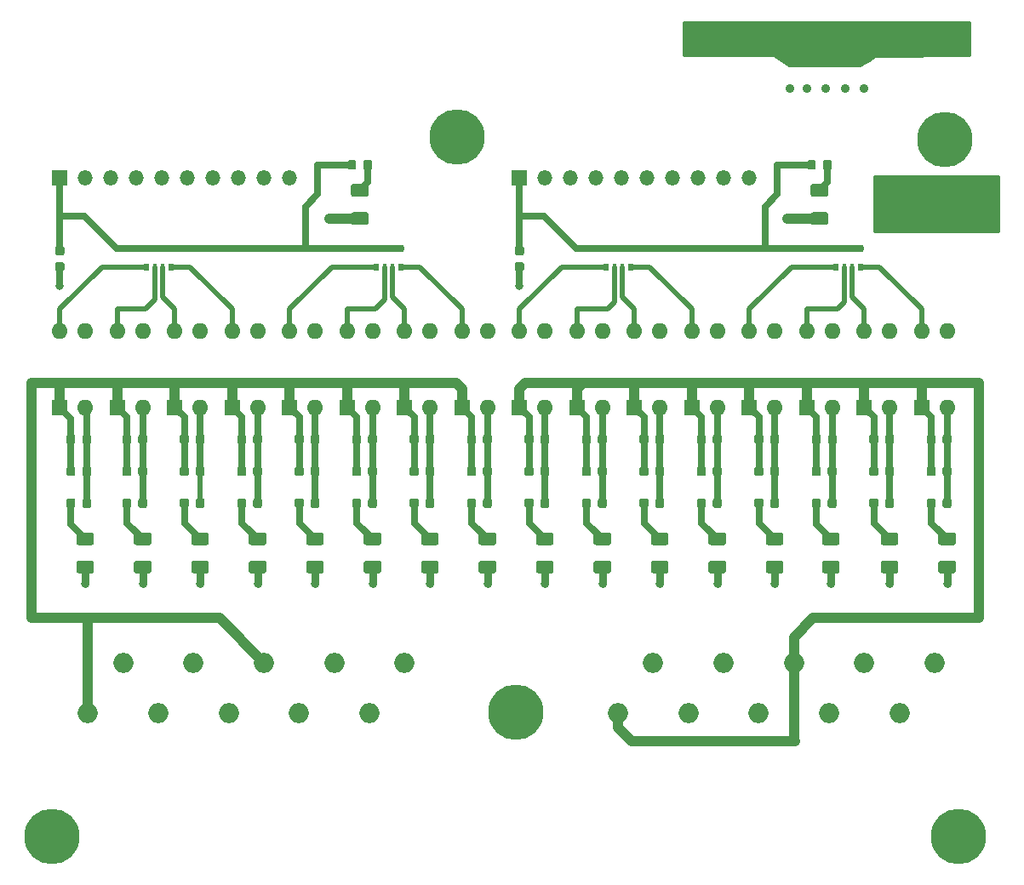
<source format=gbr>
G04 #@! TF.GenerationSoftware,KiCad,Pcbnew,(5.1.0)-1*
G04 #@! TF.CreationDate,2019-05-12T18:19:35+08:00*
G04 #@! TF.ProjectId,16 ch isolation input,31362063-6820-4697-936f-6c6174696f6e,1.01*
G04 #@! TF.SameCoordinates,Original*
G04 #@! TF.FileFunction,Copper,L1,Top*
G04 #@! TF.FilePolarity,Positive*
%FSLAX46Y46*%
G04 Gerber Fmt 4.6, Leading zero omitted, Abs format (unit mm)*
G04 Created by KiCad (PCBNEW (5.1.0)-1) date 2019-05-12 18:19:35*
%MOMM*%
%LPD*%
G04 APERTURE LIST*
%ADD10C,5.500000*%
%ADD11O,2.000000X2.000000*%
%ADD12R,0.500000X0.800000*%
%ADD13R,0.400000X0.800000*%
%ADD14C,0.100000*%
%ADD15C,1.250000*%
%ADD16O,1.500000X1.500000*%
%ADD17R,1.500000X1.500000*%
%ADD18C,0.875000*%
%ADD19O,1.600000X1.600000*%
%ADD20R,1.600000X1.600000*%
%ADD21C,0.900000*%
%ADD22C,0.800000*%
%ADD23C,0.635000*%
%ADD24C,1.016000*%
%ADD25C,0.508000*%
%ADD26C,0.762000*%
%ADD27C,0.254000*%
G04 APERTURE END LIST*
D10*
X131318000Y-105537000D03*
X129921000Y-36195000D03*
X81407000Y-35941000D03*
X41148000Y-105537000D03*
X87249000Y-93218000D03*
D11*
X76230000Y-88265000D03*
X72730000Y-93265000D03*
X69230000Y-88265000D03*
X65730000Y-93265000D03*
X62230000Y-88265000D03*
X58730000Y-93265000D03*
X55230000Y-88265000D03*
X51730000Y-93265000D03*
X48230000Y-88265000D03*
X44730000Y-93265000D03*
D12*
X98685200Y-47080600D03*
D13*
X97885200Y-47080600D03*
D12*
X96285200Y-47080600D03*
D13*
X97085200Y-47080600D03*
D12*
X98685200Y-48880600D03*
D13*
X97085200Y-48880600D03*
X97885200Y-48880600D03*
D12*
X96285200Y-48880600D03*
X121545200Y-47080600D03*
D13*
X120745200Y-47080600D03*
D12*
X119145200Y-47080600D03*
D13*
X119945200Y-47080600D03*
D12*
X121545200Y-48880600D03*
D13*
X119945200Y-48880600D03*
X120745200Y-48880600D03*
D12*
X119145200Y-48880600D03*
X75825200Y-47080600D03*
D13*
X75025200Y-47080600D03*
D12*
X73425200Y-47080600D03*
D13*
X74225200Y-47080600D03*
D12*
X75825200Y-48880600D03*
D13*
X74225200Y-48880600D03*
X75025200Y-48880600D03*
D12*
X73425200Y-48880600D03*
D11*
X97435000Y-93265000D03*
X100935000Y-88265000D03*
X104435000Y-93265000D03*
X107935000Y-88265000D03*
X111435000Y-93265000D03*
X114935000Y-88265000D03*
X118435000Y-93265000D03*
X121935000Y-88265000D03*
X125435000Y-93265000D03*
X128935000Y-88265000D03*
D14*
G36*
X62244504Y-75316204D02*
G01*
X62268773Y-75319804D01*
X62292571Y-75325765D01*
X62315671Y-75334030D01*
X62337849Y-75344520D01*
X62358893Y-75357133D01*
X62378598Y-75371747D01*
X62396777Y-75388223D01*
X62413253Y-75406402D01*
X62427867Y-75426107D01*
X62440480Y-75447151D01*
X62450970Y-75469329D01*
X62459235Y-75492429D01*
X62465196Y-75516227D01*
X62468796Y-75540496D01*
X62470000Y-75565000D01*
X62470000Y-76315000D01*
X62468796Y-76339504D01*
X62465196Y-76363773D01*
X62459235Y-76387571D01*
X62450970Y-76410671D01*
X62440480Y-76432849D01*
X62427867Y-76453893D01*
X62413253Y-76473598D01*
X62396777Y-76491777D01*
X62378598Y-76508253D01*
X62358893Y-76522867D01*
X62337849Y-76535480D01*
X62315671Y-76545970D01*
X62292571Y-76554235D01*
X62268773Y-76560196D01*
X62244504Y-76563796D01*
X62220000Y-76565000D01*
X60970000Y-76565000D01*
X60945496Y-76563796D01*
X60921227Y-76560196D01*
X60897429Y-76554235D01*
X60874329Y-76545970D01*
X60852151Y-76535480D01*
X60831107Y-76522867D01*
X60811402Y-76508253D01*
X60793223Y-76491777D01*
X60776747Y-76473598D01*
X60762133Y-76453893D01*
X60749520Y-76432849D01*
X60739030Y-76410671D01*
X60730765Y-76387571D01*
X60724804Y-76363773D01*
X60721204Y-76339504D01*
X60720000Y-76315000D01*
X60720000Y-75565000D01*
X60721204Y-75540496D01*
X60724804Y-75516227D01*
X60730765Y-75492429D01*
X60739030Y-75469329D01*
X60749520Y-75447151D01*
X60762133Y-75426107D01*
X60776747Y-75406402D01*
X60793223Y-75388223D01*
X60811402Y-75371747D01*
X60831107Y-75357133D01*
X60852151Y-75344520D01*
X60874329Y-75334030D01*
X60897429Y-75325765D01*
X60921227Y-75319804D01*
X60945496Y-75316204D01*
X60970000Y-75315000D01*
X62220000Y-75315000D01*
X62244504Y-75316204D01*
X62244504Y-75316204D01*
G37*
D15*
X61595000Y-75940000D03*
D14*
G36*
X62244504Y-78116204D02*
G01*
X62268773Y-78119804D01*
X62292571Y-78125765D01*
X62315671Y-78134030D01*
X62337849Y-78144520D01*
X62358893Y-78157133D01*
X62378598Y-78171747D01*
X62396777Y-78188223D01*
X62413253Y-78206402D01*
X62427867Y-78226107D01*
X62440480Y-78247151D01*
X62450970Y-78269329D01*
X62459235Y-78292429D01*
X62465196Y-78316227D01*
X62468796Y-78340496D01*
X62470000Y-78365000D01*
X62470000Y-79115000D01*
X62468796Y-79139504D01*
X62465196Y-79163773D01*
X62459235Y-79187571D01*
X62450970Y-79210671D01*
X62440480Y-79232849D01*
X62427867Y-79253893D01*
X62413253Y-79273598D01*
X62396777Y-79291777D01*
X62378598Y-79308253D01*
X62358893Y-79322867D01*
X62337849Y-79335480D01*
X62315671Y-79345970D01*
X62292571Y-79354235D01*
X62268773Y-79360196D01*
X62244504Y-79363796D01*
X62220000Y-79365000D01*
X60970000Y-79365000D01*
X60945496Y-79363796D01*
X60921227Y-79360196D01*
X60897429Y-79354235D01*
X60874329Y-79345970D01*
X60852151Y-79335480D01*
X60831107Y-79322867D01*
X60811402Y-79308253D01*
X60793223Y-79291777D01*
X60776747Y-79273598D01*
X60762133Y-79253893D01*
X60749520Y-79232849D01*
X60739030Y-79210671D01*
X60730765Y-79187571D01*
X60724804Y-79163773D01*
X60721204Y-79139504D01*
X60720000Y-79115000D01*
X60720000Y-78365000D01*
X60721204Y-78340496D01*
X60724804Y-78316227D01*
X60730765Y-78292429D01*
X60739030Y-78269329D01*
X60749520Y-78247151D01*
X60762133Y-78226107D01*
X60776747Y-78206402D01*
X60793223Y-78188223D01*
X60811402Y-78171747D01*
X60831107Y-78157133D01*
X60852151Y-78144520D01*
X60874329Y-78134030D01*
X60897429Y-78125765D01*
X60921227Y-78119804D01*
X60945496Y-78116204D01*
X60970000Y-78115000D01*
X62220000Y-78115000D01*
X62244504Y-78116204D01*
X62244504Y-78116204D01*
G37*
D15*
X61595000Y-78740000D03*
D16*
X110490000Y-40005000D03*
X107950000Y-40005000D03*
X105410000Y-40005000D03*
X102870000Y-40005000D03*
X100330000Y-40005000D03*
X97790000Y-40005000D03*
X95250000Y-40005000D03*
X92710000Y-40005000D03*
X90170000Y-40005000D03*
D17*
X87630000Y-40005000D03*
D16*
X64770000Y-40005000D03*
X62230000Y-40005000D03*
X59690000Y-40005000D03*
X57150000Y-40005000D03*
X54610000Y-40005000D03*
X52070000Y-40005000D03*
X49530000Y-40005000D03*
X46990000Y-40005000D03*
X44450000Y-40005000D03*
D17*
X41910000Y-40005000D03*
D14*
G36*
X118502691Y-38261053D02*
G01*
X118523926Y-38264203D01*
X118544750Y-38269419D01*
X118564962Y-38276651D01*
X118584368Y-38285830D01*
X118602781Y-38296866D01*
X118620024Y-38309654D01*
X118635930Y-38324070D01*
X118650346Y-38339976D01*
X118663134Y-38357219D01*
X118674170Y-38375632D01*
X118683349Y-38395038D01*
X118690581Y-38415250D01*
X118695797Y-38436074D01*
X118698947Y-38457309D01*
X118700000Y-38478750D01*
X118700000Y-38991250D01*
X118698947Y-39012691D01*
X118695797Y-39033926D01*
X118690581Y-39054750D01*
X118683349Y-39074962D01*
X118674170Y-39094368D01*
X118663134Y-39112781D01*
X118650346Y-39130024D01*
X118635930Y-39145930D01*
X118620024Y-39160346D01*
X118602781Y-39173134D01*
X118584368Y-39184170D01*
X118564962Y-39193349D01*
X118544750Y-39200581D01*
X118523926Y-39205797D01*
X118502691Y-39208947D01*
X118481250Y-39210000D01*
X118043750Y-39210000D01*
X118022309Y-39208947D01*
X118001074Y-39205797D01*
X117980250Y-39200581D01*
X117960038Y-39193349D01*
X117940632Y-39184170D01*
X117922219Y-39173134D01*
X117904976Y-39160346D01*
X117889070Y-39145930D01*
X117874654Y-39130024D01*
X117861866Y-39112781D01*
X117850830Y-39094368D01*
X117841651Y-39074962D01*
X117834419Y-39054750D01*
X117829203Y-39033926D01*
X117826053Y-39012691D01*
X117825000Y-38991250D01*
X117825000Y-38478750D01*
X117826053Y-38457309D01*
X117829203Y-38436074D01*
X117834419Y-38415250D01*
X117841651Y-38395038D01*
X117850830Y-38375632D01*
X117861866Y-38357219D01*
X117874654Y-38339976D01*
X117889070Y-38324070D01*
X117904976Y-38309654D01*
X117922219Y-38296866D01*
X117940632Y-38285830D01*
X117960038Y-38276651D01*
X117980250Y-38269419D01*
X118001074Y-38264203D01*
X118022309Y-38261053D01*
X118043750Y-38260000D01*
X118481250Y-38260000D01*
X118502691Y-38261053D01*
X118502691Y-38261053D01*
G37*
D18*
X118262500Y-38735000D03*
D14*
G36*
X116927691Y-38261053D02*
G01*
X116948926Y-38264203D01*
X116969750Y-38269419D01*
X116989962Y-38276651D01*
X117009368Y-38285830D01*
X117027781Y-38296866D01*
X117045024Y-38309654D01*
X117060930Y-38324070D01*
X117075346Y-38339976D01*
X117088134Y-38357219D01*
X117099170Y-38375632D01*
X117108349Y-38395038D01*
X117115581Y-38415250D01*
X117120797Y-38436074D01*
X117123947Y-38457309D01*
X117125000Y-38478750D01*
X117125000Y-38991250D01*
X117123947Y-39012691D01*
X117120797Y-39033926D01*
X117115581Y-39054750D01*
X117108349Y-39074962D01*
X117099170Y-39094368D01*
X117088134Y-39112781D01*
X117075346Y-39130024D01*
X117060930Y-39145930D01*
X117045024Y-39160346D01*
X117027781Y-39173134D01*
X117009368Y-39184170D01*
X116989962Y-39193349D01*
X116969750Y-39200581D01*
X116948926Y-39205797D01*
X116927691Y-39208947D01*
X116906250Y-39210000D01*
X116468750Y-39210000D01*
X116447309Y-39208947D01*
X116426074Y-39205797D01*
X116405250Y-39200581D01*
X116385038Y-39193349D01*
X116365632Y-39184170D01*
X116347219Y-39173134D01*
X116329976Y-39160346D01*
X116314070Y-39145930D01*
X116299654Y-39130024D01*
X116286866Y-39112781D01*
X116275830Y-39094368D01*
X116266651Y-39074962D01*
X116259419Y-39054750D01*
X116254203Y-39033926D01*
X116251053Y-39012691D01*
X116250000Y-38991250D01*
X116250000Y-38478750D01*
X116251053Y-38457309D01*
X116254203Y-38436074D01*
X116259419Y-38415250D01*
X116266651Y-38395038D01*
X116275830Y-38375632D01*
X116286866Y-38357219D01*
X116299654Y-38339976D01*
X116314070Y-38324070D01*
X116329976Y-38309654D01*
X116347219Y-38296866D01*
X116365632Y-38285830D01*
X116385038Y-38276651D01*
X116405250Y-38269419D01*
X116426074Y-38264203D01*
X116447309Y-38261053D01*
X116468750Y-38260000D01*
X116906250Y-38260000D01*
X116927691Y-38261053D01*
X116927691Y-38261053D01*
G37*
D18*
X116687500Y-38735000D03*
D14*
G36*
X118124504Y-40651204D02*
G01*
X118148773Y-40654804D01*
X118172571Y-40660765D01*
X118195671Y-40669030D01*
X118217849Y-40679520D01*
X118238893Y-40692133D01*
X118258598Y-40706747D01*
X118276777Y-40723223D01*
X118293253Y-40741402D01*
X118307867Y-40761107D01*
X118320480Y-40782151D01*
X118330970Y-40804329D01*
X118339235Y-40827429D01*
X118345196Y-40851227D01*
X118348796Y-40875496D01*
X118350000Y-40900000D01*
X118350000Y-41650000D01*
X118348796Y-41674504D01*
X118345196Y-41698773D01*
X118339235Y-41722571D01*
X118330970Y-41745671D01*
X118320480Y-41767849D01*
X118307867Y-41788893D01*
X118293253Y-41808598D01*
X118276777Y-41826777D01*
X118258598Y-41843253D01*
X118238893Y-41857867D01*
X118217849Y-41870480D01*
X118195671Y-41880970D01*
X118172571Y-41889235D01*
X118148773Y-41895196D01*
X118124504Y-41898796D01*
X118100000Y-41900000D01*
X116850000Y-41900000D01*
X116825496Y-41898796D01*
X116801227Y-41895196D01*
X116777429Y-41889235D01*
X116754329Y-41880970D01*
X116732151Y-41870480D01*
X116711107Y-41857867D01*
X116691402Y-41843253D01*
X116673223Y-41826777D01*
X116656747Y-41808598D01*
X116642133Y-41788893D01*
X116629520Y-41767849D01*
X116619030Y-41745671D01*
X116610765Y-41722571D01*
X116604804Y-41698773D01*
X116601204Y-41674504D01*
X116600000Y-41650000D01*
X116600000Y-40900000D01*
X116601204Y-40875496D01*
X116604804Y-40851227D01*
X116610765Y-40827429D01*
X116619030Y-40804329D01*
X116629520Y-40782151D01*
X116642133Y-40761107D01*
X116656747Y-40741402D01*
X116673223Y-40723223D01*
X116691402Y-40706747D01*
X116711107Y-40692133D01*
X116732151Y-40679520D01*
X116754329Y-40669030D01*
X116777429Y-40660765D01*
X116801227Y-40654804D01*
X116825496Y-40651204D01*
X116850000Y-40650000D01*
X118100000Y-40650000D01*
X118124504Y-40651204D01*
X118124504Y-40651204D01*
G37*
D15*
X117475000Y-41275000D03*
D14*
G36*
X118124504Y-43451204D02*
G01*
X118148773Y-43454804D01*
X118172571Y-43460765D01*
X118195671Y-43469030D01*
X118217849Y-43479520D01*
X118238893Y-43492133D01*
X118258598Y-43506747D01*
X118276777Y-43523223D01*
X118293253Y-43541402D01*
X118307867Y-43561107D01*
X118320480Y-43582151D01*
X118330970Y-43604329D01*
X118339235Y-43627429D01*
X118345196Y-43651227D01*
X118348796Y-43675496D01*
X118350000Y-43700000D01*
X118350000Y-44450000D01*
X118348796Y-44474504D01*
X118345196Y-44498773D01*
X118339235Y-44522571D01*
X118330970Y-44545671D01*
X118320480Y-44567849D01*
X118307867Y-44588893D01*
X118293253Y-44608598D01*
X118276777Y-44626777D01*
X118258598Y-44643253D01*
X118238893Y-44657867D01*
X118217849Y-44670480D01*
X118195671Y-44680970D01*
X118172571Y-44689235D01*
X118148773Y-44695196D01*
X118124504Y-44698796D01*
X118100000Y-44700000D01*
X116850000Y-44700000D01*
X116825496Y-44698796D01*
X116801227Y-44695196D01*
X116777429Y-44689235D01*
X116754329Y-44680970D01*
X116732151Y-44670480D01*
X116711107Y-44657867D01*
X116691402Y-44643253D01*
X116673223Y-44626777D01*
X116656747Y-44608598D01*
X116642133Y-44588893D01*
X116629520Y-44567849D01*
X116619030Y-44545671D01*
X116610765Y-44522571D01*
X116604804Y-44498773D01*
X116601204Y-44474504D01*
X116600000Y-44450000D01*
X116600000Y-43700000D01*
X116601204Y-43675496D01*
X116604804Y-43651227D01*
X116610765Y-43627429D01*
X116619030Y-43604329D01*
X116629520Y-43582151D01*
X116642133Y-43561107D01*
X116656747Y-43541402D01*
X116673223Y-43523223D01*
X116691402Y-43506747D01*
X116711107Y-43492133D01*
X116732151Y-43479520D01*
X116754329Y-43469030D01*
X116777429Y-43460765D01*
X116801227Y-43454804D01*
X116825496Y-43451204D01*
X116850000Y-43450000D01*
X118100000Y-43450000D01*
X118124504Y-43451204D01*
X118124504Y-43451204D01*
G37*
D15*
X117475000Y-44075000D03*
D12*
X52952500Y-47080600D03*
D13*
X52152500Y-47080600D03*
D12*
X50552500Y-47080600D03*
D13*
X51352500Y-47080600D03*
D12*
X52952500Y-48880600D03*
D13*
X51352500Y-48880600D03*
X52152500Y-48880600D03*
D12*
X50552500Y-48880600D03*
D14*
G36*
X87907691Y-46841053D02*
G01*
X87928926Y-46844203D01*
X87949750Y-46849419D01*
X87969962Y-46856651D01*
X87989368Y-46865830D01*
X88007781Y-46876866D01*
X88025024Y-46889654D01*
X88040930Y-46904070D01*
X88055346Y-46919976D01*
X88068134Y-46937219D01*
X88079170Y-46955632D01*
X88088349Y-46975038D01*
X88095581Y-46995250D01*
X88100797Y-47016074D01*
X88103947Y-47037309D01*
X88105000Y-47058750D01*
X88105000Y-47496250D01*
X88103947Y-47517691D01*
X88100797Y-47538926D01*
X88095581Y-47559750D01*
X88088349Y-47579962D01*
X88079170Y-47599368D01*
X88068134Y-47617781D01*
X88055346Y-47635024D01*
X88040930Y-47650930D01*
X88025024Y-47665346D01*
X88007781Y-47678134D01*
X87989368Y-47689170D01*
X87969962Y-47698349D01*
X87949750Y-47705581D01*
X87928926Y-47710797D01*
X87907691Y-47713947D01*
X87886250Y-47715000D01*
X87373750Y-47715000D01*
X87352309Y-47713947D01*
X87331074Y-47710797D01*
X87310250Y-47705581D01*
X87290038Y-47698349D01*
X87270632Y-47689170D01*
X87252219Y-47678134D01*
X87234976Y-47665346D01*
X87219070Y-47650930D01*
X87204654Y-47635024D01*
X87191866Y-47617781D01*
X87180830Y-47599368D01*
X87171651Y-47579962D01*
X87164419Y-47559750D01*
X87159203Y-47538926D01*
X87156053Y-47517691D01*
X87155000Y-47496250D01*
X87155000Y-47058750D01*
X87156053Y-47037309D01*
X87159203Y-47016074D01*
X87164419Y-46995250D01*
X87171651Y-46975038D01*
X87180830Y-46955632D01*
X87191866Y-46937219D01*
X87204654Y-46919976D01*
X87219070Y-46904070D01*
X87234976Y-46889654D01*
X87252219Y-46876866D01*
X87270632Y-46865830D01*
X87290038Y-46856651D01*
X87310250Y-46849419D01*
X87331074Y-46844203D01*
X87352309Y-46841053D01*
X87373750Y-46840000D01*
X87886250Y-46840000D01*
X87907691Y-46841053D01*
X87907691Y-46841053D01*
G37*
D18*
X87630000Y-47277500D03*
D14*
G36*
X87907691Y-48416053D02*
G01*
X87928926Y-48419203D01*
X87949750Y-48424419D01*
X87969962Y-48431651D01*
X87989368Y-48440830D01*
X88007781Y-48451866D01*
X88025024Y-48464654D01*
X88040930Y-48479070D01*
X88055346Y-48494976D01*
X88068134Y-48512219D01*
X88079170Y-48530632D01*
X88088349Y-48550038D01*
X88095581Y-48570250D01*
X88100797Y-48591074D01*
X88103947Y-48612309D01*
X88105000Y-48633750D01*
X88105000Y-49071250D01*
X88103947Y-49092691D01*
X88100797Y-49113926D01*
X88095581Y-49134750D01*
X88088349Y-49154962D01*
X88079170Y-49174368D01*
X88068134Y-49192781D01*
X88055346Y-49210024D01*
X88040930Y-49225930D01*
X88025024Y-49240346D01*
X88007781Y-49253134D01*
X87989368Y-49264170D01*
X87969962Y-49273349D01*
X87949750Y-49280581D01*
X87928926Y-49285797D01*
X87907691Y-49288947D01*
X87886250Y-49290000D01*
X87373750Y-49290000D01*
X87352309Y-49288947D01*
X87331074Y-49285797D01*
X87310250Y-49280581D01*
X87290038Y-49273349D01*
X87270632Y-49264170D01*
X87252219Y-49253134D01*
X87234976Y-49240346D01*
X87219070Y-49225930D01*
X87204654Y-49210024D01*
X87191866Y-49192781D01*
X87180830Y-49174368D01*
X87171651Y-49154962D01*
X87164419Y-49134750D01*
X87159203Y-49113926D01*
X87156053Y-49092691D01*
X87155000Y-49071250D01*
X87155000Y-48633750D01*
X87156053Y-48612309D01*
X87159203Y-48591074D01*
X87164419Y-48570250D01*
X87171651Y-48550038D01*
X87180830Y-48530632D01*
X87191866Y-48512219D01*
X87204654Y-48494976D01*
X87219070Y-48479070D01*
X87234976Y-48464654D01*
X87252219Y-48451866D01*
X87270632Y-48440830D01*
X87290038Y-48431651D01*
X87310250Y-48424419D01*
X87331074Y-48419203D01*
X87352309Y-48416053D01*
X87373750Y-48415000D01*
X87886250Y-48415000D01*
X87907691Y-48416053D01*
X87907691Y-48416053D01*
G37*
D18*
X87630000Y-48852500D03*
D19*
X127635000Y-55245000D03*
X130175000Y-62865000D03*
X130175000Y-55245000D03*
D20*
X127635000Y-62865000D03*
D19*
X121920000Y-55245000D03*
X124460000Y-62865000D03*
X124460000Y-55245000D03*
D20*
X121920000Y-62865000D03*
D19*
X116205000Y-55245000D03*
X118745000Y-62865000D03*
X118745000Y-55245000D03*
D20*
X116205000Y-62865000D03*
D19*
X110490000Y-55245000D03*
X113030000Y-62865000D03*
X113030000Y-55245000D03*
D20*
X110490000Y-62865000D03*
D19*
X104775000Y-55245000D03*
X107315000Y-62865000D03*
X107315000Y-55245000D03*
D20*
X104775000Y-62865000D03*
D19*
X99060000Y-55245000D03*
X101600000Y-62865000D03*
X101600000Y-55245000D03*
D20*
X99060000Y-62865000D03*
D19*
X93345000Y-55245000D03*
X95885000Y-62865000D03*
X95885000Y-55245000D03*
D20*
X93345000Y-62865000D03*
D19*
X87630000Y-55245000D03*
X90170000Y-62865000D03*
X90170000Y-55245000D03*
D20*
X87630000Y-62865000D03*
D19*
X81915000Y-55245000D03*
X84455000Y-62865000D03*
X84455000Y-55245000D03*
D20*
X81915000Y-62865000D03*
D19*
X76200000Y-55245000D03*
X78740000Y-62865000D03*
X78740000Y-55245000D03*
D20*
X76200000Y-62865000D03*
D19*
X70485000Y-55245000D03*
X73025000Y-62865000D03*
X73025000Y-55245000D03*
D20*
X70485000Y-62865000D03*
D19*
X64770000Y-55245000D03*
X67310000Y-62865000D03*
X67310000Y-55245000D03*
D20*
X64770000Y-62865000D03*
D19*
X59055000Y-55245000D03*
X61595000Y-62865000D03*
X61595000Y-55245000D03*
D20*
X59055000Y-62865000D03*
D19*
X53340000Y-55245000D03*
X55880000Y-62865000D03*
X55880000Y-55245000D03*
D20*
X53340000Y-62865000D03*
D19*
X47625000Y-55245000D03*
X50165000Y-62865000D03*
X50165000Y-55245000D03*
D20*
X47625000Y-62865000D03*
D19*
X41910000Y-55245000D03*
X44450000Y-62865000D03*
X44450000Y-55245000D03*
D20*
X41910000Y-62865000D03*
D14*
G36*
X130415191Y-71916053D02*
G01*
X130436426Y-71919203D01*
X130457250Y-71924419D01*
X130477462Y-71931651D01*
X130496868Y-71940830D01*
X130515281Y-71951866D01*
X130532524Y-71964654D01*
X130548430Y-71979070D01*
X130562846Y-71994976D01*
X130575634Y-72012219D01*
X130586670Y-72030632D01*
X130595849Y-72050038D01*
X130603081Y-72070250D01*
X130608297Y-72091074D01*
X130611447Y-72112309D01*
X130612500Y-72133750D01*
X130612500Y-72646250D01*
X130611447Y-72667691D01*
X130608297Y-72688926D01*
X130603081Y-72709750D01*
X130595849Y-72729962D01*
X130586670Y-72749368D01*
X130575634Y-72767781D01*
X130562846Y-72785024D01*
X130548430Y-72800930D01*
X130532524Y-72815346D01*
X130515281Y-72828134D01*
X130496868Y-72839170D01*
X130477462Y-72848349D01*
X130457250Y-72855581D01*
X130436426Y-72860797D01*
X130415191Y-72863947D01*
X130393750Y-72865000D01*
X129956250Y-72865000D01*
X129934809Y-72863947D01*
X129913574Y-72860797D01*
X129892750Y-72855581D01*
X129872538Y-72848349D01*
X129853132Y-72839170D01*
X129834719Y-72828134D01*
X129817476Y-72815346D01*
X129801570Y-72800930D01*
X129787154Y-72785024D01*
X129774366Y-72767781D01*
X129763330Y-72749368D01*
X129754151Y-72729962D01*
X129746919Y-72709750D01*
X129741703Y-72688926D01*
X129738553Y-72667691D01*
X129737500Y-72646250D01*
X129737500Y-72133750D01*
X129738553Y-72112309D01*
X129741703Y-72091074D01*
X129746919Y-72070250D01*
X129754151Y-72050038D01*
X129763330Y-72030632D01*
X129774366Y-72012219D01*
X129787154Y-71994976D01*
X129801570Y-71979070D01*
X129817476Y-71964654D01*
X129834719Y-71951866D01*
X129853132Y-71940830D01*
X129872538Y-71931651D01*
X129892750Y-71924419D01*
X129913574Y-71919203D01*
X129934809Y-71916053D01*
X129956250Y-71915000D01*
X130393750Y-71915000D01*
X130415191Y-71916053D01*
X130415191Y-71916053D01*
G37*
D18*
X130175000Y-72390000D03*
D14*
G36*
X128840191Y-71916053D02*
G01*
X128861426Y-71919203D01*
X128882250Y-71924419D01*
X128902462Y-71931651D01*
X128921868Y-71940830D01*
X128940281Y-71951866D01*
X128957524Y-71964654D01*
X128973430Y-71979070D01*
X128987846Y-71994976D01*
X129000634Y-72012219D01*
X129011670Y-72030632D01*
X129020849Y-72050038D01*
X129028081Y-72070250D01*
X129033297Y-72091074D01*
X129036447Y-72112309D01*
X129037500Y-72133750D01*
X129037500Y-72646250D01*
X129036447Y-72667691D01*
X129033297Y-72688926D01*
X129028081Y-72709750D01*
X129020849Y-72729962D01*
X129011670Y-72749368D01*
X129000634Y-72767781D01*
X128987846Y-72785024D01*
X128973430Y-72800930D01*
X128957524Y-72815346D01*
X128940281Y-72828134D01*
X128921868Y-72839170D01*
X128902462Y-72848349D01*
X128882250Y-72855581D01*
X128861426Y-72860797D01*
X128840191Y-72863947D01*
X128818750Y-72865000D01*
X128381250Y-72865000D01*
X128359809Y-72863947D01*
X128338574Y-72860797D01*
X128317750Y-72855581D01*
X128297538Y-72848349D01*
X128278132Y-72839170D01*
X128259719Y-72828134D01*
X128242476Y-72815346D01*
X128226570Y-72800930D01*
X128212154Y-72785024D01*
X128199366Y-72767781D01*
X128188330Y-72749368D01*
X128179151Y-72729962D01*
X128171919Y-72709750D01*
X128166703Y-72688926D01*
X128163553Y-72667691D01*
X128162500Y-72646250D01*
X128162500Y-72133750D01*
X128163553Y-72112309D01*
X128166703Y-72091074D01*
X128171919Y-72070250D01*
X128179151Y-72050038D01*
X128188330Y-72030632D01*
X128199366Y-72012219D01*
X128212154Y-71994976D01*
X128226570Y-71979070D01*
X128242476Y-71964654D01*
X128259719Y-71951866D01*
X128278132Y-71940830D01*
X128297538Y-71931651D01*
X128317750Y-71924419D01*
X128338574Y-71919203D01*
X128359809Y-71916053D01*
X128381250Y-71915000D01*
X128818750Y-71915000D01*
X128840191Y-71916053D01*
X128840191Y-71916053D01*
G37*
D18*
X128600000Y-72390000D03*
D14*
G36*
X128840191Y-68741053D02*
G01*
X128861426Y-68744203D01*
X128882250Y-68749419D01*
X128902462Y-68756651D01*
X128921868Y-68765830D01*
X128940281Y-68776866D01*
X128957524Y-68789654D01*
X128973430Y-68804070D01*
X128987846Y-68819976D01*
X129000634Y-68837219D01*
X129011670Y-68855632D01*
X129020849Y-68875038D01*
X129028081Y-68895250D01*
X129033297Y-68916074D01*
X129036447Y-68937309D01*
X129037500Y-68958750D01*
X129037500Y-69471250D01*
X129036447Y-69492691D01*
X129033297Y-69513926D01*
X129028081Y-69534750D01*
X129020849Y-69554962D01*
X129011670Y-69574368D01*
X129000634Y-69592781D01*
X128987846Y-69610024D01*
X128973430Y-69625930D01*
X128957524Y-69640346D01*
X128940281Y-69653134D01*
X128921868Y-69664170D01*
X128902462Y-69673349D01*
X128882250Y-69680581D01*
X128861426Y-69685797D01*
X128840191Y-69688947D01*
X128818750Y-69690000D01*
X128381250Y-69690000D01*
X128359809Y-69688947D01*
X128338574Y-69685797D01*
X128317750Y-69680581D01*
X128297538Y-69673349D01*
X128278132Y-69664170D01*
X128259719Y-69653134D01*
X128242476Y-69640346D01*
X128226570Y-69625930D01*
X128212154Y-69610024D01*
X128199366Y-69592781D01*
X128188330Y-69574368D01*
X128179151Y-69554962D01*
X128171919Y-69534750D01*
X128166703Y-69513926D01*
X128163553Y-69492691D01*
X128162500Y-69471250D01*
X128162500Y-68958750D01*
X128163553Y-68937309D01*
X128166703Y-68916074D01*
X128171919Y-68895250D01*
X128179151Y-68875038D01*
X128188330Y-68855632D01*
X128199366Y-68837219D01*
X128212154Y-68819976D01*
X128226570Y-68804070D01*
X128242476Y-68789654D01*
X128259719Y-68776866D01*
X128278132Y-68765830D01*
X128297538Y-68756651D01*
X128317750Y-68749419D01*
X128338574Y-68744203D01*
X128359809Y-68741053D01*
X128381250Y-68740000D01*
X128818750Y-68740000D01*
X128840191Y-68741053D01*
X128840191Y-68741053D01*
G37*
D18*
X128600000Y-69215000D03*
D14*
G36*
X130415191Y-68741053D02*
G01*
X130436426Y-68744203D01*
X130457250Y-68749419D01*
X130477462Y-68756651D01*
X130496868Y-68765830D01*
X130515281Y-68776866D01*
X130532524Y-68789654D01*
X130548430Y-68804070D01*
X130562846Y-68819976D01*
X130575634Y-68837219D01*
X130586670Y-68855632D01*
X130595849Y-68875038D01*
X130603081Y-68895250D01*
X130608297Y-68916074D01*
X130611447Y-68937309D01*
X130612500Y-68958750D01*
X130612500Y-69471250D01*
X130611447Y-69492691D01*
X130608297Y-69513926D01*
X130603081Y-69534750D01*
X130595849Y-69554962D01*
X130586670Y-69574368D01*
X130575634Y-69592781D01*
X130562846Y-69610024D01*
X130548430Y-69625930D01*
X130532524Y-69640346D01*
X130515281Y-69653134D01*
X130496868Y-69664170D01*
X130477462Y-69673349D01*
X130457250Y-69680581D01*
X130436426Y-69685797D01*
X130415191Y-69688947D01*
X130393750Y-69690000D01*
X129956250Y-69690000D01*
X129934809Y-69688947D01*
X129913574Y-69685797D01*
X129892750Y-69680581D01*
X129872538Y-69673349D01*
X129853132Y-69664170D01*
X129834719Y-69653134D01*
X129817476Y-69640346D01*
X129801570Y-69625930D01*
X129787154Y-69610024D01*
X129774366Y-69592781D01*
X129763330Y-69574368D01*
X129754151Y-69554962D01*
X129746919Y-69534750D01*
X129741703Y-69513926D01*
X129738553Y-69492691D01*
X129737500Y-69471250D01*
X129737500Y-68958750D01*
X129738553Y-68937309D01*
X129741703Y-68916074D01*
X129746919Y-68895250D01*
X129754151Y-68875038D01*
X129763330Y-68855632D01*
X129774366Y-68837219D01*
X129787154Y-68819976D01*
X129801570Y-68804070D01*
X129817476Y-68789654D01*
X129834719Y-68776866D01*
X129853132Y-68765830D01*
X129872538Y-68756651D01*
X129892750Y-68749419D01*
X129913574Y-68744203D01*
X129934809Y-68741053D01*
X129956250Y-68740000D01*
X130393750Y-68740000D01*
X130415191Y-68741053D01*
X130415191Y-68741053D01*
G37*
D18*
X130175000Y-69215000D03*
D14*
G36*
X124700191Y-71916053D02*
G01*
X124721426Y-71919203D01*
X124742250Y-71924419D01*
X124762462Y-71931651D01*
X124781868Y-71940830D01*
X124800281Y-71951866D01*
X124817524Y-71964654D01*
X124833430Y-71979070D01*
X124847846Y-71994976D01*
X124860634Y-72012219D01*
X124871670Y-72030632D01*
X124880849Y-72050038D01*
X124888081Y-72070250D01*
X124893297Y-72091074D01*
X124896447Y-72112309D01*
X124897500Y-72133750D01*
X124897500Y-72646250D01*
X124896447Y-72667691D01*
X124893297Y-72688926D01*
X124888081Y-72709750D01*
X124880849Y-72729962D01*
X124871670Y-72749368D01*
X124860634Y-72767781D01*
X124847846Y-72785024D01*
X124833430Y-72800930D01*
X124817524Y-72815346D01*
X124800281Y-72828134D01*
X124781868Y-72839170D01*
X124762462Y-72848349D01*
X124742250Y-72855581D01*
X124721426Y-72860797D01*
X124700191Y-72863947D01*
X124678750Y-72865000D01*
X124241250Y-72865000D01*
X124219809Y-72863947D01*
X124198574Y-72860797D01*
X124177750Y-72855581D01*
X124157538Y-72848349D01*
X124138132Y-72839170D01*
X124119719Y-72828134D01*
X124102476Y-72815346D01*
X124086570Y-72800930D01*
X124072154Y-72785024D01*
X124059366Y-72767781D01*
X124048330Y-72749368D01*
X124039151Y-72729962D01*
X124031919Y-72709750D01*
X124026703Y-72688926D01*
X124023553Y-72667691D01*
X124022500Y-72646250D01*
X124022500Y-72133750D01*
X124023553Y-72112309D01*
X124026703Y-72091074D01*
X124031919Y-72070250D01*
X124039151Y-72050038D01*
X124048330Y-72030632D01*
X124059366Y-72012219D01*
X124072154Y-71994976D01*
X124086570Y-71979070D01*
X124102476Y-71964654D01*
X124119719Y-71951866D01*
X124138132Y-71940830D01*
X124157538Y-71931651D01*
X124177750Y-71924419D01*
X124198574Y-71919203D01*
X124219809Y-71916053D01*
X124241250Y-71915000D01*
X124678750Y-71915000D01*
X124700191Y-71916053D01*
X124700191Y-71916053D01*
G37*
D18*
X124460000Y-72390000D03*
D14*
G36*
X123125191Y-71916053D02*
G01*
X123146426Y-71919203D01*
X123167250Y-71924419D01*
X123187462Y-71931651D01*
X123206868Y-71940830D01*
X123225281Y-71951866D01*
X123242524Y-71964654D01*
X123258430Y-71979070D01*
X123272846Y-71994976D01*
X123285634Y-72012219D01*
X123296670Y-72030632D01*
X123305849Y-72050038D01*
X123313081Y-72070250D01*
X123318297Y-72091074D01*
X123321447Y-72112309D01*
X123322500Y-72133750D01*
X123322500Y-72646250D01*
X123321447Y-72667691D01*
X123318297Y-72688926D01*
X123313081Y-72709750D01*
X123305849Y-72729962D01*
X123296670Y-72749368D01*
X123285634Y-72767781D01*
X123272846Y-72785024D01*
X123258430Y-72800930D01*
X123242524Y-72815346D01*
X123225281Y-72828134D01*
X123206868Y-72839170D01*
X123187462Y-72848349D01*
X123167250Y-72855581D01*
X123146426Y-72860797D01*
X123125191Y-72863947D01*
X123103750Y-72865000D01*
X122666250Y-72865000D01*
X122644809Y-72863947D01*
X122623574Y-72860797D01*
X122602750Y-72855581D01*
X122582538Y-72848349D01*
X122563132Y-72839170D01*
X122544719Y-72828134D01*
X122527476Y-72815346D01*
X122511570Y-72800930D01*
X122497154Y-72785024D01*
X122484366Y-72767781D01*
X122473330Y-72749368D01*
X122464151Y-72729962D01*
X122456919Y-72709750D01*
X122451703Y-72688926D01*
X122448553Y-72667691D01*
X122447500Y-72646250D01*
X122447500Y-72133750D01*
X122448553Y-72112309D01*
X122451703Y-72091074D01*
X122456919Y-72070250D01*
X122464151Y-72050038D01*
X122473330Y-72030632D01*
X122484366Y-72012219D01*
X122497154Y-71994976D01*
X122511570Y-71979070D01*
X122527476Y-71964654D01*
X122544719Y-71951866D01*
X122563132Y-71940830D01*
X122582538Y-71931651D01*
X122602750Y-71924419D01*
X122623574Y-71919203D01*
X122644809Y-71916053D01*
X122666250Y-71915000D01*
X123103750Y-71915000D01*
X123125191Y-71916053D01*
X123125191Y-71916053D01*
G37*
D18*
X122885000Y-72390000D03*
D14*
G36*
X123125191Y-68741053D02*
G01*
X123146426Y-68744203D01*
X123167250Y-68749419D01*
X123187462Y-68756651D01*
X123206868Y-68765830D01*
X123225281Y-68776866D01*
X123242524Y-68789654D01*
X123258430Y-68804070D01*
X123272846Y-68819976D01*
X123285634Y-68837219D01*
X123296670Y-68855632D01*
X123305849Y-68875038D01*
X123313081Y-68895250D01*
X123318297Y-68916074D01*
X123321447Y-68937309D01*
X123322500Y-68958750D01*
X123322500Y-69471250D01*
X123321447Y-69492691D01*
X123318297Y-69513926D01*
X123313081Y-69534750D01*
X123305849Y-69554962D01*
X123296670Y-69574368D01*
X123285634Y-69592781D01*
X123272846Y-69610024D01*
X123258430Y-69625930D01*
X123242524Y-69640346D01*
X123225281Y-69653134D01*
X123206868Y-69664170D01*
X123187462Y-69673349D01*
X123167250Y-69680581D01*
X123146426Y-69685797D01*
X123125191Y-69688947D01*
X123103750Y-69690000D01*
X122666250Y-69690000D01*
X122644809Y-69688947D01*
X122623574Y-69685797D01*
X122602750Y-69680581D01*
X122582538Y-69673349D01*
X122563132Y-69664170D01*
X122544719Y-69653134D01*
X122527476Y-69640346D01*
X122511570Y-69625930D01*
X122497154Y-69610024D01*
X122484366Y-69592781D01*
X122473330Y-69574368D01*
X122464151Y-69554962D01*
X122456919Y-69534750D01*
X122451703Y-69513926D01*
X122448553Y-69492691D01*
X122447500Y-69471250D01*
X122447500Y-68958750D01*
X122448553Y-68937309D01*
X122451703Y-68916074D01*
X122456919Y-68895250D01*
X122464151Y-68875038D01*
X122473330Y-68855632D01*
X122484366Y-68837219D01*
X122497154Y-68819976D01*
X122511570Y-68804070D01*
X122527476Y-68789654D01*
X122544719Y-68776866D01*
X122563132Y-68765830D01*
X122582538Y-68756651D01*
X122602750Y-68749419D01*
X122623574Y-68744203D01*
X122644809Y-68741053D01*
X122666250Y-68740000D01*
X123103750Y-68740000D01*
X123125191Y-68741053D01*
X123125191Y-68741053D01*
G37*
D18*
X122885000Y-69215000D03*
D14*
G36*
X124700191Y-68741053D02*
G01*
X124721426Y-68744203D01*
X124742250Y-68749419D01*
X124762462Y-68756651D01*
X124781868Y-68765830D01*
X124800281Y-68776866D01*
X124817524Y-68789654D01*
X124833430Y-68804070D01*
X124847846Y-68819976D01*
X124860634Y-68837219D01*
X124871670Y-68855632D01*
X124880849Y-68875038D01*
X124888081Y-68895250D01*
X124893297Y-68916074D01*
X124896447Y-68937309D01*
X124897500Y-68958750D01*
X124897500Y-69471250D01*
X124896447Y-69492691D01*
X124893297Y-69513926D01*
X124888081Y-69534750D01*
X124880849Y-69554962D01*
X124871670Y-69574368D01*
X124860634Y-69592781D01*
X124847846Y-69610024D01*
X124833430Y-69625930D01*
X124817524Y-69640346D01*
X124800281Y-69653134D01*
X124781868Y-69664170D01*
X124762462Y-69673349D01*
X124742250Y-69680581D01*
X124721426Y-69685797D01*
X124700191Y-69688947D01*
X124678750Y-69690000D01*
X124241250Y-69690000D01*
X124219809Y-69688947D01*
X124198574Y-69685797D01*
X124177750Y-69680581D01*
X124157538Y-69673349D01*
X124138132Y-69664170D01*
X124119719Y-69653134D01*
X124102476Y-69640346D01*
X124086570Y-69625930D01*
X124072154Y-69610024D01*
X124059366Y-69592781D01*
X124048330Y-69574368D01*
X124039151Y-69554962D01*
X124031919Y-69534750D01*
X124026703Y-69513926D01*
X124023553Y-69492691D01*
X124022500Y-69471250D01*
X124022500Y-68958750D01*
X124023553Y-68937309D01*
X124026703Y-68916074D01*
X124031919Y-68895250D01*
X124039151Y-68875038D01*
X124048330Y-68855632D01*
X124059366Y-68837219D01*
X124072154Y-68819976D01*
X124086570Y-68804070D01*
X124102476Y-68789654D01*
X124119719Y-68776866D01*
X124138132Y-68765830D01*
X124157538Y-68756651D01*
X124177750Y-68749419D01*
X124198574Y-68744203D01*
X124219809Y-68741053D01*
X124241250Y-68740000D01*
X124678750Y-68740000D01*
X124700191Y-68741053D01*
X124700191Y-68741053D01*
G37*
D18*
X124460000Y-69215000D03*
D14*
G36*
X118985191Y-71916053D02*
G01*
X119006426Y-71919203D01*
X119027250Y-71924419D01*
X119047462Y-71931651D01*
X119066868Y-71940830D01*
X119085281Y-71951866D01*
X119102524Y-71964654D01*
X119118430Y-71979070D01*
X119132846Y-71994976D01*
X119145634Y-72012219D01*
X119156670Y-72030632D01*
X119165849Y-72050038D01*
X119173081Y-72070250D01*
X119178297Y-72091074D01*
X119181447Y-72112309D01*
X119182500Y-72133750D01*
X119182500Y-72646250D01*
X119181447Y-72667691D01*
X119178297Y-72688926D01*
X119173081Y-72709750D01*
X119165849Y-72729962D01*
X119156670Y-72749368D01*
X119145634Y-72767781D01*
X119132846Y-72785024D01*
X119118430Y-72800930D01*
X119102524Y-72815346D01*
X119085281Y-72828134D01*
X119066868Y-72839170D01*
X119047462Y-72848349D01*
X119027250Y-72855581D01*
X119006426Y-72860797D01*
X118985191Y-72863947D01*
X118963750Y-72865000D01*
X118526250Y-72865000D01*
X118504809Y-72863947D01*
X118483574Y-72860797D01*
X118462750Y-72855581D01*
X118442538Y-72848349D01*
X118423132Y-72839170D01*
X118404719Y-72828134D01*
X118387476Y-72815346D01*
X118371570Y-72800930D01*
X118357154Y-72785024D01*
X118344366Y-72767781D01*
X118333330Y-72749368D01*
X118324151Y-72729962D01*
X118316919Y-72709750D01*
X118311703Y-72688926D01*
X118308553Y-72667691D01*
X118307500Y-72646250D01*
X118307500Y-72133750D01*
X118308553Y-72112309D01*
X118311703Y-72091074D01*
X118316919Y-72070250D01*
X118324151Y-72050038D01*
X118333330Y-72030632D01*
X118344366Y-72012219D01*
X118357154Y-71994976D01*
X118371570Y-71979070D01*
X118387476Y-71964654D01*
X118404719Y-71951866D01*
X118423132Y-71940830D01*
X118442538Y-71931651D01*
X118462750Y-71924419D01*
X118483574Y-71919203D01*
X118504809Y-71916053D01*
X118526250Y-71915000D01*
X118963750Y-71915000D01*
X118985191Y-71916053D01*
X118985191Y-71916053D01*
G37*
D18*
X118745000Y-72390000D03*
D14*
G36*
X117410191Y-71916053D02*
G01*
X117431426Y-71919203D01*
X117452250Y-71924419D01*
X117472462Y-71931651D01*
X117491868Y-71940830D01*
X117510281Y-71951866D01*
X117527524Y-71964654D01*
X117543430Y-71979070D01*
X117557846Y-71994976D01*
X117570634Y-72012219D01*
X117581670Y-72030632D01*
X117590849Y-72050038D01*
X117598081Y-72070250D01*
X117603297Y-72091074D01*
X117606447Y-72112309D01*
X117607500Y-72133750D01*
X117607500Y-72646250D01*
X117606447Y-72667691D01*
X117603297Y-72688926D01*
X117598081Y-72709750D01*
X117590849Y-72729962D01*
X117581670Y-72749368D01*
X117570634Y-72767781D01*
X117557846Y-72785024D01*
X117543430Y-72800930D01*
X117527524Y-72815346D01*
X117510281Y-72828134D01*
X117491868Y-72839170D01*
X117472462Y-72848349D01*
X117452250Y-72855581D01*
X117431426Y-72860797D01*
X117410191Y-72863947D01*
X117388750Y-72865000D01*
X116951250Y-72865000D01*
X116929809Y-72863947D01*
X116908574Y-72860797D01*
X116887750Y-72855581D01*
X116867538Y-72848349D01*
X116848132Y-72839170D01*
X116829719Y-72828134D01*
X116812476Y-72815346D01*
X116796570Y-72800930D01*
X116782154Y-72785024D01*
X116769366Y-72767781D01*
X116758330Y-72749368D01*
X116749151Y-72729962D01*
X116741919Y-72709750D01*
X116736703Y-72688926D01*
X116733553Y-72667691D01*
X116732500Y-72646250D01*
X116732500Y-72133750D01*
X116733553Y-72112309D01*
X116736703Y-72091074D01*
X116741919Y-72070250D01*
X116749151Y-72050038D01*
X116758330Y-72030632D01*
X116769366Y-72012219D01*
X116782154Y-71994976D01*
X116796570Y-71979070D01*
X116812476Y-71964654D01*
X116829719Y-71951866D01*
X116848132Y-71940830D01*
X116867538Y-71931651D01*
X116887750Y-71924419D01*
X116908574Y-71919203D01*
X116929809Y-71916053D01*
X116951250Y-71915000D01*
X117388750Y-71915000D01*
X117410191Y-71916053D01*
X117410191Y-71916053D01*
G37*
D18*
X117170000Y-72390000D03*
D14*
G36*
X117410191Y-68741053D02*
G01*
X117431426Y-68744203D01*
X117452250Y-68749419D01*
X117472462Y-68756651D01*
X117491868Y-68765830D01*
X117510281Y-68776866D01*
X117527524Y-68789654D01*
X117543430Y-68804070D01*
X117557846Y-68819976D01*
X117570634Y-68837219D01*
X117581670Y-68855632D01*
X117590849Y-68875038D01*
X117598081Y-68895250D01*
X117603297Y-68916074D01*
X117606447Y-68937309D01*
X117607500Y-68958750D01*
X117607500Y-69471250D01*
X117606447Y-69492691D01*
X117603297Y-69513926D01*
X117598081Y-69534750D01*
X117590849Y-69554962D01*
X117581670Y-69574368D01*
X117570634Y-69592781D01*
X117557846Y-69610024D01*
X117543430Y-69625930D01*
X117527524Y-69640346D01*
X117510281Y-69653134D01*
X117491868Y-69664170D01*
X117472462Y-69673349D01*
X117452250Y-69680581D01*
X117431426Y-69685797D01*
X117410191Y-69688947D01*
X117388750Y-69690000D01*
X116951250Y-69690000D01*
X116929809Y-69688947D01*
X116908574Y-69685797D01*
X116887750Y-69680581D01*
X116867538Y-69673349D01*
X116848132Y-69664170D01*
X116829719Y-69653134D01*
X116812476Y-69640346D01*
X116796570Y-69625930D01*
X116782154Y-69610024D01*
X116769366Y-69592781D01*
X116758330Y-69574368D01*
X116749151Y-69554962D01*
X116741919Y-69534750D01*
X116736703Y-69513926D01*
X116733553Y-69492691D01*
X116732500Y-69471250D01*
X116732500Y-68958750D01*
X116733553Y-68937309D01*
X116736703Y-68916074D01*
X116741919Y-68895250D01*
X116749151Y-68875038D01*
X116758330Y-68855632D01*
X116769366Y-68837219D01*
X116782154Y-68819976D01*
X116796570Y-68804070D01*
X116812476Y-68789654D01*
X116829719Y-68776866D01*
X116848132Y-68765830D01*
X116867538Y-68756651D01*
X116887750Y-68749419D01*
X116908574Y-68744203D01*
X116929809Y-68741053D01*
X116951250Y-68740000D01*
X117388750Y-68740000D01*
X117410191Y-68741053D01*
X117410191Y-68741053D01*
G37*
D18*
X117170000Y-69215000D03*
D14*
G36*
X118985191Y-68741053D02*
G01*
X119006426Y-68744203D01*
X119027250Y-68749419D01*
X119047462Y-68756651D01*
X119066868Y-68765830D01*
X119085281Y-68776866D01*
X119102524Y-68789654D01*
X119118430Y-68804070D01*
X119132846Y-68819976D01*
X119145634Y-68837219D01*
X119156670Y-68855632D01*
X119165849Y-68875038D01*
X119173081Y-68895250D01*
X119178297Y-68916074D01*
X119181447Y-68937309D01*
X119182500Y-68958750D01*
X119182500Y-69471250D01*
X119181447Y-69492691D01*
X119178297Y-69513926D01*
X119173081Y-69534750D01*
X119165849Y-69554962D01*
X119156670Y-69574368D01*
X119145634Y-69592781D01*
X119132846Y-69610024D01*
X119118430Y-69625930D01*
X119102524Y-69640346D01*
X119085281Y-69653134D01*
X119066868Y-69664170D01*
X119047462Y-69673349D01*
X119027250Y-69680581D01*
X119006426Y-69685797D01*
X118985191Y-69688947D01*
X118963750Y-69690000D01*
X118526250Y-69690000D01*
X118504809Y-69688947D01*
X118483574Y-69685797D01*
X118462750Y-69680581D01*
X118442538Y-69673349D01*
X118423132Y-69664170D01*
X118404719Y-69653134D01*
X118387476Y-69640346D01*
X118371570Y-69625930D01*
X118357154Y-69610024D01*
X118344366Y-69592781D01*
X118333330Y-69574368D01*
X118324151Y-69554962D01*
X118316919Y-69534750D01*
X118311703Y-69513926D01*
X118308553Y-69492691D01*
X118307500Y-69471250D01*
X118307500Y-68958750D01*
X118308553Y-68937309D01*
X118311703Y-68916074D01*
X118316919Y-68895250D01*
X118324151Y-68875038D01*
X118333330Y-68855632D01*
X118344366Y-68837219D01*
X118357154Y-68819976D01*
X118371570Y-68804070D01*
X118387476Y-68789654D01*
X118404719Y-68776866D01*
X118423132Y-68765830D01*
X118442538Y-68756651D01*
X118462750Y-68749419D01*
X118483574Y-68744203D01*
X118504809Y-68741053D01*
X118526250Y-68740000D01*
X118963750Y-68740000D01*
X118985191Y-68741053D01*
X118985191Y-68741053D01*
G37*
D18*
X118745000Y-69215000D03*
D14*
G36*
X113270191Y-71916053D02*
G01*
X113291426Y-71919203D01*
X113312250Y-71924419D01*
X113332462Y-71931651D01*
X113351868Y-71940830D01*
X113370281Y-71951866D01*
X113387524Y-71964654D01*
X113403430Y-71979070D01*
X113417846Y-71994976D01*
X113430634Y-72012219D01*
X113441670Y-72030632D01*
X113450849Y-72050038D01*
X113458081Y-72070250D01*
X113463297Y-72091074D01*
X113466447Y-72112309D01*
X113467500Y-72133750D01*
X113467500Y-72646250D01*
X113466447Y-72667691D01*
X113463297Y-72688926D01*
X113458081Y-72709750D01*
X113450849Y-72729962D01*
X113441670Y-72749368D01*
X113430634Y-72767781D01*
X113417846Y-72785024D01*
X113403430Y-72800930D01*
X113387524Y-72815346D01*
X113370281Y-72828134D01*
X113351868Y-72839170D01*
X113332462Y-72848349D01*
X113312250Y-72855581D01*
X113291426Y-72860797D01*
X113270191Y-72863947D01*
X113248750Y-72865000D01*
X112811250Y-72865000D01*
X112789809Y-72863947D01*
X112768574Y-72860797D01*
X112747750Y-72855581D01*
X112727538Y-72848349D01*
X112708132Y-72839170D01*
X112689719Y-72828134D01*
X112672476Y-72815346D01*
X112656570Y-72800930D01*
X112642154Y-72785024D01*
X112629366Y-72767781D01*
X112618330Y-72749368D01*
X112609151Y-72729962D01*
X112601919Y-72709750D01*
X112596703Y-72688926D01*
X112593553Y-72667691D01*
X112592500Y-72646250D01*
X112592500Y-72133750D01*
X112593553Y-72112309D01*
X112596703Y-72091074D01*
X112601919Y-72070250D01*
X112609151Y-72050038D01*
X112618330Y-72030632D01*
X112629366Y-72012219D01*
X112642154Y-71994976D01*
X112656570Y-71979070D01*
X112672476Y-71964654D01*
X112689719Y-71951866D01*
X112708132Y-71940830D01*
X112727538Y-71931651D01*
X112747750Y-71924419D01*
X112768574Y-71919203D01*
X112789809Y-71916053D01*
X112811250Y-71915000D01*
X113248750Y-71915000D01*
X113270191Y-71916053D01*
X113270191Y-71916053D01*
G37*
D18*
X113030000Y-72390000D03*
D14*
G36*
X111695191Y-71916053D02*
G01*
X111716426Y-71919203D01*
X111737250Y-71924419D01*
X111757462Y-71931651D01*
X111776868Y-71940830D01*
X111795281Y-71951866D01*
X111812524Y-71964654D01*
X111828430Y-71979070D01*
X111842846Y-71994976D01*
X111855634Y-72012219D01*
X111866670Y-72030632D01*
X111875849Y-72050038D01*
X111883081Y-72070250D01*
X111888297Y-72091074D01*
X111891447Y-72112309D01*
X111892500Y-72133750D01*
X111892500Y-72646250D01*
X111891447Y-72667691D01*
X111888297Y-72688926D01*
X111883081Y-72709750D01*
X111875849Y-72729962D01*
X111866670Y-72749368D01*
X111855634Y-72767781D01*
X111842846Y-72785024D01*
X111828430Y-72800930D01*
X111812524Y-72815346D01*
X111795281Y-72828134D01*
X111776868Y-72839170D01*
X111757462Y-72848349D01*
X111737250Y-72855581D01*
X111716426Y-72860797D01*
X111695191Y-72863947D01*
X111673750Y-72865000D01*
X111236250Y-72865000D01*
X111214809Y-72863947D01*
X111193574Y-72860797D01*
X111172750Y-72855581D01*
X111152538Y-72848349D01*
X111133132Y-72839170D01*
X111114719Y-72828134D01*
X111097476Y-72815346D01*
X111081570Y-72800930D01*
X111067154Y-72785024D01*
X111054366Y-72767781D01*
X111043330Y-72749368D01*
X111034151Y-72729962D01*
X111026919Y-72709750D01*
X111021703Y-72688926D01*
X111018553Y-72667691D01*
X111017500Y-72646250D01*
X111017500Y-72133750D01*
X111018553Y-72112309D01*
X111021703Y-72091074D01*
X111026919Y-72070250D01*
X111034151Y-72050038D01*
X111043330Y-72030632D01*
X111054366Y-72012219D01*
X111067154Y-71994976D01*
X111081570Y-71979070D01*
X111097476Y-71964654D01*
X111114719Y-71951866D01*
X111133132Y-71940830D01*
X111152538Y-71931651D01*
X111172750Y-71924419D01*
X111193574Y-71919203D01*
X111214809Y-71916053D01*
X111236250Y-71915000D01*
X111673750Y-71915000D01*
X111695191Y-71916053D01*
X111695191Y-71916053D01*
G37*
D18*
X111455000Y-72390000D03*
D14*
G36*
X111695191Y-68741053D02*
G01*
X111716426Y-68744203D01*
X111737250Y-68749419D01*
X111757462Y-68756651D01*
X111776868Y-68765830D01*
X111795281Y-68776866D01*
X111812524Y-68789654D01*
X111828430Y-68804070D01*
X111842846Y-68819976D01*
X111855634Y-68837219D01*
X111866670Y-68855632D01*
X111875849Y-68875038D01*
X111883081Y-68895250D01*
X111888297Y-68916074D01*
X111891447Y-68937309D01*
X111892500Y-68958750D01*
X111892500Y-69471250D01*
X111891447Y-69492691D01*
X111888297Y-69513926D01*
X111883081Y-69534750D01*
X111875849Y-69554962D01*
X111866670Y-69574368D01*
X111855634Y-69592781D01*
X111842846Y-69610024D01*
X111828430Y-69625930D01*
X111812524Y-69640346D01*
X111795281Y-69653134D01*
X111776868Y-69664170D01*
X111757462Y-69673349D01*
X111737250Y-69680581D01*
X111716426Y-69685797D01*
X111695191Y-69688947D01*
X111673750Y-69690000D01*
X111236250Y-69690000D01*
X111214809Y-69688947D01*
X111193574Y-69685797D01*
X111172750Y-69680581D01*
X111152538Y-69673349D01*
X111133132Y-69664170D01*
X111114719Y-69653134D01*
X111097476Y-69640346D01*
X111081570Y-69625930D01*
X111067154Y-69610024D01*
X111054366Y-69592781D01*
X111043330Y-69574368D01*
X111034151Y-69554962D01*
X111026919Y-69534750D01*
X111021703Y-69513926D01*
X111018553Y-69492691D01*
X111017500Y-69471250D01*
X111017500Y-68958750D01*
X111018553Y-68937309D01*
X111021703Y-68916074D01*
X111026919Y-68895250D01*
X111034151Y-68875038D01*
X111043330Y-68855632D01*
X111054366Y-68837219D01*
X111067154Y-68819976D01*
X111081570Y-68804070D01*
X111097476Y-68789654D01*
X111114719Y-68776866D01*
X111133132Y-68765830D01*
X111152538Y-68756651D01*
X111172750Y-68749419D01*
X111193574Y-68744203D01*
X111214809Y-68741053D01*
X111236250Y-68740000D01*
X111673750Y-68740000D01*
X111695191Y-68741053D01*
X111695191Y-68741053D01*
G37*
D18*
X111455000Y-69215000D03*
D14*
G36*
X113270191Y-68741053D02*
G01*
X113291426Y-68744203D01*
X113312250Y-68749419D01*
X113332462Y-68756651D01*
X113351868Y-68765830D01*
X113370281Y-68776866D01*
X113387524Y-68789654D01*
X113403430Y-68804070D01*
X113417846Y-68819976D01*
X113430634Y-68837219D01*
X113441670Y-68855632D01*
X113450849Y-68875038D01*
X113458081Y-68895250D01*
X113463297Y-68916074D01*
X113466447Y-68937309D01*
X113467500Y-68958750D01*
X113467500Y-69471250D01*
X113466447Y-69492691D01*
X113463297Y-69513926D01*
X113458081Y-69534750D01*
X113450849Y-69554962D01*
X113441670Y-69574368D01*
X113430634Y-69592781D01*
X113417846Y-69610024D01*
X113403430Y-69625930D01*
X113387524Y-69640346D01*
X113370281Y-69653134D01*
X113351868Y-69664170D01*
X113332462Y-69673349D01*
X113312250Y-69680581D01*
X113291426Y-69685797D01*
X113270191Y-69688947D01*
X113248750Y-69690000D01*
X112811250Y-69690000D01*
X112789809Y-69688947D01*
X112768574Y-69685797D01*
X112747750Y-69680581D01*
X112727538Y-69673349D01*
X112708132Y-69664170D01*
X112689719Y-69653134D01*
X112672476Y-69640346D01*
X112656570Y-69625930D01*
X112642154Y-69610024D01*
X112629366Y-69592781D01*
X112618330Y-69574368D01*
X112609151Y-69554962D01*
X112601919Y-69534750D01*
X112596703Y-69513926D01*
X112593553Y-69492691D01*
X112592500Y-69471250D01*
X112592500Y-68958750D01*
X112593553Y-68937309D01*
X112596703Y-68916074D01*
X112601919Y-68895250D01*
X112609151Y-68875038D01*
X112618330Y-68855632D01*
X112629366Y-68837219D01*
X112642154Y-68819976D01*
X112656570Y-68804070D01*
X112672476Y-68789654D01*
X112689719Y-68776866D01*
X112708132Y-68765830D01*
X112727538Y-68756651D01*
X112747750Y-68749419D01*
X112768574Y-68744203D01*
X112789809Y-68741053D01*
X112811250Y-68740000D01*
X113248750Y-68740000D01*
X113270191Y-68741053D01*
X113270191Y-68741053D01*
G37*
D18*
X113030000Y-69215000D03*
D14*
G36*
X107555191Y-71916053D02*
G01*
X107576426Y-71919203D01*
X107597250Y-71924419D01*
X107617462Y-71931651D01*
X107636868Y-71940830D01*
X107655281Y-71951866D01*
X107672524Y-71964654D01*
X107688430Y-71979070D01*
X107702846Y-71994976D01*
X107715634Y-72012219D01*
X107726670Y-72030632D01*
X107735849Y-72050038D01*
X107743081Y-72070250D01*
X107748297Y-72091074D01*
X107751447Y-72112309D01*
X107752500Y-72133750D01*
X107752500Y-72646250D01*
X107751447Y-72667691D01*
X107748297Y-72688926D01*
X107743081Y-72709750D01*
X107735849Y-72729962D01*
X107726670Y-72749368D01*
X107715634Y-72767781D01*
X107702846Y-72785024D01*
X107688430Y-72800930D01*
X107672524Y-72815346D01*
X107655281Y-72828134D01*
X107636868Y-72839170D01*
X107617462Y-72848349D01*
X107597250Y-72855581D01*
X107576426Y-72860797D01*
X107555191Y-72863947D01*
X107533750Y-72865000D01*
X107096250Y-72865000D01*
X107074809Y-72863947D01*
X107053574Y-72860797D01*
X107032750Y-72855581D01*
X107012538Y-72848349D01*
X106993132Y-72839170D01*
X106974719Y-72828134D01*
X106957476Y-72815346D01*
X106941570Y-72800930D01*
X106927154Y-72785024D01*
X106914366Y-72767781D01*
X106903330Y-72749368D01*
X106894151Y-72729962D01*
X106886919Y-72709750D01*
X106881703Y-72688926D01*
X106878553Y-72667691D01*
X106877500Y-72646250D01*
X106877500Y-72133750D01*
X106878553Y-72112309D01*
X106881703Y-72091074D01*
X106886919Y-72070250D01*
X106894151Y-72050038D01*
X106903330Y-72030632D01*
X106914366Y-72012219D01*
X106927154Y-71994976D01*
X106941570Y-71979070D01*
X106957476Y-71964654D01*
X106974719Y-71951866D01*
X106993132Y-71940830D01*
X107012538Y-71931651D01*
X107032750Y-71924419D01*
X107053574Y-71919203D01*
X107074809Y-71916053D01*
X107096250Y-71915000D01*
X107533750Y-71915000D01*
X107555191Y-71916053D01*
X107555191Y-71916053D01*
G37*
D18*
X107315000Y-72390000D03*
D14*
G36*
X105980191Y-71916053D02*
G01*
X106001426Y-71919203D01*
X106022250Y-71924419D01*
X106042462Y-71931651D01*
X106061868Y-71940830D01*
X106080281Y-71951866D01*
X106097524Y-71964654D01*
X106113430Y-71979070D01*
X106127846Y-71994976D01*
X106140634Y-72012219D01*
X106151670Y-72030632D01*
X106160849Y-72050038D01*
X106168081Y-72070250D01*
X106173297Y-72091074D01*
X106176447Y-72112309D01*
X106177500Y-72133750D01*
X106177500Y-72646250D01*
X106176447Y-72667691D01*
X106173297Y-72688926D01*
X106168081Y-72709750D01*
X106160849Y-72729962D01*
X106151670Y-72749368D01*
X106140634Y-72767781D01*
X106127846Y-72785024D01*
X106113430Y-72800930D01*
X106097524Y-72815346D01*
X106080281Y-72828134D01*
X106061868Y-72839170D01*
X106042462Y-72848349D01*
X106022250Y-72855581D01*
X106001426Y-72860797D01*
X105980191Y-72863947D01*
X105958750Y-72865000D01*
X105521250Y-72865000D01*
X105499809Y-72863947D01*
X105478574Y-72860797D01*
X105457750Y-72855581D01*
X105437538Y-72848349D01*
X105418132Y-72839170D01*
X105399719Y-72828134D01*
X105382476Y-72815346D01*
X105366570Y-72800930D01*
X105352154Y-72785024D01*
X105339366Y-72767781D01*
X105328330Y-72749368D01*
X105319151Y-72729962D01*
X105311919Y-72709750D01*
X105306703Y-72688926D01*
X105303553Y-72667691D01*
X105302500Y-72646250D01*
X105302500Y-72133750D01*
X105303553Y-72112309D01*
X105306703Y-72091074D01*
X105311919Y-72070250D01*
X105319151Y-72050038D01*
X105328330Y-72030632D01*
X105339366Y-72012219D01*
X105352154Y-71994976D01*
X105366570Y-71979070D01*
X105382476Y-71964654D01*
X105399719Y-71951866D01*
X105418132Y-71940830D01*
X105437538Y-71931651D01*
X105457750Y-71924419D01*
X105478574Y-71919203D01*
X105499809Y-71916053D01*
X105521250Y-71915000D01*
X105958750Y-71915000D01*
X105980191Y-71916053D01*
X105980191Y-71916053D01*
G37*
D18*
X105740000Y-72390000D03*
D14*
G36*
X105980191Y-68741053D02*
G01*
X106001426Y-68744203D01*
X106022250Y-68749419D01*
X106042462Y-68756651D01*
X106061868Y-68765830D01*
X106080281Y-68776866D01*
X106097524Y-68789654D01*
X106113430Y-68804070D01*
X106127846Y-68819976D01*
X106140634Y-68837219D01*
X106151670Y-68855632D01*
X106160849Y-68875038D01*
X106168081Y-68895250D01*
X106173297Y-68916074D01*
X106176447Y-68937309D01*
X106177500Y-68958750D01*
X106177500Y-69471250D01*
X106176447Y-69492691D01*
X106173297Y-69513926D01*
X106168081Y-69534750D01*
X106160849Y-69554962D01*
X106151670Y-69574368D01*
X106140634Y-69592781D01*
X106127846Y-69610024D01*
X106113430Y-69625930D01*
X106097524Y-69640346D01*
X106080281Y-69653134D01*
X106061868Y-69664170D01*
X106042462Y-69673349D01*
X106022250Y-69680581D01*
X106001426Y-69685797D01*
X105980191Y-69688947D01*
X105958750Y-69690000D01*
X105521250Y-69690000D01*
X105499809Y-69688947D01*
X105478574Y-69685797D01*
X105457750Y-69680581D01*
X105437538Y-69673349D01*
X105418132Y-69664170D01*
X105399719Y-69653134D01*
X105382476Y-69640346D01*
X105366570Y-69625930D01*
X105352154Y-69610024D01*
X105339366Y-69592781D01*
X105328330Y-69574368D01*
X105319151Y-69554962D01*
X105311919Y-69534750D01*
X105306703Y-69513926D01*
X105303553Y-69492691D01*
X105302500Y-69471250D01*
X105302500Y-68958750D01*
X105303553Y-68937309D01*
X105306703Y-68916074D01*
X105311919Y-68895250D01*
X105319151Y-68875038D01*
X105328330Y-68855632D01*
X105339366Y-68837219D01*
X105352154Y-68819976D01*
X105366570Y-68804070D01*
X105382476Y-68789654D01*
X105399719Y-68776866D01*
X105418132Y-68765830D01*
X105437538Y-68756651D01*
X105457750Y-68749419D01*
X105478574Y-68744203D01*
X105499809Y-68741053D01*
X105521250Y-68740000D01*
X105958750Y-68740000D01*
X105980191Y-68741053D01*
X105980191Y-68741053D01*
G37*
D18*
X105740000Y-69215000D03*
D14*
G36*
X107555191Y-68741053D02*
G01*
X107576426Y-68744203D01*
X107597250Y-68749419D01*
X107617462Y-68756651D01*
X107636868Y-68765830D01*
X107655281Y-68776866D01*
X107672524Y-68789654D01*
X107688430Y-68804070D01*
X107702846Y-68819976D01*
X107715634Y-68837219D01*
X107726670Y-68855632D01*
X107735849Y-68875038D01*
X107743081Y-68895250D01*
X107748297Y-68916074D01*
X107751447Y-68937309D01*
X107752500Y-68958750D01*
X107752500Y-69471250D01*
X107751447Y-69492691D01*
X107748297Y-69513926D01*
X107743081Y-69534750D01*
X107735849Y-69554962D01*
X107726670Y-69574368D01*
X107715634Y-69592781D01*
X107702846Y-69610024D01*
X107688430Y-69625930D01*
X107672524Y-69640346D01*
X107655281Y-69653134D01*
X107636868Y-69664170D01*
X107617462Y-69673349D01*
X107597250Y-69680581D01*
X107576426Y-69685797D01*
X107555191Y-69688947D01*
X107533750Y-69690000D01*
X107096250Y-69690000D01*
X107074809Y-69688947D01*
X107053574Y-69685797D01*
X107032750Y-69680581D01*
X107012538Y-69673349D01*
X106993132Y-69664170D01*
X106974719Y-69653134D01*
X106957476Y-69640346D01*
X106941570Y-69625930D01*
X106927154Y-69610024D01*
X106914366Y-69592781D01*
X106903330Y-69574368D01*
X106894151Y-69554962D01*
X106886919Y-69534750D01*
X106881703Y-69513926D01*
X106878553Y-69492691D01*
X106877500Y-69471250D01*
X106877500Y-68958750D01*
X106878553Y-68937309D01*
X106881703Y-68916074D01*
X106886919Y-68895250D01*
X106894151Y-68875038D01*
X106903330Y-68855632D01*
X106914366Y-68837219D01*
X106927154Y-68819976D01*
X106941570Y-68804070D01*
X106957476Y-68789654D01*
X106974719Y-68776866D01*
X106993132Y-68765830D01*
X107012538Y-68756651D01*
X107032750Y-68749419D01*
X107053574Y-68744203D01*
X107074809Y-68741053D01*
X107096250Y-68740000D01*
X107533750Y-68740000D01*
X107555191Y-68741053D01*
X107555191Y-68741053D01*
G37*
D18*
X107315000Y-69215000D03*
D14*
G36*
X101840191Y-71916053D02*
G01*
X101861426Y-71919203D01*
X101882250Y-71924419D01*
X101902462Y-71931651D01*
X101921868Y-71940830D01*
X101940281Y-71951866D01*
X101957524Y-71964654D01*
X101973430Y-71979070D01*
X101987846Y-71994976D01*
X102000634Y-72012219D01*
X102011670Y-72030632D01*
X102020849Y-72050038D01*
X102028081Y-72070250D01*
X102033297Y-72091074D01*
X102036447Y-72112309D01*
X102037500Y-72133750D01*
X102037500Y-72646250D01*
X102036447Y-72667691D01*
X102033297Y-72688926D01*
X102028081Y-72709750D01*
X102020849Y-72729962D01*
X102011670Y-72749368D01*
X102000634Y-72767781D01*
X101987846Y-72785024D01*
X101973430Y-72800930D01*
X101957524Y-72815346D01*
X101940281Y-72828134D01*
X101921868Y-72839170D01*
X101902462Y-72848349D01*
X101882250Y-72855581D01*
X101861426Y-72860797D01*
X101840191Y-72863947D01*
X101818750Y-72865000D01*
X101381250Y-72865000D01*
X101359809Y-72863947D01*
X101338574Y-72860797D01*
X101317750Y-72855581D01*
X101297538Y-72848349D01*
X101278132Y-72839170D01*
X101259719Y-72828134D01*
X101242476Y-72815346D01*
X101226570Y-72800930D01*
X101212154Y-72785024D01*
X101199366Y-72767781D01*
X101188330Y-72749368D01*
X101179151Y-72729962D01*
X101171919Y-72709750D01*
X101166703Y-72688926D01*
X101163553Y-72667691D01*
X101162500Y-72646250D01*
X101162500Y-72133750D01*
X101163553Y-72112309D01*
X101166703Y-72091074D01*
X101171919Y-72070250D01*
X101179151Y-72050038D01*
X101188330Y-72030632D01*
X101199366Y-72012219D01*
X101212154Y-71994976D01*
X101226570Y-71979070D01*
X101242476Y-71964654D01*
X101259719Y-71951866D01*
X101278132Y-71940830D01*
X101297538Y-71931651D01*
X101317750Y-71924419D01*
X101338574Y-71919203D01*
X101359809Y-71916053D01*
X101381250Y-71915000D01*
X101818750Y-71915000D01*
X101840191Y-71916053D01*
X101840191Y-71916053D01*
G37*
D18*
X101600000Y-72390000D03*
D14*
G36*
X100265191Y-71916053D02*
G01*
X100286426Y-71919203D01*
X100307250Y-71924419D01*
X100327462Y-71931651D01*
X100346868Y-71940830D01*
X100365281Y-71951866D01*
X100382524Y-71964654D01*
X100398430Y-71979070D01*
X100412846Y-71994976D01*
X100425634Y-72012219D01*
X100436670Y-72030632D01*
X100445849Y-72050038D01*
X100453081Y-72070250D01*
X100458297Y-72091074D01*
X100461447Y-72112309D01*
X100462500Y-72133750D01*
X100462500Y-72646250D01*
X100461447Y-72667691D01*
X100458297Y-72688926D01*
X100453081Y-72709750D01*
X100445849Y-72729962D01*
X100436670Y-72749368D01*
X100425634Y-72767781D01*
X100412846Y-72785024D01*
X100398430Y-72800930D01*
X100382524Y-72815346D01*
X100365281Y-72828134D01*
X100346868Y-72839170D01*
X100327462Y-72848349D01*
X100307250Y-72855581D01*
X100286426Y-72860797D01*
X100265191Y-72863947D01*
X100243750Y-72865000D01*
X99806250Y-72865000D01*
X99784809Y-72863947D01*
X99763574Y-72860797D01*
X99742750Y-72855581D01*
X99722538Y-72848349D01*
X99703132Y-72839170D01*
X99684719Y-72828134D01*
X99667476Y-72815346D01*
X99651570Y-72800930D01*
X99637154Y-72785024D01*
X99624366Y-72767781D01*
X99613330Y-72749368D01*
X99604151Y-72729962D01*
X99596919Y-72709750D01*
X99591703Y-72688926D01*
X99588553Y-72667691D01*
X99587500Y-72646250D01*
X99587500Y-72133750D01*
X99588553Y-72112309D01*
X99591703Y-72091074D01*
X99596919Y-72070250D01*
X99604151Y-72050038D01*
X99613330Y-72030632D01*
X99624366Y-72012219D01*
X99637154Y-71994976D01*
X99651570Y-71979070D01*
X99667476Y-71964654D01*
X99684719Y-71951866D01*
X99703132Y-71940830D01*
X99722538Y-71931651D01*
X99742750Y-71924419D01*
X99763574Y-71919203D01*
X99784809Y-71916053D01*
X99806250Y-71915000D01*
X100243750Y-71915000D01*
X100265191Y-71916053D01*
X100265191Y-71916053D01*
G37*
D18*
X100025000Y-72390000D03*
D14*
G36*
X100265191Y-68741053D02*
G01*
X100286426Y-68744203D01*
X100307250Y-68749419D01*
X100327462Y-68756651D01*
X100346868Y-68765830D01*
X100365281Y-68776866D01*
X100382524Y-68789654D01*
X100398430Y-68804070D01*
X100412846Y-68819976D01*
X100425634Y-68837219D01*
X100436670Y-68855632D01*
X100445849Y-68875038D01*
X100453081Y-68895250D01*
X100458297Y-68916074D01*
X100461447Y-68937309D01*
X100462500Y-68958750D01*
X100462500Y-69471250D01*
X100461447Y-69492691D01*
X100458297Y-69513926D01*
X100453081Y-69534750D01*
X100445849Y-69554962D01*
X100436670Y-69574368D01*
X100425634Y-69592781D01*
X100412846Y-69610024D01*
X100398430Y-69625930D01*
X100382524Y-69640346D01*
X100365281Y-69653134D01*
X100346868Y-69664170D01*
X100327462Y-69673349D01*
X100307250Y-69680581D01*
X100286426Y-69685797D01*
X100265191Y-69688947D01*
X100243750Y-69690000D01*
X99806250Y-69690000D01*
X99784809Y-69688947D01*
X99763574Y-69685797D01*
X99742750Y-69680581D01*
X99722538Y-69673349D01*
X99703132Y-69664170D01*
X99684719Y-69653134D01*
X99667476Y-69640346D01*
X99651570Y-69625930D01*
X99637154Y-69610024D01*
X99624366Y-69592781D01*
X99613330Y-69574368D01*
X99604151Y-69554962D01*
X99596919Y-69534750D01*
X99591703Y-69513926D01*
X99588553Y-69492691D01*
X99587500Y-69471250D01*
X99587500Y-68958750D01*
X99588553Y-68937309D01*
X99591703Y-68916074D01*
X99596919Y-68895250D01*
X99604151Y-68875038D01*
X99613330Y-68855632D01*
X99624366Y-68837219D01*
X99637154Y-68819976D01*
X99651570Y-68804070D01*
X99667476Y-68789654D01*
X99684719Y-68776866D01*
X99703132Y-68765830D01*
X99722538Y-68756651D01*
X99742750Y-68749419D01*
X99763574Y-68744203D01*
X99784809Y-68741053D01*
X99806250Y-68740000D01*
X100243750Y-68740000D01*
X100265191Y-68741053D01*
X100265191Y-68741053D01*
G37*
D18*
X100025000Y-69215000D03*
D14*
G36*
X101840191Y-68741053D02*
G01*
X101861426Y-68744203D01*
X101882250Y-68749419D01*
X101902462Y-68756651D01*
X101921868Y-68765830D01*
X101940281Y-68776866D01*
X101957524Y-68789654D01*
X101973430Y-68804070D01*
X101987846Y-68819976D01*
X102000634Y-68837219D01*
X102011670Y-68855632D01*
X102020849Y-68875038D01*
X102028081Y-68895250D01*
X102033297Y-68916074D01*
X102036447Y-68937309D01*
X102037500Y-68958750D01*
X102037500Y-69471250D01*
X102036447Y-69492691D01*
X102033297Y-69513926D01*
X102028081Y-69534750D01*
X102020849Y-69554962D01*
X102011670Y-69574368D01*
X102000634Y-69592781D01*
X101987846Y-69610024D01*
X101973430Y-69625930D01*
X101957524Y-69640346D01*
X101940281Y-69653134D01*
X101921868Y-69664170D01*
X101902462Y-69673349D01*
X101882250Y-69680581D01*
X101861426Y-69685797D01*
X101840191Y-69688947D01*
X101818750Y-69690000D01*
X101381250Y-69690000D01*
X101359809Y-69688947D01*
X101338574Y-69685797D01*
X101317750Y-69680581D01*
X101297538Y-69673349D01*
X101278132Y-69664170D01*
X101259719Y-69653134D01*
X101242476Y-69640346D01*
X101226570Y-69625930D01*
X101212154Y-69610024D01*
X101199366Y-69592781D01*
X101188330Y-69574368D01*
X101179151Y-69554962D01*
X101171919Y-69534750D01*
X101166703Y-69513926D01*
X101163553Y-69492691D01*
X101162500Y-69471250D01*
X101162500Y-68958750D01*
X101163553Y-68937309D01*
X101166703Y-68916074D01*
X101171919Y-68895250D01*
X101179151Y-68875038D01*
X101188330Y-68855632D01*
X101199366Y-68837219D01*
X101212154Y-68819976D01*
X101226570Y-68804070D01*
X101242476Y-68789654D01*
X101259719Y-68776866D01*
X101278132Y-68765830D01*
X101297538Y-68756651D01*
X101317750Y-68749419D01*
X101338574Y-68744203D01*
X101359809Y-68741053D01*
X101381250Y-68740000D01*
X101818750Y-68740000D01*
X101840191Y-68741053D01*
X101840191Y-68741053D01*
G37*
D18*
X101600000Y-69215000D03*
D14*
G36*
X96125191Y-71916053D02*
G01*
X96146426Y-71919203D01*
X96167250Y-71924419D01*
X96187462Y-71931651D01*
X96206868Y-71940830D01*
X96225281Y-71951866D01*
X96242524Y-71964654D01*
X96258430Y-71979070D01*
X96272846Y-71994976D01*
X96285634Y-72012219D01*
X96296670Y-72030632D01*
X96305849Y-72050038D01*
X96313081Y-72070250D01*
X96318297Y-72091074D01*
X96321447Y-72112309D01*
X96322500Y-72133750D01*
X96322500Y-72646250D01*
X96321447Y-72667691D01*
X96318297Y-72688926D01*
X96313081Y-72709750D01*
X96305849Y-72729962D01*
X96296670Y-72749368D01*
X96285634Y-72767781D01*
X96272846Y-72785024D01*
X96258430Y-72800930D01*
X96242524Y-72815346D01*
X96225281Y-72828134D01*
X96206868Y-72839170D01*
X96187462Y-72848349D01*
X96167250Y-72855581D01*
X96146426Y-72860797D01*
X96125191Y-72863947D01*
X96103750Y-72865000D01*
X95666250Y-72865000D01*
X95644809Y-72863947D01*
X95623574Y-72860797D01*
X95602750Y-72855581D01*
X95582538Y-72848349D01*
X95563132Y-72839170D01*
X95544719Y-72828134D01*
X95527476Y-72815346D01*
X95511570Y-72800930D01*
X95497154Y-72785024D01*
X95484366Y-72767781D01*
X95473330Y-72749368D01*
X95464151Y-72729962D01*
X95456919Y-72709750D01*
X95451703Y-72688926D01*
X95448553Y-72667691D01*
X95447500Y-72646250D01*
X95447500Y-72133750D01*
X95448553Y-72112309D01*
X95451703Y-72091074D01*
X95456919Y-72070250D01*
X95464151Y-72050038D01*
X95473330Y-72030632D01*
X95484366Y-72012219D01*
X95497154Y-71994976D01*
X95511570Y-71979070D01*
X95527476Y-71964654D01*
X95544719Y-71951866D01*
X95563132Y-71940830D01*
X95582538Y-71931651D01*
X95602750Y-71924419D01*
X95623574Y-71919203D01*
X95644809Y-71916053D01*
X95666250Y-71915000D01*
X96103750Y-71915000D01*
X96125191Y-71916053D01*
X96125191Y-71916053D01*
G37*
D18*
X95885000Y-72390000D03*
D14*
G36*
X94550191Y-71916053D02*
G01*
X94571426Y-71919203D01*
X94592250Y-71924419D01*
X94612462Y-71931651D01*
X94631868Y-71940830D01*
X94650281Y-71951866D01*
X94667524Y-71964654D01*
X94683430Y-71979070D01*
X94697846Y-71994976D01*
X94710634Y-72012219D01*
X94721670Y-72030632D01*
X94730849Y-72050038D01*
X94738081Y-72070250D01*
X94743297Y-72091074D01*
X94746447Y-72112309D01*
X94747500Y-72133750D01*
X94747500Y-72646250D01*
X94746447Y-72667691D01*
X94743297Y-72688926D01*
X94738081Y-72709750D01*
X94730849Y-72729962D01*
X94721670Y-72749368D01*
X94710634Y-72767781D01*
X94697846Y-72785024D01*
X94683430Y-72800930D01*
X94667524Y-72815346D01*
X94650281Y-72828134D01*
X94631868Y-72839170D01*
X94612462Y-72848349D01*
X94592250Y-72855581D01*
X94571426Y-72860797D01*
X94550191Y-72863947D01*
X94528750Y-72865000D01*
X94091250Y-72865000D01*
X94069809Y-72863947D01*
X94048574Y-72860797D01*
X94027750Y-72855581D01*
X94007538Y-72848349D01*
X93988132Y-72839170D01*
X93969719Y-72828134D01*
X93952476Y-72815346D01*
X93936570Y-72800930D01*
X93922154Y-72785024D01*
X93909366Y-72767781D01*
X93898330Y-72749368D01*
X93889151Y-72729962D01*
X93881919Y-72709750D01*
X93876703Y-72688926D01*
X93873553Y-72667691D01*
X93872500Y-72646250D01*
X93872500Y-72133750D01*
X93873553Y-72112309D01*
X93876703Y-72091074D01*
X93881919Y-72070250D01*
X93889151Y-72050038D01*
X93898330Y-72030632D01*
X93909366Y-72012219D01*
X93922154Y-71994976D01*
X93936570Y-71979070D01*
X93952476Y-71964654D01*
X93969719Y-71951866D01*
X93988132Y-71940830D01*
X94007538Y-71931651D01*
X94027750Y-71924419D01*
X94048574Y-71919203D01*
X94069809Y-71916053D01*
X94091250Y-71915000D01*
X94528750Y-71915000D01*
X94550191Y-71916053D01*
X94550191Y-71916053D01*
G37*
D18*
X94310000Y-72390000D03*
D14*
G36*
X94550191Y-68741053D02*
G01*
X94571426Y-68744203D01*
X94592250Y-68749419D01*
X94612462Y-68756651D01*
X94631868Y-68765830D01*
X94650281Y-68776866D01*
X94667524Y-68789654D01*
X94683430Y-68804070D01*
X94697846Y-68819976D01*
X94710634Y-68837219D01*
X94721670Y-68855632D01*
X94730849Y-68875038D01*
X94738081Y-68895250D01*
X94743297Y-68916074D01*
X94746447Y-68937309D01*
X94747500Y-68958750D01*
X94747500Y-69471250D01*
X94746447Y-69492691D01*
X94743297Y-69513926D01*
X94738081Y-69534750D01*
X94730849Y-69554962D01*
X94721670Y-69574368D01*
X94710634Y-69592781D01*
X94697846Y-69610024D01*
X94683430Y-69625930D01*
X94667524Y-69640346D01*
X94650281Y-69653134D01*
X94631868Y-69664170D01*
X94612462Y-69673349D01*
X94592250Y-69680581D01*
X94571426Y-69685797D01*
X94550191Y-69688947D01*
X94528750Y-69690000D01*
X94091250Y-69690000D01*
X94069809Y-69688947D01*
X94048574Y-69685797D01*
X94027750Y-69680581D01*
X94007538Y-69673349D01*
X93988132Y-69664170D01*
X93969719Y-69653134D01*
X93952476Y-69640346D01*
X93936570Y-69625930D01*
X93922154Y-69610024D01*
X93909366Y-69592781D01*
X93898330Y-69574368D01*
X93889151Y-69554962D01*
X93881919Y-69534750D01*
X93876703Y-69513926D01*
X93873553Y-69492691D01*
X93872500Y-69471250D01*
X93872500Y-68958750D01*
X93873553Y-68937309D01*
X93876703Y-68916074D01*
X93881919Y-68895250D01*
X93889151Y-68875038D01*
X93898330Y-68855632D01*
X93909366Y-68837219D01*
X93922154Y-68819976D01*
X93936570Y-68804070D01*
X93952476Y-68789654D01*
X93969719Y-68776866D01*
X93988132Y-68765830D01*
X94007538Y-68756651D01*
X94027750Y-68749419D01*
X94048574Y-68744203D01*
X94069809Y-68741053D01*
X94091250Y-68740000D01*
X94528750Y-68740000D01*
X94550191Y-68741053D01*
X94550191Y-68741053D01*
G37*
D18*
X94310000Y-69215000D03*
D14*
G36*
X96125191Y-68741053D02*
G01*
X96146426Y-68744203D01*
X96167250Y-68749419D01*
X96187462Y-68756651D01*
X96206868Y-68765830D01*
X96225281Y-68776866D01*
X96242524Y-68789654D01*
X96258430Y-68804070D01*
X96272846Y-68819976D01*
X96285634Y-68837219D01*
X96296670Y-68855632D01*
X96305849Y-68875038D01*
X96313081Y-68895250D01*
X96318297Y-68916074D01*
X96321447Y-68937309D01*
X96322500Y-68958750D01*
X96322500Y-69471250D01*
X96321447Y-69492691D01*
X96318297Y-69513926D01*
X96313081Y-69534750D01*
X96305849Y-69554962D01*
X96296670Y-69574368D01*
X96285634Y-69592781D01*
X96272846Y-69610024D01*
X96258430Y-69625930D01*
X96242524Y-69640346D01*
X96225281Y-69653134D01*
X96206868Y-69664170D01*
X96187462Y-69673349D01*
X96167250Y-69680581D01*
X96146426Y-69685797D01*
X96125191Y-69688947D01*
X96103750Y-69690000D01*
X95666250Y-69690000D01*
X95644809Y-69688947D01*
X95623574Y-69685797D01*
X95602750Y-69680581D01*
X95582538Y-69673349D01*
X95563132Y-69664170D01*
X95544719Y-69653134D01*
X95527476Y-69640346D01*
X95511570Y-69625930D01*
X95497154Y-69610024D01*
X95484366Y-69592781D01*
X95473330Y-69574368D01*
X95464151Y-69554962D01*
X95456919Y-69534750D01*
X95451703Y-69513926D01*
X95448553Y-69492691D01*
X95447500Y-69471250D01*
X95447500Y-68958750D01*
X95448553Y-68937309D01*
X95451703Y-68916074D01*
X95456919Y-68895250D01*
X95464151Y-68875038D01*
X95473330Y-68855632D01*
X95484366Y-68837219D01*
X95497154Y-68819976D01*
X95511570Y-68804070D01*
X95527476Y-68789654D01*
X95544719Y-68776866D01*
X95563132Y-68765830D01*
X95582538Y-68756651D01*
X95602750Y-68749419D01*
X95623574Y-68744203D01*
X95644809Y-68741053D01*
X95666250Y-68740000D01*
X96103750Y-68740000D01*
X96125191Y-68741053D01*
X96125191Y-68741053D01*
G37*
D18*
X95885000Y-69215000D03*
D14*
G36*
X90410191Y-71916053D02*
G01*
X90431426Y-71919203D01*
X90452250Y-71924419D01*
X90472462Y-71931651D01*
X90491868Y-71940830D01*
X90510281Y-71951866D01*
X90527524Y-71964654D01*
X90543430Y-71979070D01*
X90557846Y-71994976D01*
X90570634Y-72012219D01*
X90581670Y-72030632D01*
X90590849Y-72050038D01*
X90598081Y-72070250D01*
X90603297Y-72091074D01*
X90606447Y-72112309D01*
X90607500Y-72133750D01*
X90607500Y-72646250D01*
X90606447Y-72667691D01*
X90603297Y-72688926D01*
X90598081Y-72709750D01*
X90590849Y-72729962D01*
X90581670Y-72749368D01*
X90570634Y-72767781D01*
X90557846Y-72785024D01*
X90543430Y-72800930D01*
X90527524Y-72815346D01*
X90510281Y-72828134D01*
X90491868Y-72839170D01*
X90472462Y-72848349D01*
X90452250Y-72855581D01*
X90431426Y-72860797D01*
X90410191Y-72863947D01*
X90388750Y-72865000D01*
X89951250Y-72865000D01*
X89929809Y-72863947D01*
X89908574Y-72860797D01*
X89887750Y-72855581D01*
X89867538Y-72848349D01*
X89848132Y-72839170D01*
X89829719Y-72828134D01*
X89812476Y-72815346D01*
X89796570Y-72800930D01*
X89782154Y-72785024D01*
X89769366Y-72767781D01*
X89758330Y-72749368D01*
X89749151Y-72729962D01*
X89741919Y-72709750D01*
X89736703Y-72688926D01*
X89733553Y-72667691D01*
X89732500Y-72646250D01*
X89732500Y-72133750D01*
X89733553Y-72112309D01*
X89736703Y-72091074D01*
X89741919Y-72070250D01*
X89749151Y-72050038D01*
X89758330Y-72030632D01*
X89769366Y-72012219D01*
X89782154Y-71994976D01*
X89796570Y-71979070D01*
X89812476Y-71964654D01*
X89829719Y-71951866D01*
X89848132Y-71940830D01*
X89867538Y-71931651D01*
X89887750Y-71924419D01*
X89908574Y-71919203D01*
X89929809Y-71916053D01*
X89951250Y-71915000D01*
X90388750Y-71915000D01*
X90410191Y-71916053D01*
X90410191Y-71916053D01*
G37*
D18*
X90170000Y-72390000D03*
D14*
G36*
X88835191Y-71916053D02*
G01*
X88856426Y-71919203D01*
X88877250Y-71924419D01*
X88897462Y-71931651D01*
X88916868Y-71940830D01*
X88935281Y-71951866D01*
X88952524Y-71964654D01*
X88968430Y-71979070D01*
X88982846Y-71994976D01*
X88995634Y-72012219D01*
X89006670Y-72030632D01*
X89015849Y-72050038D01*
X89023081Y-72070250D01*
X89028297Y-72091074D01*
X89031447Y-72112309D01*
X89032500Y-72133750D01*
X89032500Y-72646250D01*
X89031447Y-72667691D01*
X89028297Y-72688926D01*
X89023081Y-72709750D01*
X89015849Y-72729962D01*
X89006670Y-72749368D01*
X88995634Y-72767781D01*
X88982846Y-72785024D01*
X88968430Y-72800930D01*
X88952524Y-72815346D01*
X88935281Y-72828134D01*
X88916868Y-72839170D01*
X88897462Y-72848349D01*
X88877250Y-72855581D01*
X88856426Y-72860797D01*
X88835191Y-72863947D01*
X88813750Y-72865000D01*
X88376250Y-72865000D01*
X88354809Y-72863947D01*
X88333574Y-72860797D01*
X88312750Y-72855581D01*
X88292538Y-72848349D01*
X88273132Y-72839170D01*
X88254719Y-72828134D01*
X88237476Y-72815346D01*
X88221570Y-72800930D01*
X88207154Y-72785024D01*
X88194366Y-72767781D01*
X88183330Y-72749368D01*
X88174151Y-72729962D01*
X88166919Y-72709750D01*
X88161703Y-72688926D01*
X88158553Y-72667691D01*
X88157500Y-72646250D01*
X88157500Y-72133750D01*
X88158553Y-72112309D01*
X88161703Y-72091074D01*
X88166919Y-72070250D01*
X88174151Y-72050038D01*
X88183330Y-72030632D01*
X88194366Y-72012219D01*
X88207154Y-71994976D01*
X88221570Y-71979070D01*
X88237476Y-71964654D01*
X88254719Y-71951866D01*
X88273132Y-71940830D01*
X88292538Y-71931651D01*
X88312750Y-71924419D01*
X88333574Y-71919203D01*
X88354809Y-71916053D01*
X88376250Y-71915000D01*
X88813750Y-71915000D01*
X88835191Y-71916053D01*
X88835191Y-71916053D01*
G37*
D18*
X88595000Y-72390000D03*
D14*
G36*
X88835191Y-68741053D02*
G01*
X88856426Y-68744203D01*
X88877250Y-68749419D01*
X88897462Y-68756651D01*
X88916868Y-68765830D01*
X88935281Y-68776866D01*
X88952524Y-68789654D01*
X88968430Y-68804070D01*
X88982846Y-68819976D01*
X88995634Y-68837219D01*
X89006670Y-68855632D01*
X89015849Y-68875038D01*
X89023081Y-68895250D01*
X89028297Y-68916074D01*
X89031447Y-68937309D01*
X89032500Y-68958750D01*
X89032500Y-69471250D01*
X89031447Y-69492691D01*
X89028297Y-69513926D01*
X89023081Y-69534750D01*
X89015849Y-69554962D01*
X89006670Y-69574368D01*
X88995634Y-69592781D01*
X88982846Y-69610024D01*
X88968430Y-69625930D01*
X88952524Y-69640346D01*
X88935281Y-69653134D01*
X88916868Y-69664170D01*
X88897462Y-69673349D01*
X88877250Y-69680581D01*
X88856426Y-69685797D01*
X88835191Y-69688947D01*
X88813750Y-69690000D01*
X88376250Y-69690000D01*
X88354809Y-69688947D01*
X88333574Y-69685797D01*
X88312750Y-69680581D01*
X88292538Y-69673349D01*
X88273132Y-69664170D01*
X88254719Y-69653134D01*
X88237476Y-69640346D01*
X88221570Y-69625930D01*
X88207154Y-69610024D01*
X88194366Y-69592781D01*
X88183330Y-69574368D01*
X88174151Y-69554962D01*
X88166919Y-69534750D01*
X88161703Y-69513926D01*
X88158553Y-69492691D01*
X88157500Y-69471250D01*
X88157500Y-68958750D01*
X88158553Y-68937309D01*
X88161703Y-68916074D01*
X88166919Y-68895250D01*
X88174151Y-68875038D01*
X88183330Y-68855632D01*
X88194366Y-68837219D01*
X88207154Y-68819976D01*
X88221570Y-68804070D01*
X88237476Y-68789654D01*
X88254719Y-68776866D01*
X88273132Y-68765830D01*
X88292538Y-68756651D01*
X88312750Y-68749419D01*
X88333574Y-68744203D01*
X88354809Y-68741053D01*
X88376250Y-68740000D01*
X88813750Y-68740000D01*
X88835191Y-68741053D01*
X88835191Y-68741053D01*
G37*
D18*
X88595000Y-69215000D03*
D14*
G36*
X90410191Y-68741053D02*
G01*
X90431426Y-68744203D01*
X90452250Y-68749419D01*
X90472462Y-68756651D01*
X90491868Y-68765830D01*
X90510281Y-68776866D01*
X90527524Y-68789654D01*
X90543430Y-68804070D01*
X90557846Y-68819976D01*
X90570634Y-68837219D01*
X90581670Y-68855632D01*
X90590849Y-68875038D01*
X90598081Y-68895250D01*
X90603297Y-68916074D01*
X90606447Y-68937309D01*
X90607500Y-68958750D01*
X90607500Y-69471250D01*
X90606447Y-69492691D01*
X90603297Y-69513926D01*
X90598081Y-69534750D01*
X90590849Y-69554962D01*
X90581670Y-69574368D01*
X90570634Y-69592781D01*
X90557846Y-69610024D01*
X90543430Y-69625930D01*
X90527524Y-69640346D01*
X90510281Y-69653134D01*
X90491868Y-69664170D01*
X90472462Y-69673349D01*
X90452250Y-69680581D01*
X90431426Y-69685797D01*
X90410191Y-69688947D01*
X90388750Y-69690000D01*
X89951250Y-69690000D01*
X89929809Y-69688947D01*
X89908574Y-69685797D01*
X89887750Y-69680581D01*
X89867538Y-69673349D01*
X89848132Y-69664170D01*
X89829719Y-69653134D01*
X89812476Y-69640346D01*
X89796570Y-69625930D01*
X89782154Y-69610024D01*
X89769366Y-69592781D01*
X89758330Y-69574368D01*
X89749151Y-69554962D01*
X89741919Y-69534750D01*
X89736703Y-69513926D01*
X89733553Y-69492691D01*
X89732500Y-69471250D01*
X89732500Y-68958750D01*
X89733553Y-68937309D01*
X89736703Y-68916074D01*
X89741919Y-68895250D01*
X89749151Y-68875038D01*
X89758330Y-68855632D01*
X89769366Y-68837219D01*
X89782154Y-68819976D01*
X89796570Y-68804070D01*
X89812476Y-68789654D01*
X89829719Y-68776866D01*
X89848132Y-68765830D01*
X89867538Y-68756651D01*
X89887750Y-68749419D01*
X89908574Y-68744203D01*
X89929809Y-68741053D01*
X89951250Y-68740000D01*
X90388750Y-68740000D01*
X90410191Y-68741053D01*
X90410191Y-68741053D01*
G37*
D18*
X90170000Y-69215000D03*
D14*
G36*
X84695191Y-71916053D02*
G01*
X84716426Y-71919203D01*
X84737250Y-71924419D01*
X84757462Y-71931651D01*
X84776868Y-71940830D01*
X84795281Y-71951866D01*
X84812524Y-71964654D01*
X84828430Y-71979070D01*
X84842846Y-71994976D01*
X84855634Y-72012219D01*
X84866670Y-72030632D01*
X84875849Y-72050038D01*
X84883081Y-72070250D01*
X84888297Y-72091074D01*
X84891447Y-72112309D01*
X84892500Y-72133750D01*
X84892500Y-72646250D01*
X84891447Y-72667691D01*
X84888297Y-72688926D01*
X84883081Y-72709750D01*
X84875849Y-72729962D01*
X84866670Y-72749368D01*
X84855634Y-72767781D01*
X84842846Y-72785024D01*
X84828430Y-72800930D01*
X84812524Y-72815346D01*
X84795281Y-72828134D01*
X84776868Y-72839170D01*
X84757462Y-72848349D01*
X84737250Y-72855581D01*
X84716426Y-72860797D01*
X84695191Y-72863947D01*
X84673750Y-72865000D01*
X84236250Y-72865000D01*
X84214809Y-72863947D01*
X84193574Y-72860797D01*
X84172750Y-72855581D01*
X84152538Y-72848349D01*
X84133132Y-72839170D01*
X84114719Y-72828134D01*
X84097476Y-72815346D01*
X84081570Y-72800930D01*
X84067154Y-72785024D01*
X84054366Y-72767781D01*
X84043330Y-72749368D01*
X84034151Y-72729962D01*
X84026919Y-72709750D01*
X84021703Y-72688926D01*
X84018553Y-72667691D01*
X84017500Y-72646250D01*
X84017500Y-72133750D01*
X84018553Y-72112309D01*
X84021703Y-72091074D01*
X84026919Y-72070250D01*
X84034151Y-72050038D01*
X84043330Y-72030632D01*
X84054366Y-72012219D01*
X84067154Y-71994976D01*
X84081570Y-71979070D01*
X84097476Y-71964654D01*
X84114719Y-71951866D01*
X84133132Y-71940830D01*
X84152538Y-71931651D01*
X84172750Y-71924419D01*
X84193574Y-71919203D01*
X84214809Y-71916053D01*
X84236250Y-71915000D01*
X84673750Y-71915000D01*
X84695191Y-71916053D01*
X84695191Y-71916053D01*
G37*
D18*
X84455000Y-72390000D03*
D14*
G36*
X83120191Y-71916053D02*
G01*
X83141426Y-71919203D01*
X83162250Y-71924419D01*
X83182462Y-71931651D01*
X83201868Y-71940830D01*
X83220281Y-71951866D01*
X83237524Y-71964654D01*
X83253430Y-71979070D01*
X83267846Y-71994976D01*
X83280634Y-72012219D01*
X83291670Y-72030632D01*
X83300849Y-72050038D01*
X83308081Y-72070250D01*
X83313297Y-72091074D01*
X83316447Y-72112309D01*
X83317500Y-72133750D01*
X83317500Y-72646250D01*
X83316447Y-72667691D01*
X83313297Y-72688926D01*
X83308081Y-72709750D01*
X83300849Y-72729962D01*
X83291670Y-72749368D01*
X83280634Y-72767781D01*
X83267846Y-72785024D01*
X83253430Y-72800930D01*
X83237524Y-72815346D01*
X83220281Y-72828134D01*
X83201868Y-72839170D01*
X83182462Y-72848349D01*
X83162250Y-72855581D01*
X83141426Y-72860797D01*
X83120191Y-72863947D01*
X83098750Y-72865000D01*
X82661250Y-72865000D01*
X82639809Y-72863947D01*
X82618574Y-72860797D01*
X82597750Y-72855581D01*
X82577538Y-72848349D01*
X82558132Y-72839170D01*
X82539719Y-72828134D01*
X82522476Y-72815346D01*
X82506570Y-72800930D01*
X82492154Y-72785024D01*
X82479366Y-72767781D01*
X82468330Y-72749368D01*
X82459151Y-72729962D01*
X82451919Y-72709750D01*
X82446703Y-72688926D01*
X82443553Y-72667691D01*
X82442500Y-72646250D01*
X82442500Y-72133750D01*
X82443553Y-72112309D01*
X82446703Y-72091074D01*
X82451919Y-72070250D01*
X82459151Y-72050038D01*
X82468330Y-72030632D01*
X82479366Y-72012219D01*
X82492154Y-71994976D01*
X82506570Y-71979070D01*
X82522476Y-71964654D01*
X82539719Y-71951866D01*
X82558132Y-71940830D01*
X82577538Y-71931651D01*
X82597750Y-71924419D01*
X82618574Y-71919203D01*
X82639809Y-71916053D01*
X82661250Y-71915000D01*
X83098750Y-71915000D01*
X83120191Y-71916053D01*
X83120191Y-71916053D01*
G37*
D18*
X82880000Y-72390000D03*
D14*
G36*
X83120191Y-68741053D02*
G01*
X83141426Y-68744203D01*
X83162250Y-68749419D01*
X83182462Y-68756651D01*
X83201868Y-68765830D01*
X83220281Y-68776866D01*
X83237524Y-68789654D01*
X83253430Y-68804070D01*
X83267846Y-68819976D01*
X83280634Y-68837219D01*
X83291670Y-68855632D01*
X83300849Y-68875038D01*
X83308081Y-68895250D01*
X83313297Y-68916074D01*
X83316447Y-68937309D01*
X83317500Y-68958750D01*
X83317500Y-69471250D01*
X83316447Y-69492691D01*
X83313297Y-69513926D01*
X83308081Y-69534750D01*
X83300849Y-69554962D01*
X83291670Y-69574368D01*
X83280634Y-69592781D01*
X83267846Y-69610024D01*
X83253430Y-69625930D01*
X83237524Y-69640346D01*
X83220281Y-69653134D01*
X83201868Y-69664170D01*
X83182462Y-69673349D01*
X83162250Y-69680581D01*
X83141426Y-69685797D01*
X83120191Y-69688947D01*
X83098750Y-69690000D01*
X82661250Y-69690000D01*
X82639809Y-69688947D01*
X82618574Y-69685797D01*
X82597750Y-69680581D01*
X82577538Y-69673349D01*
X82558132Y-69664170D01*
X82539719Y-69653134D01*
X82522476Y-69640346D01*
X82506570Y-69625930D01*
X82492154Y-69610024D01*
X82479366Y-69592781D01*
X82468330Y-69574368D01*
X82459151Y-69554962D01*
X82451919Y-69534750D01*
X82446703Y-69513926D01*
X82443553Y-69492691D01*
X82442500Y-69471250D01*
X82442500Y-68958750D01*
X82443553Y-68937309D01*
X82446703Y-68916074D01*
X82451919Y-68895250D01*
X82459151Y-68875038D01*
X82468330Y-68855632D01*
X82479366Y-68837219D01*
X82492154Y-68819976D01*
X82506570Y-68804070D01*
X82522476Y-68789654D01*
X82539719Y-68776866D01*
X82558132Y-68765830D01*
X82577538Y-68756651D01*
X82597750Y-68749419D01*
X82618574Y-68744203D01*
X82639809Y-68741053D01*
X82661250Y-68740000D01*
X83098750Y-68740000D01*
X83120191Y-68741053D01*
X83120191Y-68741053D01*
G37*
D18*
X82880000Y-69215000D03*
D14*
G36*
X84695191Y-68741053D02*
G01*
X84716426Y-68744203D01*
X84737250Y-68749419D01*
X84757462Y-68756651D01*
X84776868Y-68765830D01*
X84795281Y-68776866D01*
X84812524Y-68789654D01*
X84828430Y-68804070D01*
X84842846Y-68819976D01*
X84855634Y-68837219D01*
X84866670Y-68855632D01*
X84875849Y-68875038D01*
X84883081Y-68895250D01*
X84888297Y-68916074D01*
X84891447Y-68937309D01*
X84892500Y-68958750D01*
X84892500Y-69471250D01*
X84891447Y-69492691D01*
X84888297Y-69513926D01*
X84883081Y-69534750D01*
X84875849Y-69554962D01*
X84866670Y-69574368D01*
X84855634Y-69592781D01*
X84842846Y-69610024D01*
X84828430Y-69625930D01*
X84812524Y-69640346D01*
X84795281Y-69653134D01*
X84776868Y-69664170D01*
X84757462Y-69673349D01*
X84737250Y-69680581D01*
X84716426Y-69685797D01*
X84695191Y-69688947D01*
X84673750Y-69690000D01*
X84236250Y-69690000D01*
X84214809Y-69688947D01*
X84193574Y-69685797D01*
X84172750Y-69680581D01*
X84152538Y-69673349D01*
X84133132Y-69664170D01*
X84114719Y-69653134D01*
X84097476Y-69640346D01*
X84081570Y-69625930D01*
X84067154Y-69610024D01*
X84054366Y-69592781D01*
X84043330Y-69574368D01*
X84034151Y-69554962D01*
X84026919Y-69534750D01*
X84021703Y-69513926D01*
X84018553Y-69492691D01*
X84017500Y-69471250D01*
X84017500Y-68958750D01*
X84018553Y-68937309D01*
X84021703Y-68916074D01*
X84026919Y-68895250D01*
X84034151Y-68875038D01*
X84043330Y-68855632D01*
X84054366Y-68837219D01*
X84067154Y-68819976D01*
X84081570Y-68804070D01*
X84097476Y-68789654D01*
X84114719Y-68776866D01*
X84133132Y-68765830D01*
X84152538Y-68756651D01*
X84172750Y-68749419D01*
X84193574Y-68744203D01*
X84214809Y-68741053D01*
X84236250Y-68740000D01*
X84673750Y-68740000D01*
X84695191Y-68741053D01*
X84695191Y-68741053D01*
G37*
D18*
X84455000Y-69215000D03*
D14*
G36*
X78980191Y-71916053D02*
G01*
X79001426Y-71919203D01*
X79022250Y-71924419D01*
X79042462Y-71931651D01*
X79061868Y-71940830D01*
X79080281Y-71951866D01*
X79097524Y-71964654D01*
X79113430Y-71979070D01*
X79127846Y-71994976D01*
X79140634Y-72012219D01*
X79151670Y-72030632D01*
X79160849Y-72050038D01*
X79168081Y-72070250D01*
X79173297Y-72091074D01*
X79176447Y-72112309D01*
X79177500Y-72133750D01*
X79177500Y-72646250D01*
X79176447Y-72667691D01*
X79173297Y-72688926D01*
X79168081Y-72709750D01*
X79160849Y-72729962D01*
X79151670Y-72749368D01*
X79140634Y-72767781D01*
X79127846Y-72785024D01*
X79113430Y-72800930D01*
X79097524Y-72815346D01*
X79080281Y-72828134D01*
X79061868Y-72839170D01*
X79042462Y-72848349D01*
X79022250Y-72855581D01*
X79001426Y-72860797D01*
X78980191Y-72863947D01*
X78958750Y-72865000D01*
X78521250Y-72865000D01*
X78499809Y-72863947D01*
X78478574Y-72860797D01*
X78457750Y-72855581D01*
X78437538Y-72848349D01*
X78418132Y-72839170D01*
X78399719Y-72828134D01*
X78382476Y-72815346D01*
X78366570Y-72800930D01*
X78352154Y-72785024D01*
X78339366Y-72767781D01*
X78328330Y-72749368D01*
X78319151Y-72729962D01*
X78311919Y-72709750D01*
X78306703Y-72688926D01*
X78303553Y-72667691D01*
X78302500Y-72646250D01*
X78302500Y-72133750D01*
X78303553Y-72112309D01*
X78306703Y-72091074D01*
X78311919Y-72070250D01*
X78319151Y-72050038D01*
X78328330Y-72030632D01*
X78339366Y-72012219D01*
X78352154Y-71994976D01*
X78366570Y-71979070D01*
X78382476Y-71964654D01*
X78399719Y-71951866D01*
X78418132Y-71940830D01*
X78437538Y-71931651D01*
X78457750Y-71924419D01*
X78478574Y-71919203D01*
X78499809Y-71916053D01*
X78521250Y-71915000D01*
X78958750Y-71915000D01*
X78980191Y-71916053D01*
X78980191Y-71916053D01*
G37*
D18*
X78740000Y-72390000D03*
D14*
G36*
X77405191Y-71916053D02*
G01*
X77426426Y-71919203D01*
X77447250Y-71924419D01*
X77467462Y-71931651D01*
X77486868Y-71940830D01*
X77505281Y-71951866D01*
X77522524Y-71964654D01*
X77538430Y-71979070D01*
X77552846Y-71994976D01*
X77565634Y-72012219D01*
X77576670Y-72030632D01*
X77585849Y-72050038D01*
X77593081Y-72070250D01*
X77598297Y-72091074D01*
X77601447Y-72112309D01*
X77602500Y-72133750D01*
X77602500Y-72646250D01*
X77601447Y-72667691D01*
X77598297Y-72688926D01*
X77593081Y-72709750D01*
X77585849Y-72729962D01*
X77576670Y-72749368D01*
X77565634Y-72767781D01*
X77552846Y-72785024D01*
X77538430Y-72800930D01*
X77522524Y-72815346D01*
X77505281Y-72828134D01*
X77486868Y-72839170D01*
X77467462Y-72848349D01*
X77447250Y-72855581D01*
X77426426Y-72860797D01*
X77405191Y-72863947D01*
X77383750Y-72865000D01*
X76946250Y-72865000D01*
X76924809Y-72863947D01*
X76903574Y-72860797D01*
X76882750Y-72855581D01*
X76862538Y-72848349D01*
X76843132Y-72839170D01*
X76824719Y-72828134D01*
X76807476Y-72815346D01*
X76791570Y-72800930D01*
X76777154Y-72785024D01*
X76764366Y-72767781D01*
X76753330Y-72749368D01*
X76744151Y-72729962D01*
X76736919Y-72709750D01*
X76731703Y-72688926D01*
X76728553Y-72667691D01*
X76727500Y-72646250D01*
X76727500Y-72133750D01*
X76728553Y-72112309D01*
X76731703Y-72091074D01*
X76736919Y-72070250D01*
X76744151Y-72050038D01*
X76753330Y-72030632D01*
X76764366Y-72012219D01*
X76777154Y-71994976D01*
X76791570Y-71979070D01*
X76807476Y-71964654D01*
X76824719Y-71951866D01*
X76843132Y-71940830D01*
X76862538Y-71931651D01*
X76882750Y-71924419D01*
X76903574Y-71919203D01*
X76924809Y-71916053D01*
X76946250Y-71915000D01*
X77383750Y-71915000D01*
X77405191Y-71916053D01*
X77405191Y-71916053D01*
G37*
D18*
X77165000Y-72390000D03*
D14*
G36*
X77405191Y-68741053D02*
G01*
X77426426Y-68744203D01*
X77447250Y-68749419D01*
X77467462Y-68756651D01*
X77486868Y-68765830D01*
X77505281Y-68776866D01*
X77522524Y-68789654D01*
X77538430Y-68804070D01*
X77552846Y-68819976D01*
X77565634Y-68837219D01*
X77576670Y-68855632D01*
X77585849Y-68875038D01*
X77593081Y-68895250D01*
X77598297Y-68916074D01*
X77601447Y-68937309D01*
X77602500Y-68958750D01*
X77602500Y-69471250D01*
X77601447Y-69492691D01*
X77598297Y-69513926D01*
X77593081Y-69534750D01*
X77585849Y-69554962D01*
X77576670Y-69574368D01*
X77565634Y-69592781D01*
X77552846Y-69610024D01*
X77538430Y-69625930D01*
X77522524Y-69640346D01*
X77505281Y-69653134D01*
X77486868Y-69664170D01*
X77467462Y-69673349D01*
X77447250Y-69680581D01*
X77426426Y-69685797D01*
X77405191Y-69688947D01*
X77383750Y-69690000D01*
X76946250Y-69690000D01*
X76924809Y-69688947D01*
X76903574Y-69685797D01*
X76882750Y-69680581D01*
X76862538Y-69673349D01*
X76843132Y-69664170D01*
X76824719Y-69653134D01*
X76807476Y-69640346D01*
X76791570Y-69625930D01*
X76777154Y-69610024D01*
X76764366Y-69592781D01*
X76753330Y-69574368D01*
X76744151Y-69554962D01*
X76736919Y-69534750D01*
X76731703Y-69513926D01*
X76728553Y-69492691D01*
X76727500Y-69471250D01*
X76727500Y-68958750D01*
X76728553Y-68937309D01*
X76731703Y-68916074D01*
X76736919Y-68895250D01*
X76744151Y-68875038D01*
X76753330Y-68855632D01*
X76764366Y-68837219D01*
X76777154Y-68819976D01*
X76791570Y-68804070D01*
X76807476Y-68789654D01*
X76824719Y-68776866D01*
X76843132Y-68765830D01*
X76862538Y-68756651D01*
X76882750Y-68749419D01*
X76903574Y-68744203D01*
X76924809Y-68741053D01*
X76946250Y-68740000D01*
X77383750Y-68740000D01*
X77405191Y-68741053D01*
X77405191Y-68741053D01*
G37*
D18*
X77165000Y-69215000D03*
D14*
G36*
X78980191Y-68741053D02*
G01*
X79001426Y-68744203D01*
X79022250Y-68749419D01*
X79042462Y-68756651D01*
X79061868Y-68765830D01*
X79080281Y-68776866D01*
X79097524Y-68789654D01*
X79113430Y-68804070D01*
X79127846Y-68819976D01*
X79140634Y-68837219D01*
X79151670Y-68855632D01*
X79160849Y-68875038D01*
X79168081Y-68895250D01*
X79173297Y-68916074D01*
X79176447Y-68937309D01*
X79177500Y-68958750D01*
X79177500Y-69471250D01*
X79176447Y-69492691D01*
X79173297Y-69513926D01*
X79168081Y-69534750D01*
X79160849Y-69554962D01*
X79151670Y-69574368D01*
X79140634Y-69592781D01*
X79127846Y-69610024D01*
X79113430Y-69625930D01*
X79097524Y-69640346D01*
X79080281Y-69653134D01*
X79061868Y-69664170D01*
X79042462Y-69673349D01*
X79022250Y-69680581D01*
X79001426Y-69685797D01*
X78980191Y-69688947D01*
X78958750Y-69690000D01*
X78521250Y-69690000D01*
X78499809Y-69688947D01*
X78478574Y-69685797D01*
X78457750Y-69680581D01*
X78437538Y-69673349D01*
X78418132Y-69664170D01*
X78399719Y-69653134D01*
X78382476Y-69640346D01*
X78366570Y-69625930D01*
X78352154Y-69610024D01*
X78339366Y-69592781D01*
X78328330Y-69574368D01*
X78319151Y-69554962D01*
X78311919Y-69534750D01*
X78306703Y-69513926D01*
X78303553Y-69492691D01*
X78302500Y-69471250D01*
X78302500Y-68958750D01*
X78303553Y-68937309D01*
X78306703Y-68916074D01*
X78311919Y-68895250D01*
X78319151Y-68875038D01*
X78328330Y-68855632D01*
X78339366Y-68837219D01*
X78352154Y-68819976D01*
X78366570Y-68804070D01*
X78382476Y-68789654D01*
X78399719Y-68776866D01*
X78418132Y-68765830D01*
X78437538Y-68756651D01*
X78457750Y-68749419D01*
X78478574Y-68744203D01*
X78499809Y-68741053D01*
X78521250Y-68740000D01*
X78958750Y-68740000D01*
X78980191Y-68741053D01*
X78980191Y-68741053D01*
G37*
D18*
X78740000Y-69215000D03*
D14*
G36*
X73265191Y-71916053D02*
G01*
X73286426Y-71919203D01*
X73307250Y-71924419D01*
X73327462Y-71931651D01*
X73346868Y-71940830D01*
X73365281Y-71951866D01*
X73382524Y-71964654D01*
X73398430Y-71979070D01*
X73412846Y-71994976D01*
X73425634Y-72012219D01*
X73436670Y-72030632D01*
X73445849Y-72050038D01*
X73453081Y-72070250D01*
X73458297Y-72091074D01*
X73461447Y-72112309D01*
X73462500Y-72133750D01*
X73462500Y-72646250D01*
X73461447Y-72667691D01*
X73458297Y-72688926D01*
X73453081Y-72709750D01*
X73445849Y-72729962D01*
X73436670Y-72749368D01*
X73425634Y-72767781D01*
X73412846Y-72785024D01*
X73398430Y-72800930D01*
X73382524Y-72815346D01*
X73365281Y-72828134D01*
X73346868Y-72839170D01*
X73327462Y-72848349D01*
X73307250Y-72855581D01*
X73286426Y-72860797D01*
X73265191Y-72863947D01*
X73243750Y-72865000D01*
X72806250Y-72865000D01*
X72784809Y-72863947D01*
X72763574Y-72860797D01*
X72742750Y-72855581D01*
X72722538Y-72848349D01*
X72703132Y-72839170D01*
X72684719Y-72828134D01*
X72667476Y-72815346D01*
X72651570Y-72800930D01*
X72637154Y-72785024D01*
X72624366Y-72767781D01*
X72613330Y-72749368D01*
X72604151Y-72729962D01*
X72596919Y-72709750D01*
X72591703Y-72688926D01*
X72588553Y-72667691D01*
X72587500Y-72646250D01*
X72587500Y-72133750D01*
X72588553Y-72112309D01*
X72591703Y-72091074D01*
X72596919Y-72070250D01*
X72604151Y-72050038D01*
X72613330Y-72030632D01*
X72624366Y-72012219D01*
X72637154Y-71994976D01*
X72651570Y-71979070D01*
X72667476Y-71964654D01*
X72684719Y-71951866D01*
X72703132Y-71940830D01*
X72722538Y-71931651D01*
X72742750Y-71924419D01*
X72763574Y-71919203D01*
X72784809Y-71916053D01*
X72806250Y-71915000D01*
X73243750Y-71915000D01*
X73265191Y-71916053D01*
X73265191Y-71916053D01*
G37*
D18*
X73025000Y-72390000D03*
D14*
G36*
X71690191Y-71916053D02*
G01*
X71711426Y-71919203D01*
X71732250Y-71924419D01*
X71752462Y-71931651D01*
X71771868Y-71940830D01*
X71790281Y-71951866D01*
X71807524Y-71964654D01*
X71823430Y-71979070D01*
X71837846Y-71994976D01*
X71850634Y-72012219D01*
X71861670Y-72030632D01*
X71870849Y-72050038D01*
X71878081Y-72070250D01*
X71883297Y-72091074D01*
X71886447Y-72112309D01*
X71887500Y-72133750D01*
X71887500Y-72646250D01*
X71886447Y-72667691D01*
X71883297Y-72688926D01*
X71878081Y-72709750D01*
X71870849Y-72729962D01*
X71861670Y-72749368D01*
X71850634Y-72767781D01*
X71837846Y-72785024D01*
X71823430Y-72800930D01*
X71807524Y-72815346D01*
X71790281Y-72828134D01*
X71771868Y-72839170D01*
X71752462Y-72848349D01*
X71732250Y-72855581D01*
X71711426Y-72860797D01*
X71690191Y-72863947D01*
X71668750Y-72865000D01*
X71231250Y-72865000D01*
X71209809Y-72863947D01*
X71188574Y-72860797D01*
X71167750Y-72855581D01*
X71147538Y-72848349D01*
X71128132Y-72839170D01*
X71109719Y-72828134D01*
X71092476Y-72815346D01*
X71076570Y-72800930D01*
X71062154Y-72785024D01*
X71049366Y-72767781D01*
X71038330Y-72749368D01*
X71029151Y-72729962D01*
X71021919Y-72709750D01*
X71016703Y-72688926D01*
X71013553Y-72667691D01*
X71012500Y-72646250D01*
X71012500Y-72133750D01*
X71013553Y-72112309D01*
X71016703Y-72091074D01*
X71021919Y-72070250D01*
X71029151Y-72050038D01*
X71038330Y-72030632D01*
X71049366Y-72012219D01*
X71062154Y-71994976D01*
X71076570Y-71979070D01*
X71092476Y-71964654D01*
X71109719Y-71951866D01*
X71128132Y-71940830D01*
X71147538Y-71931651D01*
X71167750Y-71924419D01*
X71188574Y-71919203D01*
X71209809Y-71916053D01*
X71231250Y-71915000D01*
X71668750Y-71915000D01*
X71690191Y-71916053D01*
X71690191Y-71916053D01*
G37*
D18*
X71450000Y-72390000D03*
D14*
G36*
X71690191Y-68741053D02*
G01*
X71711426Y-68744203D01*
X71732250Y-68749419D01*
X71752462Y-68756651D01*
X71771868Y-68765830D01*
X71790281Y-68776866D01*
X71807524Y-68789654D01*
X71823430Y-68804070D01*
X71837846Y-68819976D01*
X71850634Y-68837219D01*
X71861670Y-68855632D01*
X71870849Y-68875038D01*
X71878081Y-68895250D01*
X71883297Y-68916074D01*
X71886447Y-68937309D01*
X71887500Y-68958750D01*
X71887500Y-69471250D01*
X71886447Y-69492691D01*
X71883297Y-69513926D01*
X71878081Y-69534750D01*
X71870849Y-69554962D01*
X71861670Y-69574368D01*
X71850634Y-69592781D01*
X71837846Y-69610024D01*
X71823430Y-69625930D01*
X71807524Y-69640346D01*
X71790281Y-69653134D01*
X71771868Y-69664170D01*
X71752462Y-69673349D01*
X71732250Y-69680581D01*
X71711426Y-69685797D01*
X71690191Y-69688947D01*
X71668750Y-69690000D01*
X71231250Y-69690000D01*
X71209809Y-69688947D01*
X71188574Y-69685797D01*
X71167750Y-69680581D01*
X71147538Y-69673349D01*
X71128132Y-69664170D01*
X71109719Y-69653134D01*
X71092476Y-69640346D01*
X71076570Y-69625930D01*
X71062154Y-69610024D01*
X71049366Y-69592781D01*
X71038330Y-69574368D01*
X71029151Y-69554962D01*
X71021919Y-69534750D01*
X71016703Y-69513926D01*
X71013553Y-69492691D01*
X71012500Y-69471250D01*
X71012500Y-68958750D01*
X71013553Y-68937309D01*
X71016703Y-68916074D01*
X71021919Y-68895250D01*
X71029151Y-68875038D01*
X71038330Y-68855632D01*
X71049366Y-68837219D01*
X71062154Y-68819976D01*
X71076570Y-68804070D01*
X71092476Y-68789654D01*
X71109719Y-68776866D01*
X71128132Y-68765830D01*
X71147538Y-68756651D01*
X71167750Y-68749419D01*
X71188574Y-68744203D01*
X71209809Y-68741053D01*
X71231250Y-68740000D01*
X71668750Y-68740000D01*
X71690191Y-68741053D01*
X71690191Y-68741053D01*
G37*
D18*
X71450000Y-69215000D03*
D14*
G36*
X73265191Y-68741053D02*
G01*
X73286426Y-68744203D01*
X73307250Y-68749419D01*
X73327462Y-68756651D01*
X73346868Y-68765830D01*
X73365281Y-68776866D01*
X73382524Y-68789654D01*
X73398430Y-68804070D01*
X73412846Y-68819976D01*
X73425634Y-68837219D01*
X73436670Y-68855632D01*
X73445849Y-68875038D01*
X73453081Y-68895250D01*
X73458297Y-68916074D01*
X73461447Y-68937309D01*
X73462500Y-68958750D01*
X73462500Y-69471250D01*
X73461447Y-69492691D01*
X73458297Y-69513926D01*
X73453081Y-69534750D01*
X73445849Y-69554962D01*
X73436670Y-69574368D01*
X73425634Y-69592781D01*
X73412846Y-69610024D01*
X73398430Y-69625930D01*
X73382524Y-69640346D01*
X73365281Y-69653134D01*
X73346868Y-69664170D01*
X73327462Y-69673349D01*
X73307250Y-69680581D01*
X73286426Y-69685797D01*
X73265191Y-69688947D01*
X73243750Y-69690000D01*
X72806250Y-69690000D01*
X72784809Y-69688947D01*
X72763574Y-69685797D01*
X72742750Y-69680581D01*
X72722538Y-69673349D01*
X72703132Y-69664170D01*
X72684719Y-69653134D01*
X72667476Y-69640346D01*
X72651570Y-69625930D01*
X72637154Y-69610024D01*
X72624366Y-69592781D01*
X72613330Y-69574368D01*
X72604151Y-69554962D01*
X72596919Y-69534750D01*
X72591703Y-69513926D01*
X72588553Y-69492691D01*
X72587500Y-69471250D01*
X72587500Y-68958750D01*
X72588553Y-68937309D01*
X72591703Y-68916074D01*
X72596919Y-68895250D01*
X72604151Y-68875038D01*
X72613330Y-68855632D01*
X72624366Y-68837219D01*
X72637154Y-68819976D01*
X72651570Y-68804070D01*
X72667476Y-68789654D01*
X72684719Y-68776866D01*
X72703132Y-68765830D01*
X72722538Y-68756651D01*
X72742750Y-68749419D01*
X72763574Y-68744203D01*
X72784809Y-68741053D01*
X72806250Y-68740000D01*
X73243750Y-68740000D01*
X73265191Y-68741053D01*
X73265191Y-68741053D01*
G37*
D18*
X73025000Y-69215000D03*
D14*
G36*
X67550191Y-71916053D02*
G01*
X67571426Y-71919203D01*
X67592250Y-71924419D01*
X67612462Y-71931651D01*
X67631868Y-71940830D01*
X67650281Y-71951866D01*
X67667524Y-71964654D01*
X67683430Y-71979070D01*
X67697846Y-71994976D01*
X67710634Y-72012219D01*
X67721670Y-72030632D01*
X67730849Y-72050038D01*
X67738081Y-72070250D01*
X67743297Y-72091074D01*
X67746447Y-72112309D01*
X67747500Y-72133750D01*
X67747500Y-72646250D01*
X67746447Y-72667691D01*
X67743297Y-72688926D01*
X67738081Y-72709750D01*
X67730849Y-72729962D01*
X67721670Y-72749368D01*
X67710634Y-72767781D01*
X67697846Y-72785024D01*
X67683430Y-72800930D01*
X67667524Y-72815346D01*
X67650281Y-72828134D01*
X67631868Y-72839170D01*
X67612462Y-72848349D01*
X67592250Y-72855581D01*
X67571426Y-72860797D01*
X67550191Y-72863947D01*
X67528750Y-72865000D01*
X67091250Y-72865000D01*
X67069809Y-72863947D01*
X67048574Y-72860797D01*
X67027750Y-72855581D01*
X67007538Y-72848349D01*
X66988132Y-72839170D01*
X66969719Y-72828134D01*
X66952476Y-72815346D01*
X66936570Y-72800930D01*
X66922154Y-72785024D01*
X66909366Y-72767781D01*
X66898330Y-72749368D01*
X66889151Y-72729962D01*
X66881919Y-72709750D01*
X66876703Y-72688926D01*
X66873553Y-72667691D01*
X66872500Y-72646250D01*
X66872500Y-72133750D01*
X66873553Y-72112309D01*
X66876703Y-72091074D01*
X66881919Y-72070250D01*
X66889151Y-72050038D01*
X66898330Y-72030632D01*
X66909366Y-72012219D01*
X66922154Y-71994976D01*
X66936570Y-71979070D01*
X66952476Y-71964654D01*
X66969719Y-71951866D01*
X66988132Y-71940830D01*
X67007538Y-71931651D01*
X67027750Y-71924419D01*
X67048574Y-71919203D01*
X67069809Y-71916053D01*
X67091250Y-71915000D01*
X67528750Y-71915000D01*
X67550191Y-71916053D01*
X67550191Y-71916053D01*
G37*
D18*
X67310000Y-72390000D03*
D14*
G36*
X65975191Y-71916053D02*
G01*
X65996426Y-71919203D01*
X66017250Y-71924419D01*
X66037462Y-71931651D01*
X66056868Y-71940830D01*
X66075281Y-71951866D01*
X66092524Y-71964654D01*
X66108430Y-71979070D01*
X66122846Y-71994976D01*
X66135634Y-72012219D01*
X66146670Y-72030632D01*
X66155849Y-72050038D01*
X66163081Y-72070250D01*
X66168297Y-72091074D01*
X66171447Y-72112309D01*
X66172500Y-72133750D01*
X66172500Y-72646250D01*
X66171447Y-72667691D01*
X66168297Y-72688926D01*
X66163081Y-72709750D01*
X66155849Y-72729962D01*
X66146670Y-72749368D01*
X66135634Y-72767781D01*
X66122846Y-72785024D01*
X66108430Y-72800930D01*
X66092524Y-72815346D01*
X66075281Y-72828134D01*
X66056868Y-72839170D01*
X66037462Y-72848349D01*
X66017250Y-72855581D01*
X65996426Y-72860797D01*
X65975191Y-72863947D01*
X65953750Y-72865000D01*
X65516250Y-72865000D01*
X65494809Y-72863947D01*
X65473574Y-72860797D01*
X65452750Y-72855581D01*
X65432538Y-72848349D01*
X65413132Y-72839170D01*
X65394719Y-72828134D01*
X65377476Y-72815346D01*
X65361570Y-72800930D01*
X65347154Y-72785024D01*
X65334366Y-72767781D01*
X65323330Y-72749368D01*
X65314151Y-72729962D01*
X65306919Y-72709750D01*
X65301703Y-72688926D01*
X65298553Y-72667691D01*
X65297500Y-72646250D01*
X65297500Y-72133750D01*
X65298553Y-72112309D01*
X65301703Y-72091074D01*
X65306919Y-72070250D01*
X65314151Y-72050038D01*
X65323330Y-72030632D01*
X65334366Y-72012219D01*
X65347154Y-71994976D01*
X65361570Y-71979070D01*
X65377476Y-71964654D01*
X65394719Y-71951866D01*
X65413132Y-71940830D01*
X65432538Y-71931651D01*
X65452750Y-71924419D01*
X65473574Y-71919203D01*
X65494809Y-71916053D01*
X65516250Y-71915000D01*
X65953750Y-71915000D01*
X65975191Y-71916053D01*
X65975191Y-71916053D01*
G37*
D18*
X65735000Y-72390000D03*
D14*
G36*
X65975191Y-68741053D02*
G01*
X65996426Y-68744203D01*
X66017250Y-68749419D01*
X66037462Y-68756651D01*
X66056868Y-68765830D01*
X66075281Y-68776866D01*
X66092524Y-68789654D01*
X66108430Y-68804070D01*
X66122846Y-68819976D01*
X66135634Y-68837219D01*
X66146670Y-68855632D01*
X66155849Y-68875038D01*
X66163081Y-68895250D01*
X66168297Y-68916074D01*
X66171447Y-68937309D01*
X66172500Y-68958750D01*
X66172500Y-69471250D01*
X66171447Y-69492691D01*
X66168297Y-69513926D01*
X66163081Y-69534750D01*
X66155849Y-69554962D01*
X66146670Y-69574368D01*
X66135634Y-69592781D01*
X66122846Y-69610024D01*
X66108430Y-69625930D01*
X66092524Y-69640346D01*
X66075281Y-69653134D01*
X66056868Y-69664170D01*
X66037462Y-69673349D01*
X66017250Y-69680581D01*
X65996426Y-69685797D01*
X65975191Y-69688947D01*
X65953750Y-69690000D01*
X65516250Y-69690000D01*
X65494809Y-69688947D01*
X65473574Y-69685797D01*
X65452750Y-69680581D01*
X65432538Y-69673349D01*
X65413132Y-69664170D01*
X65394719Y-69653134D01*
X65377476Y-69640346D01*
X65361570Y-69625930D01*
X65347154Y-69610024D01*
X65334366Y-69592781D01*
X65323330Y-69574368D01*
X65314151Y-69554962D01*
X65306919Y-69534750D01*
X65301703Y-69513926D01*
X65298553Y-69492691D01*
X65297500Y-69471250D01*
X65297500Y-68958750D01*
X65298553Y-68937309D01*
X65301703Y-68916074D01*
X65306919Y-68895250D01*
X65314151Y-68875038D01*
X65323330Y-68855632D01*
X65334366Y-68837219D01*
X65347154Y-68819976D01*
X65361570Y-68804070D01*
X65377476Y-68789654D01*
X65394719Y-68776866D01*
X65413132Y-68765830D01*
X65432538Y-68756651D01*
X65452750Y-68749419D01*
X65473574Y-68744203D01*
X65494809Y-68741053D01*
X65516250Y-68740000D01*
X65953750Y-68740000D01*
X65975191Y-68741053D01*
X65975191Y-68741053D01*
G37*
D18*
X65735000Y-69215000D03*
D14*
G36*
X67550191Y-68741053D02*
G01*
X67571426Y-68744203D01*
X67592250Y-68749419D01*
X67612462Y-68756651D01*
X67631868Y-68765830D01*
X67650281Y-68776866D01*
X67667524Y-68789654D01*
X67683430Y-68804070D01*
X67697846Y-68819976D01*
X67710634Y-68837219D01*
X67721670Y-68855632D01*
X67730849Y-68875038D01*
X67738081Y-68895250D01*
X67743297Y-68916074D01*
X67746447Y-68937309D01*
X67747500Y-68958750D01*
X67747500Y-69471250D01*
X67746447Y-69492691D01*
X67743297Y-69513926D01*
X67738081Y-69534750D01*
X67730849Y-69554962D01*
X67721670Y-69574368D01*
X67710634Y-69592781D01*
X67697846Y-69610024D01*
X67683430Y-69625930D01*
X67667524Y-69640346D01*
X67650281Y-69653134D01*
X67631868Y-69664170D01*
X67612462Y-69673349D01*
X67592250Y-69680581D01*
X67571426Y-69685797D01*
X67550191Y-69688947D01*
X67528750Y-69690000D01*
X67091250Y-69690000D01*
X67069809Y-69688947D01*
X67048574Y-69685797D01*
X67027750Y-69680581D01*
X67007538Y-69673349D01*
X66988132Y-69664170D01*
X66969719Y-69653134D01*
X66952476Y-69640346D01*
X66936570Y-69625930D01*
X66922154Y-69610024D01*
X66909366Y-69592781D01*
X66898330Y-69574368D01*
X66889151Y-69554962D01*
X66881919Y-69534750D01*
X66876703Y-69513926D01*
X66873553Y-69492691D01*
X66872500Y-69471250D01*
X66872500Y-68958750D01*
X66873553Y-68937309D01*
X66876703Y-68916074D01*
X66881919Y-68895250D01*
X66889151Y-68875038D01*
X66898330Y-68855632D01*
X66909366Y-68837219D01*
X66922154Y-68819976D01*
X66936570Y-68804070D01*
X66952476Y-68789654D01*
X66969719Y-68776866D01*
X66988132Y-68765830D01*
X67007538Y-68756651D01*
X67027750Y-68749419D01*
X67048574Y-68744203D01*
X67069809Y-68741053D01*
X67091250Y-68740000D01*
X67528750Y-68740000D01*
X67550191Y-68741053D01*
X67550191Y-68741053D01*
G37*
D18*
X67310000Y-69215000D03*
D14*
G36*
X61835191Y-71916053D02*
G01*
X61856426Y-71919203D01*
X61877250Y-71924419D01*
X61897462Y-71931651D01*
X61916868Y-71940830D01*
X61935281Y-71951866D01*
X61952524Y-71964654D01*
X61968430Y-71979070D01*
X61982846Y-71994976D01*
X61995634Y-72012219D01*
X62006670Y-72030632D01*
X62015849Y-72050038D01*
X62023081Y-72070250D01*
X62028297Y-72091074D01*
X62031447Y-72112309D01*
X62032500Y-72133750D01*
X62032500Y-72646250D01*
X62031447Y-72667691D01*
X62028297Y-72688926D01*
X62023081Y-72709750D01*
X62015849Y-72729962D01*
X62006670Y-72749368D01*
X61995634Y-72767781D01*
X61982846Y-72785024D01*
X61968430Y-72800930D01*
X61952524Y-72815346D01*
X61935281Y-72828134D01*
X61916868Y-72839170D01*
X61897462Y-72848349D01*
X61877250Y-72855581D01*
X61856426Y-72860797D01*
X61835191Y-72863947D01*
X61813750Y-72865000D01*
X61376250Y-72865000D01*
X61354809Y-72863947D01*
X61333574Y-72860797D01*
X61312750Y-72855581D01*
X61292538Y-72848349D01*
X61273132Y-72839170D01*
X61254719Y-72828134D01*
X61237476Y-72815346D01*
X61221570Y-72800930D01*
X61207154Y-72785024D01*
X61194366Y-72767781D01*
X61183330Y-72749368D01*
X61174151Y-72729962D01*
X61166919Y-72709750D01*
X61161703Y-72688926D01*
X61158553Y-72667691D01*
X61157500Y-72646250D01*
X61157500Y-72133750D01*
X61158553Y-72112309D01*
X61161703Y-72091074D01*
X61166919Y-72070250D01*
X61174151Y-72050038D01*
X61183330Y-72030632D01*
X61194366Y-72012219D01*
X61207154Y-71994976D01*
X61221570Y-71979070D01*
X61237476Y-71964654D01*
X61254719Y-71951866D01*
X61273132Y-71940830D01*
X61292538Y-71931651D01*
X61312750Y-71924419D01*
X61333574Y-71919203D01*
X61354809Y-71916053D01*
X61376250Y-71915000D01*
X61813750Y-71915000D01*
X61835191Y-71916053D01*
X61835191Y-71916053D01*
G37*
D18*
X61595000Y-72390000D03*
D14*
G36*
X60260191Y-71916053D02*
G01*
X60281426Y-71919203D01*
X60302250Y-71924419D01*
X60322462Y-71931651D01*
X60341868Y-71940830D01*
X60360281Y-71951866D01*
X60377524Y-71964654D01*
X60393430Y-71979070D01*
X60407846Y-71994976D01*
X60420634Y-72012219D01*
X60431670Y-72030632D01*
X60440849Y-72050038D01*
X60448081Y-72070250D01*
X60453297Y-72091074D01*
X60456447Y-72112309D01*
X60457500Y-72133750D01*
X60457500Y-72646250D01*
X60456447Y-72667691D01*
X60453297Y-72688926D01*
X60448081Y-72709750D01*
X60440849Y-72729962D01*
X60431670Y-72749368D01*
X60420634Y-72767781D01*
X60407846Y-72785024D01*
X60393430Y-72800930D01*
X60377524Y-72815346D01*
X60360281Y-72828134D01*
X60341868Y-72839170D01*
X60322462Y-72848349D01*
X60302250Y-72855581D01*
X60281426Y-72860797D01*
X60260191Y-72863947D01*
X60238750Y-72865000D01*
X59801250Y-72865000D01*
X59779809Y-72863947D01*
X59758574Y-72860797D01*
X59737750Y-72855581D01*
X59717538Y-72848349D01*
X59698132Y-72839170D01*
X59679719Y-72828134D01*
X59662476Y-72815346D01*
X59646570Y-72800930D01*
X59632154Y-72785024D01*
X59619366Y-72767781D01*
X59608330Y-72749368D01*
X59599151Y-72729962D01*
X59591919Y-72709750D01*
X59586703Y-72688926D01*
X59583553Y-72667691D01*
X59582500Y-72646250D01*
X59582500Y-72133750D01*
X59583553Y-72112309D01*
X59586703Y-72091074D01*
X59591919Y-72070250D01*
X59599151Y-72050038D01*
X59608330Y-72030632D01*
X59619366Y-72012219D01*
X59632154Y-71994976D01*
X59646570Y-71979070D01*
X59662476Y-71964654D01*
X59679719Y-71951866D01*
X59698132Y-71940830D01*
X59717538Y-71931651D01*
X59737750Y-71924419D01*
X59758574Y-71919203D01*
X59779809Y-71916053D01*
X59801250Y-71915000D01*
X60238750Y-71915000D01*
X60260191Y-71916053D01*
X60260191Y-71916053D01*
G37*
D18*
X60020000Y-72390000D03*
D14*
G36*
X60260191Y-68741053D02*
G01*
X60281426Y-68744203D01*
X60302250Y-68749419D01*
X60322462Y-68756651D01*
X60341868Y-68765830D01*
X60360281Y-68776866D01*
X60377524Y-68789654D01*
X60393430Y-68804070D01*
X60407846Y-68819976D01*
X60420634Y-68837219D01*
X60431670Y-68855632D01*
X60440849Y-68875038D01*
X60448081Y-68895250D01*
X60453297Y-68916074D01*
X60456447Y-68937309D01*
X60457500Y-68958750D01*
X60457500Y-69471250D01*
X60456447Y-69492691D01*
X60453297Y-69513926D01*
X60448081Y-69534750D01*
X60440849Y-69554962D01*
X60431670Y-69574368D01*
X60420634Y-69592781D01*
X60407846Y-69610024D01*
X60393430Y-69625930D01*
X60377524Y-69640346D01*
X60360281Y-69653134D01*
X60341868Y-69664170D01*
X60322462Y-69673349D01*
X60302250Y-69680581D01*
X60281426Y-69685797D01*
X60260191Y-69688947D01*
X60238750Y-69690000D01*
X59801250Y-69690000D01*
X59779809Y-69688947D01*
X59758574Y-69685797D01*
X59737750Y-69680581D01*
X59717538Y-69673349D01*
X59698132Y-69664170D01*
X59679719Y-69653134D01*
X59662476Y-69640346D01*
X59646570Y-69625930D01*
X59632154Y-69610024D01*
X59619366Y-69592781D01*
X59608330Y-69574368D01*
X59599151Y-69554962D01*
X59591919Y-69534750D01*
X59586703Y-69513926D01*
X59583553Y-69492691D01*
X59582500Y-69471250D01*
X59582500Y-68958750D01*
X59583553Y-68937309D01*
X59586703Y-68916074D01*
X59591919Y-68895250D01*
X59599151Y-68875038D01*
X59608330Y-68855632D01*
X59619366Y-68837219D01*
X59632154Y-68819976D01*
X59646570Y-68804070D01*
X59662476Y-68789654D01*
X59679719Y-68776866D01*
X59698132Y-68765830D01*
X59717538Y-68756651D01*
X59737750Y-68749419D01*
X59758574Y-68744203D01*
X59779809Y-68741053D01*
X59801250Y-68740000D01*
X60238750Y-68740000D01*
X60260191Y-68741053D01*
X60260191Y-68741053D01*
G37*
D18*
X60020000Y-69215000D03*
D14*
G36*
X61835191Y-68741053D02*
G01*
X61856426Y-68744203D01*
X61877250Y-68749419D01*
X61897462Y-68756651D01*
X61916868Y-68765830D01*
X61935281Y-68776866D01*
X61952524Y-68789654D01*
X61968430Y-68804070D01*
X61982846Y-68819976D01*
X61995634Y-68837219D01*
X62006670Y-68855632D01*
X62015849Y-68875038D01*
X62023081Y-68895250D01*
X62028297Y-68916074D01*
X62031447Y-68937309D01*
X62032500Y-68958750D01*
X62032500Y-69471250D01*
X62031447Y-69492691D01*
X62028297Y-69513926D01*
X62023081Y-69534750D01*
X62015849Y-69554962D01*
X62006670Y-69574368D01*
X61995634Y-69592781D01*
X61982846Y-69610024D01*
X61968430Y-69625930D01*
X61952524Y-69640346D01*
X61935281Y-69653134D01*
X61916868Y-69664170D01*
X61897462Y-69673349D01*
X61877250Y-69680581D01*
X61856426Y-69685797D01*
X61835191Y-69688947D01*
X61813750Y-69690000D01*
X61376250Y-69690000D01*
X61354809Y-69688947D01*
X61333574Y-69685797D01*
X61312750Y-69680581D01*
X61292538Y-69673349D01*
X61273132Y-69664170D01*
X61254719Y-69653134D01*
X61237476Y-69640346D01*
X61221570Y-69625930D01*
X61207154Y-69610024D01*
X61194366Y-69592781D01*
X61183330Y-69574368D01*
X61174151Y-69554962D01*
X61166919Y-69534750D01*
X61161703Y-69513926D01*
X61158553Y-69492691D01*
X61157500Y-69471250D01*
X61157500Y-68958750D01*
X61158553Y-68937309D01*
X61161703Y-68916074D01*
X61166919Y-68895250D01*
X61174151Y-68875038D01*
X61183330Y-68855632D01*
X61194366Y-68837219D01*
X61207154Y-68819976D01*
X61221570Y-68804070D01*
X61237476Y-68789654D01*
X61254719Y-68776866D01*
X61273132Y-68765830D01*
X61292538Y-68756651D01*
X61312750Y-68749419D01*
X61333574Y-68744203D01*
X61354809Y-68741053D01*
X61376250Y-68740000D01*
X61813750Y-68740000D01*
X61835191Y-68741053D01*
X61835191Y-68741053D01*
G37*
D18*
X61595000Y-69215000D03*
D14*
G36*
X56120191Y-71916053D02*
G01*
X56141426Y-71919203D01*
X56162250Y-71924419D01*
X56182462Y-71931651D01*
X56201868Y-71940830D01*
X56220281Y-71951866D01*
X56237524Y-71964654D01*
X56253430Y-71979070D01*
X56267846Y-71994976D01*
X56280634Y-72012219D01*
X56291670Y-72030632D01*
X56300849Y-72050038D01*
X56308081Y-72070250D01*
X56313297Y-72091074D01*
X56316447Y-72112309D01*
X56317500Y-72133750D01*
X56317500Y-72646250D01*
X56316447Y-72667691D01*
X56313297Y-72688926D01*
X56308081Y-72709750D01*
X56300849Y-72729962D01*
X56291670Y-72749368D01*
X56280634Y-72767781D01*
X56267846Y-72785024D01*
X56253430Y-72800930D01*
X56237524Y-72815346D01*
X56220281Y-72828134D01*
X56201868Y-72839170D01*
X56182462Y-72848349D01*
X56162250Y-72855581D01*
X56141426Y-72860797D01*
X56120191Y-72863947D01*
X56098750Y-72865000D01*
X55661250Y-72865000D01*
X55639809Y-72863947D01*
X55618574Y-72860797D01*
X55597750Y-72855581D01*
X55577538Y-72848349D01*
X55558132Y-72839170D01*
X55539719Y-72828134D01*
X55522476Y-72815346D01*
X55506570Y-72800930D01*
X55492154Y-72785024D01*
X55479366Y-72767781D01*
X55468330Y-72749368D01*
X55459151Y-72729962D01*
X55451919Y-72709750D01*
X55446703Y-72688926D01*
X55443553Y-72667691D01*
X55442500Y-72646250D01*
X55442500Y-72133750D01*
X55443553Y-72112309D01*
X55446703Y-72091074D01*
X55451919Y-72070250D01*
X55459151Y-72050038D01*
X55468330Y-72030632D01*
X55479366Y-72012219D01*
X55492154Y-71994976D01*
X55506570Y-71979070D01*
X55522476Y-71964654D01*
X55539719Y-71951866D01*
X55558132Y-71940830D01*
X55577538Y-71931651D01*
X55597750Y-71924419D01*
X55618574Y-71919203D01*
X55639809Y-71916053D01*
X55661250Y-71915000D01*
X56098750Y-71915000D01*
X56120191Y-71916053D01*
X56120191Y-71916053D01*
G37*
D18*
X55880000Y-72390000D03*
D14*
G36*
X54545191Y-71916053D02*
G01*
X54566426Y-71919203D01*
X54587250Y-71924419D01*
X54607462Y-71931651D01*
X54626868Y-71940830D01*
X54645281Y-71951866D01*
X54662524Y-71964654D01*
X54678430Y-71979070D01*
X54692846Y-71994976D01*
X54705634Y-72012219D01*
X54716670Y-72030632D01*
X54725849Y-72050038D01*
X54733081Y-72070250D01*
X54738297Y-72091074D01*
X54741447Y-72112309D01*
X54742500Y-72133750D01*
X54742500Y-72646250D01*
X54741447Y-72667691D01*
X54738297Y-72688926D01*
X54733081Y-72709750D01*
X54725849Y-72729962D01*
X54716670Y-72749368D01*
X54705634Y-72767781D01*
X54692846Y-72785024D01*
X54678430Y-72800930D01*
X54662524Y-72815346D01*
X54645281Y-72828134D01*
X54626868Y-72839170D01*
X54607462Y-72848349D01*
X54587250Y-72855581D01*
X54566426Y-72860797D01*
X54545191Y-72863947D01*
X54523750Y-72865000D01*
X54086250Y-72865000D01*
X54064809Y-72863947D01*
X54043574Y-72860797D01*
X54022750Y-72855581D01*
X54002538Y-72848349D01*
X53983132Y-72839170D01*
X53964719Y-72828134D01*
X53947476Y-72815346D01*
X53931570Y-72800930D01*
X53917154Y-72785024D01*
X53904366Y-72767781D01*
X53893330Y-72749368D01*
X53884151Y-72729962D01*
X53876919Y-72709750D01*
X53871703Y-72688926D01*
X53868553Y-72667691D01*
X53867500Y-72646250D01*
X53867500Y-72133750D01*
X53868553Y-72112309D01*
X53871703Y-72091074D01*
X53876919Y-72070250D01*
X53884151Y-72050038D01*
X53893330Y-72030632D01*
X53904366Y-72012219D01*
X53917154Y-71994976D01*
X53931570Y-71979070D01*
X53947476Y-71964654D01*
X53964719Y-71951866D01*
X53983132Y-71940830D01*
X54002538Y-71931651D01*
X54022750Y-71924419D01*
X54043574Y-71919203D01*
X54064809Y-71916053D01*
X54086250Y-71915000D01*
X54523750Y-71915000D01*
X54545191Y-71916053D01*
X54545191Y-71916053D01*
G37*
D18*
X54305000Y-72390000D03*
D14*
G36*
X54545191Y-68741053D02*
G01*
X54566426Y-68744203D01*
X54587250Y-68749419D01*
X54607462Y-68756651D01*
X54626868Y-68765830D01*
X54645281Y-68776866D01*
X54662524Y-68789654D01*
X54678430Y-68804070D01*
X54692846Y-68819976D01*
X54705634Y-68837219D01*
X54716670Y-68855632D01*
X54725849Y-68875038D01*
X54733081Y-68895250D01*
X54738297Y-68916074D01*
X54741447Y-68937309D01*
X54742500Y-68958750D01*
X54742500Y-69471250D01*
X54741447Y-69492691D01*
X54738297Y-69513926D01*
X54733081Y-69534750D01*
X54725849Y-69554962D01*
X54716670Y-69574368D01*
X54705634Y-69592781D01*
X54692846Y-69610024D01*
X54678430Y-69625930D01*
X54662524Y-69640346D01*
X54645281Y-69653134D01*
X54626868Y-69664170D01*
X54607462Y-69673349D01*
X54587250Y-69680581D01*
X54566426Y-69685797D01*
X54545191Y-69688947D01*
X54523750Y-69690000D01*
X54086250Y-69690000D01*
X54064809Y-69688947D01*
X54043574Y-69685797D01*
X54022750Y-69680581D01*
X54002538Y-69673349D01*
X53983132Y-69664170D01*
X53964719Y-69653134D01*
X53947476Y-69640346D01*
X53931570Y-69625930D01*
X53917154Y-69610024D01*
X53904366Y-69592781D01*
X53893330Y-69574368D01*
X53884151Y-69554962D01*
X53876919Y-69534750D01*
X53871703Y-69513926D01*
X53868553Y-69492691D01*
X53867500Y-69471250D01*
X53867500Y-68958750D01*
X53868553Y-68937309D01*
X53871703Y-68916074D01*
X53876919Y-68895250D01*
X53884151Y-68875038D01*
X53893330Y-68855632D01*
X53904366Y-68837219D01*
X53917154Y-68819976D01*
X53931570Y-68804070D01*
X53947476Y-68789654D01*
X53964719Y-68776866D01*
X53983132Y-68765830D01*
X54002538Y-68756651D01*
X54022750Y-68749419D01*
X54043574Y-68744203D01*
X54064809Y-68741053D01*
X54086250Y-68740000D01*
X54523750Y-68740000D01*
X54545191Y-68741053D01*
X54545191Y-68741053D01*
G37*
D18*
X54305000Y-69215000D03*
D14*
G36*
X56120191Y-68741053D02*
G01*
X56141426Y-68744203D01*
X56162250Y-68749419D01*
X56182462Y-68756651D01*
X56201868Y-68765830D01*
X56220281Y-68776866D01*
X56237524Y-68789654D01*
X56253430Y-68804070D01*
X56267846Y-68819976D01*
X56280634Y-68837219D01*
X56291670Y-68855632D01*
X56300849Y-68875038D01*
X56308081Y-68895250D01*
X56313297Y-68916074D01*
X56316447Y-68937309D01*
X56317500Y-68958750D01*
X56317500Y-69471250D01*
X56316447Y-69492691D01*
X56313297Y-69513926D01*
X56308081Y-69534750D01*
X56300849Y-69554962D01*
X56291670Y-69574368D01*
X56280634Y-69592781D01*
X56267846Y-69610024D01*
X56253430Y-69625930D01*
X56237524Y-69640346D01*
X56220281Y-69653134D01*
X56201868Y-69664170D01*
X56182462Y-69673349D01*
X56162250Y-69680581D01*
X56141426Y-69685797D01*
X56120191Y-69688947D01*
X56098750Y-69690000D01*
X55661250Y-69690000D01*
X55639809Y-69688947D01*
X55618574Y-69685797D01*
X55597750Y-69680581D01*
X55577538Y-69673349D01*
X55558132Y-69664170D01*
X55539719Y-69653134D01*
X55522476Y-69640346D01*
X55506570Y-69625930D01*
X55492154Y-69610024D01*
X55479366Y-69592781D01*
X55468330Y-69574368D01*
X55459151Y-69554962D01*
X55451919Y-69534750D01*
X55446703Y-69513926D01*
X55443553Y-69492691D01*
X55442500Y-69471250D01*
X55442500Y-68958750D01*
X55443553Y-68937309D01*
X55446703Y-68916074D01*
X55451919Y-68895250D01*
X55459151Y-68875038D01*
X55468330Y-68855632D01*
X55479366Y-68837219D01*
X55492154Y-68819976D01*
X55506570Y-68804070D01*
X55522476Y-68789654D01*
X55539719Y-68776866D01*
X55558132Y-68765830D01*
X55577538Y-68756651D01*
X55597750Y-68749419D01*
X55618574Y-68744203D01*
X55639809Y-68741053D01*
X55661250Y-68740000D01*
X56098750Y-68740000D01*
X56120191Y-68741053D01*
X56120191Y-68741053D01*
G37*
D18*
X55880000Y-69215000D03*
D14*
G36*
X50405191Y-71916053D02*
G01*
X50426426Y-71919203D01*
X50447250Y-71924419D01*
X50467462Y-71931651D01*
X50486868Y-71940830D01*
X50505281Y-71951866D01*
X50522524Y-71964654D01*
X50538430Y-71979070D01*
X50552846Y-71994976D01*
X50565634Y-72012219D01*
X50576670Y-72030632D01*
X50585849Y-72050038D01*
X50593081Y-72070250D01*
X50598297Y-72091074D01*
X50601447Y-72112309D01*
X50602500Y-72133750D01*
X50602500Y-72646250D01*
X50601447Y-72667691D01*
X50598297Y-72688926D01*
X50593081Y-72709750D01*
X50585849Y-72729962D01*
X50576670Y-72749368D01*
X50565634Y-72767781D01*
X50552846Y-72785024D01*
X50538430Y-72800930D01*
X50522524Y-72815346D01*
X50505281Y-72828134D01*
X50486868Y-72839170D01*
X50467462Y-72848349D01*
X50447250Y-72855581D01*
X50426426Y-72860797D01*
X50405191Y-72863947D01*
X50383750Y-72865000D01*
X49946250Y-72865000D01*
X49924809Y-72863947D01*
X49903574Y-72860797D01*
X49882750Y-72855581D01*
X49862538Y-72848349D01*
X49843132Y-72839170D01*
X49824719Y-72828134D01*
X49807476Y-72815346D01*
X49791570Y-72800930D01*
X49777154Y-72785024D01*
X49764366Y-72767781D01*
X49753330Y-72749368D01*
X49744151Y-72729962D01*
X49736919Y-72709750D01*
X49731703Y-72688926D01*
X49728553Y-72667691D01*
X49727500Y-72646250D01*
X49727500Y-72133750D01*
X49728553Y-72112309D01*
X49731703Y-72091074D01*
X49736919Y-72070250D01*
X49744151Y-72050038D01*
X49753330Y-72030632D01*
X49764366Y-72012219D01*
X49777154Y-71994976D01*
X49791570Y-71979070D01*
X49807476Y-71964654D01*
X49824719Y-71951866D01*
X49843132Y-71940830D01*
X49862538Y-71931651D01*
X49882750Y-71924419D01*
X49903574Y-71919203D01*
X49924809Y-71916053D01*
X49946250Y-71915000D01*
X50383750Y-71915000D01*
X50405191Y-71916053D01*
X50405191Y-71916053D01*
G37*
D18*
X50165000Y-72390000D03*
D14*
G36*
X48830191Y-71916053D02*
G01*
X48851426Y-71919203D01*
X48872250Y-71924419D01*
X48892462Y-71931651D01*
X48911868Y-71940830D01*
X48930281Y-71951866D01*
X48947524Y-71964654D01*
X48963430Y-71979070D01*
X48977846Y-71994976D01*
X48990634Y-72012219D01*
X49001670Y-72030632D01*
X49010849Y-72050038D01*
X49018081Y-72070250D01*
X49023297Y-72091074D01*
X49026447Y-72112309D01*
X49027500Y-72133750D01*
X49027500Y-72646250D01*
X49026447Y-72667691D01*
X49023297Y-72688926D01*
X49018081Y-72709750D01*
X49010849Y-72729962D01*
X49001670Y-72749368D01*
X48990634Y-72767781D01*
X48977846Y-72785024D01*
X48963430Y-72800930D01*
X48947524Y-72815346D01*
X48930281Y-72828134D01*
X48911868Y-72839170D01*
X48892462Y-72848349D01*
X48872250Y-72855581D01*
X48851426Y-72860797D01*
X48830191Y-72863947D01*
X48808750Y-72865000D01*
X48371250Y-72865000D01*
X48349809Y-72863947D01*
X48328574Y-72860797D01*
X48307750Y-72855581D01*
X48287538Y-72848349D01*
X48268132Y-72839170D01*
X48249719Y-72828134D01*
X48232476Y-72815346D01*
X48216570Y-72800930D01*
X48202154Y-72785024D01*
X48189366Y-72767781D01*
X48178330Y-72749368D01*
X48169151Y-72729962D01*
X48161919Y-72709750D01*
X48156703Y-72688926D01*
X48153553Y-72667691D01*
X48152500Y-72646250D01*
X48152500Y-72133750D01*
X48153553Y-72112309D01*
X48156703Y-72091074D01*
X48161919Y-72070250D01*
X48169151Y-72050038D01*
X48178330Y-72030632D01*
X48189366Y-72012219D01*
X48202154Y-71994976D01*
X48216570Y-71979070D01*
X48232476Y-71964654D01*
X48249719Y-71951866D01*
X48268132Y-71940830D01*
X48287538Y-71931651D01*
X48307750Y-71924419D01*
X48328574Y-71919203D01*
X48349809Y-71916053D01*
X48371250Y-71915000D01*
X48808750Y-71915000D01*
X48830191Y-71916053D01*
X48830191Y-71916053D01*
G37*
D18*
X48590000Y-72390000D03*
D14*
G36*
X48830191Y-68741053D02*
G01*
X48851426Y-68744203D01*
X48872250Y-68749419D01*
X48892462Y-68756651D01*
X48911868Y-68765830D01*
X48930281Y-68776866D01*
X48947524Y-68789654D01*
X48963430Y-68804070D01*
X48977846Y-68819976D01*
X48990634Y-68837219D01*
X49001670Y-68855632D01*
X49010849Y-68875038D01*
X49018081Y-68895250D01*
X49023297Y-68916074D01*
X49026447Y-68937309D01*
X49027500Y-68958750D01*
X49027500Y-69471250D01*
X49026447Y-69492691D01*
X49023297Y-69513926D01*
X49018081Y-69534750D01*
X49010849Y-69554962D01*
X49001670Y-69574368D01*
X48990634Y-69592781D01*
X48977846Y-69610024D01*
X48963430Y-69625930D01*
X48947524Y-69640346D01*
X48930281Y-69653134D01*
X48911868Y-69664170D01*
X48892462Y-69673349D01*
X48872250Y-69680581D01*
X48851426Y-69685797D01*
X48830191Y-69688947D01*
X48808750Y-69690000D01*
X48371250Y-69690000D01*
X48349809Y-69688947D01*
X48328574Y-69685797D01*
X48307750Y-69680581D01*
X48287538Y-69673349D01*
X48268132Y-69664170D01*
X48249719Y-69653134D01*
X48232476Y-69640346D01*
X48216570Y-69625930D01*
X48202154Y-69610024D01*
X48189366Y-69592781D01*
X48178330Y-69574368D01*
X48169151Y-69554962D01*
X48161919Y-69534750D01*
X48156703Y-69513926D01*
X48153553Y-69492691D01*
X48152500Y-69471250D01*
X48152500Y-68958750D01*
X48153553Y-68937309D01*
X48156703Y-68916074D01*
X48161919Y-68895250D01*
X48169151Y-68875038D01*
X48178330Y-68855632D01*
X48189366Y-68837219D01*
X48202154Y-68819976D01*
X48216570Y-68804070D01*
X48232476Y-68789654D01*
X48249719Y-68776866D01*
X48268132Y-68765830D01*
X48287538Y-68756651D01*
X48307750Y-68749419D01*
X48328574Y-68744203D01*
X48349809Y-68741053D01*
X48371250Y-68740000D01*
X48808750Y-68740000D01*
X48830191Y-68741053D01*
X48830191Y-68741053D01*
G37*
D18*
X48590000Y-69215000D03*
D14*
G36*
X50405191Y-68741053D02*
G01*
X50426426Y-68744203D01*
X50447250Y-68749419D01*
X50467462Y-68756651D01*
X50486868Y-68765830D01*
X50505281Y-68776866D01*
X50522524Y-68789654D01*
X50538430Y-68804070D01*
X50552846Y-68819976D01*
X50565634Y-68837219D01*
X50576670Y-68855632D01*
X50585849Y-68875038D01*
X50593081Y-68895250D01*
X50598297Y-68916074D01*
X50601447Y-68937309D01*
X50602500Y-68958750D01*
X50602500Y-69471250D01*
X50601447Y-69492691D01*
X50598297Y-69513926D01*
X50593081Y-69534750D01*
X50585849Y-69554962D01*
X50576670Y-69574368D01*
X50565634Y-69592781D01*
X50552846Y-69610024D01*
X50538430Y-69625930D01*
X50522524Y-69640346D01*
X50505281Y-69653134D01*
X50486868Y-69664170D01*
X50467462Y-69673349D01*
X50447250Y-69680581D01*
X50426426Y-69685797D01*
X50405191Y-69688947D01*
X50383750Y-69690000D01*
X49946250Y-69690000D01*
X49924809Y-69688947D01*
X49903574Y-69685797D01*
X49882750Y-69680581D01*
X49862538Y-69673349D01*
X49843132Y-69664170D01*
X49824719Y-69653134D01*
X49807476Y-69640346D01*
X49791570Y-69625930D01*
X49777154Y-69610024D01*
X49764366Y-69592781D01*
X49753330Y-69574368D01*
X49744151Y-69554962D01*
X49736919Y-69534750D01*
X49731703Y-69513926D01*
X49728553Y-69492691D01*
X49727500Y-69471250D01*
X49727500Y-68958750D01*
X49728553Y-68937309D01*
X49731703Y-68916074D01*
X49736919Y-68895250D01*
X49744151Y-68875038D01*
X49753330Y-68855632D01*
X49764366Y-68837219D01*
X49777154Y-68819976D01*
X49791570Y-68804070D01*
X49807476Y-68789654D01*
X49824719Y-68776866D01*
X49843132Y-68765830D01*
X49862538Y-68756651D01*
X49882750Y-68749419D01*
X49903574Y-68744203D01*
X49924809Y-68741053D01*
X49946250Y-68740000D01*
X50383750Y-68740000D01*
X50405191Y-68741053D01*
X50405191Y-68741053D01*
G37*
D18*
X50165000Y-69215000D03*
D14*
G36*
X44842691Y-71916053D02*
G01*
X44863926Y-71919203D01*
X44884750Y-71924419D01*
X44904962Y-71931651D01*
X44924368Y-71940830D01*
X44942781Y-71951866D01*
X44960024Y-71964654D01*
X44975930Y-71979070D01*
X44990346Y-71994976D01*
X45003134Y-72012219D01*
X45014170Y-72030632D01*
X45023349Y-72050038D01*
X45030581Y-72070250D01*
X45035797Y-72091074D01*
X45038947Y-72112309D01*
X45040000Y-72133750D01*
X45040000Y-72646250D01*
X45038947Y-72667691D01*
X45035797Y-72688926D01*
X45030581Y-72709750D01*
X45023349Y-72729962D01*
X45014170Y-72749368D01*
X45003134Y-72767781D01*
X44990346Y-72785024D01*
X44975930Y-72800930D01*
X44960024Y-72815346D01*
X44942781Y-72828134D01*
X44924368Y-72839170D01*
X44904962Y-72848349D01*
X44884750Y-72855581D01*
X44863926Y-72860797D01*
X44842691Y-72863947D01*
X44821250Y-72865000D01*
X44383750Y-72865000D01*
X44362309Y-72863947D01*
X44341074Y-72860797D01*
X44320250Y-72855581D01*
X44300038Y-72848349D01*
X44280632Y-72839170D01*
X44262219Y-72828134D01*
X44244976Y-72815346D01*
X44229070Y-72800930D01*
X44214654Y-72785024D01*
X44201866Y-72767781D01*
X44190830Y-72749368D01*
X44181651Y-72729962D01*
X44174419Y-72709750D01*
X44169203Y-72688926D01*
X44166053Y-72667691D01*
X44165000Y-72646250D01*
X44165000Y-72133750D01*
X44166053Y-72112309D01*
X44169203Y-72091074D01*
X44174419Y-72070250D01*
X44181651Y-72050038D01*
X44190830Y-72030632D01*
X44201866Y-72012219D01*
X44214654Y-71994976D01*
X44229070Y-71979070D01*
X44244976Y-71964654D01*
X44262219Y-71951866D01*
X44280632Y-71940830D01*
X44300038Y-71931651D01*
X44320250Y-71924419D01*
X44341074Y-71919203D01*
X44362309Y-71916053D01*
X44383750Y-71915000D01*
X44821250Y-71915000D01*
X44842691Y-71916053D01*
X44842691Y-71916053D01*
G37*
D18*
X44602500Y-72390000D03*
D14*
G36*
X43267691Y-71916053D02*
G01*
X43288926Y-71919203D01*
X43309750Y-71924419D01*
X43329962Y-71931651D01*
X43349368Y-71940830D01*
X43367781Y-71951866D01*
X43385024Y-71964654D01*
X43400930Y-71979070D01*
X43415346Y-71994976D01*
X43428134Y-72012219D01*
X43439170Y-72030632D01*
X43448349Y-72050038D01*
X43455581Y-72070250D01*
X43460797Y-72091074D01*
X43463947Y-72112309D01*
X43465000Y-72133750D01*
X43465000Y-72646250D01*
X43463947Y-72667691D01*
X43460797Y-72688926D01*
X43455581Y-72709750D01*
X43448349Y-72729962D01*
X43439170Y-72749368D01*
X43428134Y-72767781D01*
X43415346Y-72785024D01*
X43400930Y-72800930D01*
X43385024Y-72815346D01*
X43367781Y-72828134D01*
X43349368Y-72839170D01*
X43329962Y-72848349D01*
X43309750Y-72855581D01*
X43288926Y-72860797D01*
X43267691Y-72863947D01*
X43246250Y-72865000D01*
X42808750Y-72865000D01*
X42787309Y-72863947D01*
X42766074Y-72860797D01*
X42745250Y-72855581D01*
X42725038Y-72848349D01*
X42705632Y-72839170D01*
X42687219Y-72828134D01*
X42669976Y-72815346D01*
X42654070Y-72800930D01*
X42639654Y-72785024D01*
X42626866Y-72767781D01*
X42615830Y-72749368D01*
X42606651Y-72729962D01*
X42599419Y-72709750D01*
X42594203Y-72688926D01*
X42591053Y-72667691D01*
X42590000Y-72646250D01*
X42590000Y-72133750D01*
X42591053Y-72112309D01*
X42594203Y-72091074D01*
X42599419Y-72070250D01*
X42606651Y-72050038D01*
X42615830Y-72030632D01*
X42626866Y-72012219D01*
X42639654Y-71994976D01*
X42654070Y-71979070D01*
X42669976Y-71964654D01*
X42687219Y-71951866D01*
X42705632Y-71940830D01*
X42725038Y-71931651D01*
X42745250Y-71924419D01*
X42766074Y-71919203D01*
X42787309Y-71916053D01*
X42808750Y-71915000D01*
X43246250Y-71915000D01*
X43267691Y-71916053D01*
X43267691Y-71916053D01*
G37*
D18*
X43027500Y-72390000D03*
D14*
G36*
X43267691Y-68741053D02*
G01*
X43288926Y-68744203D01*
X43309750Y-68749419D01*
X43329962Y-68756651D01*
X43349368Y-68765830D01*
X43367781Y-68776866D01*
X43385024Y-68789654D01*
X43400930Y-68804070D01*
X43415346Y-68819976D01*
X43428134Y-68837219D01*
X43439170Y-68855632D01*
X43448349Y-68875038D01*
X43455581Y-68895250D01*
X43460797Y-68916074D01*
X43463947Y-68937309D01*
X43465000Y-68958750D01*
X43465000Y-69471250D01*
X43463947Y-69492691D01*
X43460797Y-69513926D01*
X43455581Y-69534750D01*
X43448349Y-69554962D01*
X43439170Y-69574368D01*
X43428134Y-69592781D01*
X43415346Y-69610024D01*
X43400930Y-69625930D01*
X43385024Y-69640346D01*
X43367781Y-69653134D01*
X43349368Y-69664170D01*
X43329962Y-69673349D01*
X43309750Y-69680581D01*
X43288926Y-69685797D01*
X43267691Y-69688947D01*
X43246250Y-69690000D01*
X42808750Y-69690000D01*
X42787309Y-69688947D01*
X42766074Y-69685797D01*
X42745250Y-69680581D01*
X42725038Y-69673349D01*
X42705632Y-69664170D01*
X42687219Y-69653134D01*
X42669976Y-69640346D01*
X42654070Y-69625930D01*
X42639654Y-69610024D01*
X42626866Y-69592781D01*
X42615830Y-69574368D01*
X42606651Y-69554962D01*
X42599419Y-69534750D01*
X42594203Y-69513926D01*
X42591053Y-69492691D01*
X42590000Y-69471250D01*
X42590000Y-68958750D01*
X42591053Y-68937309D01*
X42594203Y-68916074D01*
X42599419Y-68895250D01*
X42606651Y-68875038D01*
X42615830Y-68855632D01*
X42626866Y-68837219D01*
X42639654Y-68819976D01*
X42654070Y-68804070D01*
X42669976Y-68789654D01*
X42687219Y-68776866D01*
X42705632Y-68765830D01*
X42725038Y-68756651D01*
X42745250Y-68749419D01*
X42766074Y-68744203D01*
X42787309Y-68741053D01*
X42808750Y-68740000D01*
X43246250Y-68740000D01*
X43267691Y-68741053D01*
X43267691Y-68741053D01*
G37*
D18*
X43027500Y-69215000D03*
D14*
G36*
X44842691Y-68741053D02*
G01*
X44863926Y-68744203D01*
X44884750Y-68749419D01*
X44904962Y-68756651D01*
X44924368Y-68765830D01*
X44942781Y-68776866D01*
X44960024Y-68789654D01*
X44975930Y-68804070D01*
X44990346Y-68819976D01*
X45003134Y-68837219D01*
X45014170Y-68855632D01*
X45023349Y-68875038D01*
X45030581Y-68895250D01*
X45035797Y-68916074D01*
X45038947Y-68937309D01*
X45040000Y-68958750D01*
X45040000Y-69471250D01*
X45038947Y-69492691D01*
X45035797Y-69513926D01*
X45030581Y-69534750D01*
X45023349Y-69554962D01*
X45014170Y-69574368D01*
X45003134Y-69592781D01*
X44990346Y-69610024D01*
X44975930Y-69625930D01*
X44960024Y-69640346D01*
X44942781Y-69653134D01*
X44924368Y-69664170D01*
X44904962Y-69673349D01*
X44884750Y-69680581D01*
X44863926Y-69685797D01*
X44842691Y-69688947D01*
X44821250Y-69690000D01*
X44383750Y-69690000D01*
X44362309Y-69688947D01*
X44341074Y-69685797D01*
X44320250Y-69680581D01*
X44300038Y-69673349D01*
X44280632Y-69664170D01*
X44262219Y-69653134D01*
X44244976Y-69640346D01*
X44229070Y-69625930D01*
X44214654Y-69610024D01*
X44201866Y-69592781D01*
X44190830Y-69574368D01*
X44181651Y-69554962D01*
X44174419Y-69534750D01*
X44169203Y-69513926D01*
X44166053Y-69492691D01*
X44165000Y-69471250D01*
X44165000Y-68958750D01*
X44166053Y-68937309D01*
X44169203Y-68916074D01*
X44174419Y-68895250D01*
X44181651Y-68875038D01*
X44190830Y-68855632D01*
X44201866Y-68837219D01*
X44214654Y-68819976D01*
X44229070Y-68804070D01*
X44244976Y-68789654D01*
X44262219Y-68776866D01*
X44280632Y-68765830D01*
X44300038Y-68756651D01*
X44320250Y-68749419D01*
X44341074Y-68744203D01*
X44362309Y-68741053D01*
X44383750Y-68740000D01*
X44821250Y-68740000D01*
X44842691Y-68741053D01*
X44842691Y-68741053D01*
G37*
D18*
X44602500Y-69215000D03*
D14*
G36*
X72782691Y-38261053D02*
G01*
X72803926Y-38264203D01*
X72824750Y-38269419D01*
X72844962Y-38276651D01*
X72864368Y-38285830D01*
X72882781Y-38296866D01*
X72900024Y-38309654D01*
X72915930Y-38324070D01*
X72930346Y-38339976D01*
X72943134Y-38357219D01*
X72954170Y-38375632D01*
X72963349Y-38395038D01*
X72970581Y-38415250D01*
X72975797Y-38436074D01*
X72978947Y-38457309D01*
X72980000Y-38478750D01*
X72980000Y-38991250D01*
X72978947Y-39012691D01*
X72975797Y-39033926D01*
X72970581Y-39054750D01*
X72963349Y-39074962D01*
X72954170Y-39094368D01*
X72943134Y-39112781D01*
X72930346Y-39130024D01*
X72915930Y-39145930D01*
X72900024Y-39160346D01*
X72882781Y-39173134D01*
X72864368Y-39184170D01*
X72844962Y-39193349D01*
X72824750Y-39200581D01*
X72803926Y-39205797D01*
X72782691Y-39208947D01*
X72761250Y-39210000D01*
X72323750Y-39210000D01*
X72302309Y-39208947D01*
X72281074Y-39205797D01*
X72260250Y-39200581D01*
X72240038Y-39193349D01*
X72220632Y-39184170D01*
X72202219Y-39173134D01*
X72184976Y-39160346D01*
X72169070Y-39145930D01*
X72154654Y-39130024D01*
X72141866Y-39112781D01*
X72130830Y-39094368D01*
X72121651Y-39074962D01*
X72114419Y-39054750D01*
X72109203Y-39033926D01*
X72106053Y-39012691D01*
X72105000Y-38991250D01*
X72105000Y-38478750D01*
X72106053Y-38457309D01*
X72109203Y-38436074D01*
X72114419Y-38415250D01*
X72121651Y-38395038D01*
X72130830Y-38375632D01*
X72141866Y-38357219D01*
X72154654Y-38339976D01*
X72169070Y-38324070D01*
X72184976Y-38309654D01*
X72202219Y-38296866D01*
X72220632Y-38285830D01*
X72240038Y-38276651D01*
X72260250Y-38269419D01*
X72281074Y-38264203D01*
X72302309Y-38261053D01*
X72323750Y-38260000D01*
X72761250Y-38260000D01*
X72782691Y-38261053D01*
X72782691Y-38261053D01*
G37*
D18*
X72542500Y-38735000D03*
D14*
G36*
X71207691Y-38261053D02*
G01*
X71228926Y-38264203D01*
X71249750Y-38269419D01*
X71269962Y-38276651D01*
X71289368Y-38285830D01*
X71307781Y-38296866D01*
X71325024Y-38309654D01*
X71340930Y-38324070D01*
X71355346Y-38339976D01*
X71368134Y-38357219D01*
X71379170Y-38375632D01*
X71388349Y-38395038D01*
X71395581Y-38415250D01*
X71400797Y-38436074D01*
X71403947Y-38457309D01*
X71405000Y-38478750D01*
X71405000Y-38991250D01*
X71403947Y-39012691D01*
X71400797Y-39033926D01*
X71395581Y-39054750D01*
X71388349Y-39074962D01*
X71379170Y-39094368D01*
X71368134Y-39112781D01*
X71355346Y-39130024D01*
X71340930Y-39145930D01*
X71325024Y-39160346D01*
X71307781Y-39173134D01*
X71289368Y-39184170D01*
X71269962Y-39193349D01*
X71249750Y-39200581D01*
X71228926Y-39205797D01*
X71207691Y-39208947D01*
X71186250Y-39210000D01*
X70748750Y-39210000D01*
X70727309Y-39208947D01*
X70706074Y-39205797D01*
X70685250Y-39200581D01*
X70665038Y-39193349D01*
X70645632Y-39184170D01*
X70627219Y-39173134D01*
X70609976Y-39160346D01*
X70594070Y-39145930D01*
X70579654Y-39130024D01*
X70566866Y-39112781D01*
X70555830Y-39094368D01*
X70546651Y-39074962D01*
X70539419Y-39054750D01*
X70534203Y-39033926D01*
X70531053Y-39012691D01*
X70530000Y-38991250D01*
X70530000Y-38478750D01*
X70531053Y-38457309D01*
X70534203Y-38436074D01*
X70539419Y-38415250D01*
X70546651Y-38395038D01*
X70555830Y-38375632D01*
X70566866Y-38357219D01*
X70579654Y-38339976D01*
X70594070Y-38324070D01*
X70609976Y-38309654D01*
X70627219Y-38296866D01*
X70645632Y-38285830D01*
X70665038Y-38276651D01*
X70685250Y-38269419D01*
X70706074Y-38264203D01*
X70727309Y-38261053D01*
X70748750Y-38260000D01*
X71186250Y-38260000D01*
X71207691Y-38261053D01*
X71207691Y-38261053D01*
G37*
D18*
X70967500Y-38735000D03*
D14*
G36*
X130824504Y-75316204D02*
G01*
X130848773Y-75319804D01*
X130872571Y-75325765D01*
X130895671Y-75334030D01*
X130917849Y-75344520D01*
X130938893Y-75357133D01*
X130958598Y-75371747D01*
X130976777Y-75388223D01*
X130993253Y-75406402D01*
X131007867Y-75426107D01*
X131020480Y-75447151D01*
X131030970Y-75469329D01*
X131039235Y-75492429D01*
X131045196Y-75516227D01*
X131048796Y-75540496D01*
X131050000Y-75565000D01*
X131050000Y-76315000D01*
X131048796Y-76339504D01*
X131045196Y-76363773D01*
X131039235Y-76387571D01*
X131030970Y-76410671D01*
X131020480Y-76432849D01*
X131007867Y-76453893D01*
X130993253Y-76473598D01*
X130976777Y-76491777D01*
X130958598Y-76508253D01*
X130938893Y-76522867D01*
X130917849Y-76535480D01*
X130895671Y-76545970D01*
X130872571Y-76554235D01*
X130848773Y-76560196D01*
X130824504Y-76563796D01*
X130800000Y-76565000D01*
X129550000Y-76565000D01*
X129525496Y-76563796D01*
X129501227Y-76560196D01*
X129477429Y-76554235D01*
X129454329Y-76545970D01*
X129432151Y-76535480D01*
X129411107Y-76522867D01*
X129391402Y-76508253D01*
X129373223Y-76491777D01*
X129356747Y-76473598D01*
X129342133Y-76453893D01*
X129329520Y-76432849D01*
X129319030Y-76410671D01*
X129310765Y-76387571D01*
X129304804Y-76363773D01*
X129301204Y-76339504D01*
X129300000Y-76315000D01*
X129300000Y-75565000D01*
X129301204Y-75540496D01*
X129304804Y-75516227D01*
X129310765Y-75492429D01*
X129319030Y-75469329D01*
X129329520Y-75447151D01*
X129342133Y-75426107D01*
X129356747Y-75406402D01*
X129373223Y-75388223D01*
X129391402Y-75371747D01*
X129411107Y-75357133D01*
X129432151Y-75344520D01*
X129454329Y-75334030D01*
X129477429Y-75325765D01*
X129501227Y-75319804D01*
X129525496Y-75316204D01*
X129550000Y-75315000D01*
X130800000Y-75315000D01*
X130824504Y-75316204D01*
X130824504Y-75316204D01*
G37*
D15*
X130175000Y-75940000D03*
D14*
G36*
X130824504Y-78116204D02*
G01*
X130848773Y-78119804D01*
X130872571Y-78125765D01*
X130895671Y-78134030D01*
X130917849Y-78144520D01*
X130938893Y-78157133D01*
X130958598Y-78171747D01*
X130976777Y-78188223D01*
X130993253Y-78206402D01*
X131007867Y-78226107D01*
X131020480Y-78247151D01*
X131030970Y-78269329D01*
X131039235Y-78292429D01*
X131045196Y-78316227D01*
X131048796Y-78340496D01*
X131050000Y-78365000D01*
X131050000Y-79115000D01*
X131048796Y-79139504D01*
X131045196Y-79163773D01*
X131039235Y-79187571D01*
X131030970Y-79210671D01*
X131020480Y-79232849D01*
X131007867Y-79253893D01*
X130993253Y-79273598D01*
X130976777Y-79291777D01*
X130958598Y-79308253D01*
X130938893Y-79322867D01*
X130917849Y-79335480D01*
X130895671Y-79345970D01*
X130872571Y-79354235D01*
X130848773Y-79360196D01*
X130824504Y-79363796D01*
X130800000Y-79365000D01*
X129550000Y-79365000D01*
X129525496Y-79363796D01*
X129501227Y-79360196D01*
X129477429Y-79354235D01*
X129454329Y-79345970D01*
X129432151Y-79335480D01*
X129411107Y-79322867D01*
X129391402Y-79308253D01*
X129373223Y-79291777D01*
X129356747Y-79273598D01*
X129342133Y-79253893D01*
X129329520Y-79232849D01*
X129319030Y-79210671D01*
X129310765Y-79187571D01*
X129304804Y-79163773D01*
X129301204Y-79139504D01*
X129300000Y-79115000D01*
X129300000Y-78365000D01*
X129301204Y-78340496D01*
X129304804Y-78316227D01*
X129310765Y-78292429D01*
X129319030Y-78269329D01*
X129329520Y-78247151D01*
X129342133Y-78226107D01*
X129356747Y-78206402D01*
X129373223Y-78188223D01*
X129391402Y-78171747D01*
X129411107Y-78157133D01*
X129432151Y-78144520D01*
X129454329Y-78134030D01*
X129477429Y-78125765D01*
X129501227Y-78119804D01*
X129525496Y-78116204D01*
X129550000Y-78115000D01*
X130800000Y-78115000D01*
X130824504Y-78116204D01*
X130824504Y-78116204D01*
G37*
D15*
X130175000Y-78740000D03*
D14*
G36*
X125109504Y-75316204D02*
G01*
X125133773Y-75319804D01*
X125157571Y-75325765D01*
X125180671Y-75334030D01*
X125202849Y-75344520D01*
X125223893Y-75357133D01*
X125243598Y-75371747D01*
X125261777Y-75388223D01*
X125278253Y-75406402D01*
X125292867Y-75426107D01*
X125305480Y-75447151D01*
X125315970Y-75469329D01*
X125324235Y-75492429D01*
X125330196Y-75516227D01*
X125333796Y-75540496D01*
X125335000Y-75565000D01*
X125335000Y-76315000D01*
X125333796Y-76339504D01*
X125330196Y-76363773D01*
X125324235Y-76387571D01*
X125315970Y-76410671D01*
X125305480Y-76432849D01*
X125292867Y-76453893D01*
X125278253Y-76473598D01*
X125261777Y-76491777D01*
X125243598Y-76508253D01*
X125223893Y-76522867D01*
X125202849Y-76535480D01*
X125180671Y-76545970D01*
X125157571Y-76554235D01*
X125133773Y-76560196D01*
X125109504Y-76563796D01*
X125085000Y-76565000D01*
X123835000Y-76565000D01*
X123810496Y-76563796D01*
X123786227Y-76560196D01*
X123762429Y-76554235D01*
X123739329Y-76545970D01*
X123717151Y-76535480D01*
X123696107Y-76522867D01*
X123676402Y-76508253D01*
X123658223Y-76491777D01*
X123641747Y-76473598D01*
X123627133Y-76453893D01*
X123614520Y-76432849D01*
X123604030Y-76410671D01*
X123595765Y-76387571D01*
X123589804Y-76363773D01*
X123586204Y-76339504D01*
X123585000Y-76315000D01*
X123585000Y-75565000D01*
X123586204Y-75540496D01*
X123589804Y-75516227D01*
X123595765Y-75492429D01*
X123604030Y-75469329D01*
X123614520Y-75447151D01*
X123627133Y-75426107D01*
X123641747Y-75406402D01*
X123658223Y-75388223D01*
X123676402Y-75371747D01*
X123696107Y-75357133D01*
X123717151Y-75344520D01*
X123739329Y-75334030D01*
X123762429Y-75325765D01*
X123786227Y-75319804D01*
X123810496Y-75316204D01*
X123835000Y-75315000D01*
X125085000Y-75315000D01*
X125109504Y-75316204D01*
X125109504Y-75316204D01*
G37*
D15*
X124460000Y-75940000D03*
D14*
G36*
X125109504Y-78116204D02*
G01*
X125133773Y-78119804D01*
X125157571Y-78125765D01*
X125180671Y-78134030D01*
X125202849Y-78144520D01*
X125223893Y-78157133D01*
X125243598Y-78171747D01*
X125261777Y-78188223D01*
X125278253Y-78206402D01*
X125292867Y-78226107D01*
X125305480Y-78247151D01*
X125315970Y-78269329D01*
X125324235Y-78292429D01*
X125330196Y-78316227D01*
X125333796Y-78340496D01*
X125335000Y-78365000D01*
X125335000Y-79115000D01*
X125333796Y-79139504D01*
X125330196Y-79163773D01*
X125324235Y-79187571D01*
X125315970Y-79210671D01*
X125305480Y-79232849D01*
X125292867Y-79253893D01*
X125278253Y-79273598D01*
X125261777Y-79291777D01*
X125243598Y-79308253D01*
X125223893Y-79322867D01*
X125202849Y-79335480D01*
X125180671Y-79345970D01*
X125157571Y-79354235D01*
X125133773Y-79360196D01*
X125109504Y-79363796D01*
X125085000Y-79365000D01*
X123835000Y-79365000D01*
X123810496Y-79363796D01*
X123786227Y-79360196D01*
X123762429Y-79354235D01*
X123739329Y-79345970D01*
X123717151Y-79335480D01*
X123696107Y-79322867D01*
X123676402Y-79308253D01*
X123658223Y-79291777D01*
X123641747Y-79273598D01*
X123627133Y-79253893D01*
X123614520Y-79232849D01*
X123604030Y-79210671D01*
X123595765Y-79187571D01*
X123589804Y-79163773D01*
X123586204Y-79139504D01*
X123585000Y-79115000D01*
X123585000Y-78365000D01*
X123586204Y-78340496D01*
X123589804Y-78316227D01*
X123595765Y-78292429D01*
X123604030Y-78269329D01*
X123614520Y-78247151D01*
X123627133Y-78226107D01*
X123641747Y-78206402D01*
X123658223Y-78188223D01*
X123676402Y-78171747D01*
X123696107Y-78157133D01*
X123717151Y-78144520D01*
X123739329Y-78134030D01*
X123762429Y-78125765D01*
X123786227Y-78119804D01*
X123810496Y-78116204D01*
X123835000Y-78115000D01*
X125085000Y-78115000D01*
X125109504Y-78116204D01*
X125109504Y-78116204D01*
G37*
D15*
X124460000Y-78740000D03*
D14*
G36*
X119267504Y-75316204D02*
G01*
X119291773Y-75319804D01*
X119315571Y-75325765D01*
X119338671Y-75334030D01*
X119360849Y-75344520D01*
X119381893Y-75357133D01*
X119401598Y-75371747D01*
X119419777Y-75388223D01*
X119436253Y-75406402D01*
X119450867Y-75426107D01*
X119463480Y-75447151D01*
X119473970Y-75469329D01*
X119482235Y-75492429D01*
X119488196Y-75516227D01*
X119491796Y-75540496D01*
X119493000Y-75565000D01*
X119493000Y-76315000D01*
X119491796Y-76339504D01*
X119488196Y-76363773D01*
X119482235Y-76387571D01*
X119473970Y-76410671D01*
X119463480Y-76432849D01*
X119450867Y-76453893D01*
X119436253Y-76473598D01*
X119419777Y-76491777D01*
X119401598Y-76508253D01*
X119381893Y-76522867D01*
X119360849Y-76535480D01*
X119338671Y-76545970D01*
X119315571Y-76554235D01*
X119291773Y-76560196D01*
X119267504Y-76563796D01*
X119243000Y-76565000D01*
X117993000Y-76565000D01*
X117968496Y-76563796D01*
X117944227Y-76560196D01*
X117920429Y-76554235D01*
X117897329Y-76545970D01*
X117875151Y-76535480D01*
X117854107Y-76522867D01*
X117834402Y-76508253D01*
X117816223Y-76491777D01*
X117799747Y-76473598D01*
X117785133Y-76453893D01*
X117772520Y-76432849D01*
X117762030Y-76410671D01*
X117753765Y-76387571D01*
X117747804Y-76363773D01*
X117744204Y-76339504D01*
X117743000Y-76315000D01*
X117743000Y-75565000D01*
X117744204Y-75540496D01*
X117747804Y-75516227D01*
X117753765Y-75492429D01*
X117762030Y-75469329D01*
X117772520Y-75447151D01*
X117785133Y-75426107D01*
X117799747Y-75406402D01*
X117816223Y-75388223D01*
X117834402Y-75371747D01*
X117854107Y-75357133D01*
X117875151Y-75344520D01*
X117897329Y-75334030D01*
X117920429Y-75325765D01*
X117944227Y-75319804D01*
X117968496Y-75316204D01*
X117993000Y-75315000D01*
X119243000Y-75315000D01*
X119267504Y-75316204D01*
X119267504Y-75316204D01*
G37*
D15*
X118618000Y-75940000D03*
D14*
G36*
X119267504Y-78116204D02*
G01*
X119291773Y-78119804D01*
X119315571Y-78125765D01*
X119338671Y-78134030D01*
X119360849Y-78144520D01*
X119381893Y-78157133D01*
X119401598Y-78171747D01*
X119419777Y-78188223D01*
X119436253Y-78206402D01*
X119450867Y-78226107D01*
X119463480Y-78247151D01*
X119473970Y-78269329D01*
X119482235Y-78292429D01*
X119488196Y-78316227D01*
X119491796Y-78340496D01*
X119493000Y-78365000D01*
X119493000Y-79115000D01*
X119491796Y-79139504D01*
X119488196Y-79163773D01*
X119482235Y-79187571D01*
X119473970Y-79210671D01*
X119463480Y-79232849D01*
X119450867Y-79253893D01*
X119436253Y-79273598D01*
X119419777Y-79291777D01*
X119401598Y-79308253D01*
X119381893Y-79322867D01*
X119360849Y-79335480D01*
X119338671Y-79345970D01*
X119315571Y-79354235D01*
X119291773Y-79360196D01*
X119267504Y-79363796D01*
X119243000Y-79365000D01*
X117993000Y-79365000D01*
X117968496Y-79363796D01*
X117944227Y-79360196D01*
X117920429Y-79354235D01*
X117897329Y-79345970D01*
X117875151Y-79335480D01*
X117854107Y-79322867D01*
X117834402Y-79308253D01*
X117816223Y-79291777D01*
X117799747Y-79273598D01*
X117785133Y-79253893D01*
X117772520Y-79232849D01*
X117762030Y-79210671D01*
X117753765Y-79187571D01*
X117747804Y-79163773D01*
X117744204Y-79139504D01*
X117743000Y-79115000D01*
X117743000Y-78365000D01*
X117744204Y-78340496D01*
X117747804Y-78316227D01*
X117753765Y-78292429D01*
X117762030Y-78269329D01*
X117772520Y-78247151D01*
X117785133Y-78226107D01*
X117799747Y-78206402D01*
X117816223Y-78188223D01*
X117834402Y-78171747D01*
X117854107Y-78157133D01*
X117875151Y-78144520D01*
X117897329Y-78134030D01*
X117920429Y-78125765D01*
X117944227Y-78119804D01*
X117968496Y-78116204D01*
X117993000Y-78115000D01*
X119243000Y-78115000D01*
X119267504Y-78116204D01*
X119267504Y-78116204D01*
G37*
D15*
X118618000Y-78740000D03*
D14*
G36*
X113679504Y-75316204D02*
G01*
X113703773Y-75319804D01*
X113727571Y-75325765D01*
X113750671Y-75334030D01*
X113772849Y-75344520D01*
X113793893Y-75357133D01*
X113813598Y-75371747D01*
X113831777Y-75388223D01*
X113848253Y-75406402D01*
X113862867Y-75426107D01*
X113875480Y-75447151D01*
X113885970Y-75469329D01*
X113894235Y-75492429D01*
X113900196Y-75516227D01*
X113903796Y-75540496D01*
X113905000Y-75565000D01*
X113905000Y-76315000D01*
X113903796Y-76339504D01*
X113900196Y-76363773D01*
X113894235Y-76387571D01*
X113885970Y-76410671D01*
X113875480Y-76432849D01*
X113862867Y-76453893D01*
X113848253Y-76473598D01*
X113831777Y-76491777D01*
X113813598Y-76508253D01*
X113793893Y-76522867D01*
X113772849Y-76535480D01*
X113750671Y-76545970D01*
X113727571Y-76554235D01*
X113703773Y-76560196D01*
X113679504Y-76563796D01*
X113655000Y-76565000D01*
X112405000Y-76565000D01*
X112380496Y-76563796D01*
X112356227Y-76560196D01*
X112332429Y-76554235D01*
X112309329Y-76545970D01*
X112287151Y-76535480D01*
X112266107Y-76522867D01*
X112246402Y-76508253D01*
X112228223Y-76491777D01*
X112211747Y-76473598D01*
X112197133Y-76453893D01*
X112184520Y-76432849D01*
X112174030Y-76410671D01*
X112165765Y-76387571D01*
X112159804Y-76363773D01*
X112156204Y-76339504D01*
X112155000Y-76315000D01*
X112155000Y-75565000D01*
X112156204Y-75540496D01*
X112159804Y-75516227D01*
X112165765Y-75492429D01*
X112174030Y-75469329D01*
X112184520Y-75447151D01*
X112197133Y-75426107D01*
X112211747Y-75406402D01*
X112228223Y-75388223D01*
X112246402Y-75371747D01*
X112266107Y-75357133D01*
X112287151Y-75344520D01*
X112309329Y-75334030D01*
X112332429Y-75325765D01*
X112356227Y-75319804D01*
X112380496Y-75316204D01*
X112405000Y-75315000D01*
X113655000Y-75315000D01*
X113679504Y-75316204D01*
X113679504Y-75316204D01*
G37*
D15*
X113030000Y-75940000D03*
D14*
G36*
X113679504Y-78116204D02*
G01*
X113703773Y-78119804D01*
X113727571Y-78125765D01*
X113750671Y-78134030D01*
X113772849Y-78144520D01*
X113793893Y-78157133D01*
X113813598Y-78171747D01*
X113831777Y-78188223D01*
X113848253Y-78206402D01*
X113862867Y-78226107D01*
X113875480Y-78247151D01*
X113885970Y-78269329D01*
X113894235Y-78292429D01*
X113900196Y-78316227D01*
X113903796Y-78340496D01*
X113905000Y-78365000D01*
X113905000Y-79115000D01*
X113903796Y-79139504D01*
X113900196Y-79163773D01*
X113894235Y-79187571D01*
X113885970Y-79210671D01*
X113875480Y-79232849D01*
X113862867Y-79253893D01*
X113848253Y-79273598D01*
X113831777Y-79291777D01*
X113813598Y-79308253D01*
X113793893Y-79322867D01*
X113772849Y-79335480D01*
X113750671Y-79345970D01*
X113727571Y-79354235D01*
X113703773Y-79360196D01*
X113679504Y-79363796D01*
X113655000Y-79365000D01*
X112405000Y-79365000D01*
X112380496Y-79363796D01*
X112356227Y-79360196D01*
X112332429Y-79354235D01*
X112309329Y-79345970D01*
X112287151Y-79335480D01*
X112266107Y-79322867D01*
X112246402Y-79308253D01*
X112228223Y-79291777D01*
X112211747Y-79273598D01*
X112197133Y-79253893D01*
X112184520Y-79232849D01*
X112174030Y-79210671D01*
X112165765Y-79187571D01*
X112159804Y-79163773D01*
X112156204Y-79139504D01*
X112155000Y-79115000D01*
X112155000Y-78365000D01*
X112156204Y-78340496D01*
X112159804Y-78316227D01*
X112165765Y-78292429D01*
X112174030Y-78269329D01*
X112184520Y-78247151D01*
X112197133Y-78226107D01*
X112211747Y-78206402D01*
X112228223Y-78188223D01*
X112246402Y-78171747D01*
X112266107Y-78157133D01*
X112287151Y-78144520D01*
X112309329Y-78134030D01*
X112332429Y-78125765D01*
X112356227Y-78119804D01*
X112380496Y-78116204D01*
X112405000Y-78115000D01*
X113655000Y-78115000D01*
X113679504Y-78116204D01*
X113679504Y-78116204D01*
G37*
D15*
X113030000Y-78740000D03*
D14*
G36*
X107964504Y-75316204D02*
G01*
X107988773Y-75319804D01*
X108012571Y-75325765D01*
X108035671Y-75334030D01*
X108057849Y-75344520D01*
X108078893Y-75357133D01*
X108098598Y-75371747D01*
X108116777Y-75388223D01*
X108133253Y-75406402D01*
X108147867Y-75426107D01*
X108160480Y-75447151D01*
X108170970Y-75469329D01*
X108179235Y-75492429D01*
X108185196Y-75516227D01*
X108188796Y-75540496D01*
X108190000Y-75565000D01*
X108190000Y-76315000D01*
X108188796Y-76339504D01*
X108185196Y-76363773D01*
X108179235Y-76387571D01*
X108170970Y-76410671D01*
X108160480Y-76432849D01*
X108147867Y-76453893D01*
X108133253Y-76473598D01*
X108116777Y-76491777D01*
X108098598Y-76508253D01*
X108078893Y-76522867D01*
X108057849Y-76535480D01*
X108035671Y-76545970D01*
X108012571Y-76554235D01*
X107988773Y-76560196D01*
X107964504Y-76563796D01*
X107940000Y-76565000D01*
X106690000Y-76565000D01*
X106665496Y-76563796D01*
X106641227Y-76560196D01*
X106617429Y-76554235D01*
X106594329Y-76545970D01*
X106572151Y-76535480D01*
X106551107Y-76522867D01*
X106531402Y-76508253D01*
X106513223Y-76491777D01*
X106496747Y-76473598D01*
X106482133Y-76453893D01*
X106469520Y-76432849D01*
X106459030Y-76410671D01*
X106450765Y-76387571D01*
X106444804Y-76363773D01*
X106441204Y-76339504D01*
X106440000Y-76315000D01*
X106440000Y-75565000D01*
X106441204Y-75540496D01*
X106444804Y-75516227D01*
X106450765Y-75492429D01*
X106459030Y-75469329D01*
X106469520Y-75447151D01*
X106482133Y-75426107D01*
X106496747Y-75406402D01*
X106513223Y-75388223D01*
X106531402Y-75371747D01*
X106551107Y-75357133D01*
X106572151Y-75344520D01*
X106594329Y-75334030D01*
X106617429Y-75325765D01*
X106641227Y-75319804D01*
X106665496Y-75316204D01*
X106690000Y-75315000D01*
X107940000Y-75315000D01*
X107964504Y-75316204D01*
X107964504Y-75316204D01*
G37*
D15*
X107315000Y-75940000D03*
D14*
G36*
X107964504Y-78116204D02*
G01*
X107988773Y-78119804D01*
X108012571Y-78125765D01*
X108035671Y-78134030D01*
X108057849Y-78144520D01*
X108078893Y-78157133D01*
X108098598Y-78171747D01*
X108116777Y-78188223D01*
X108133253Y-78206402D01*
X108147867Y-78226107D01*
X108160480Y-78247151D01*
X108170970Y-78269329D01*
X108179235Y-78292429D01*
X108185196Y-78316227D01*
X108188796Y-78340496D01*
X108190000Y-78365000D01*
X108190000Y-79115000D01*
X108188796Y-79139504D01*
X108185196Y-79163773D01*
X108179235Y-79187571D01*
X108170970Y-79210671D01*
X108160480Y-79232849D01*
X108147867Y-79253893D01*
X108133253Y-79273598D01*
X108116777Y-79291777D01*
X108098598Y-79308253D01*
X108078893Y-79322867D01*
X108057849Y-79335480D01*
X108035671Y-79345970D01*
X108012571Y-79354235D01*
X107988773Y-79360196D01*
X107964504Y-79363796D01*
X107940000Y-79365000D01*
X106690000Y-79365000D01*
X106665496Y-79363796D01*
X106641227Y-79360196D01*
X106617429Y-79354235D01*
X106594329Y-79345970D01*
X106572151Y-79335480D01*
X106551107Y-79322867D01*
X106531402Y-79308253D01*
X106513223Y-79291777D01*
X106496747Y-79273598D01*
X106482133Y-79253893D01*
X106469520Y-79232849D01*
X106459030Y-79210671D01*
X106450765Y-79187571D01*
X106444804Y-79163773D01*
X106441204Y-79139504D01*
X106440000Y-79115000D01*
X106440000Y-78365000D01*
X106441204Y-78340496D01*
X106444804Y-78316227D01*
X106450765Y-78292429D01*
X106459030Y-78269329D01*
X106469520Y-78247151D01*
X106482133Y-78226107D01*
X106496747Y-78206402D01*
X106513223Y-78188223D01*
X106531402Y-78171747D01*
X106551107Y-78157133D01*
X106572151Y-78144520D01*
X106594329Y-78134030D01*
X106617429Y-78125765D01*
X106641227Y-78119804D01*
X106665496Y-78116204D01*
X106690000Y-78115000D01*
X107940000Y-78115000D01*
X107964504Y-78116204D01*
X107964504Y-78116204D01*
G37*
D15*
X107315000Y-78740000D03*
D14*
G36*
X102249504Y-75316204D02*
G01*
X102273773Y-75319804D01*
X102297571Y-75325765D01*
X102320671Y-75334030D01*
X102342849Y-75344520D01*
X102363893Y-75357133D01*
X102383598Y-75371747D01*
X102401777Y-75388223D01*
X102418253Y-75406402D01*
X102432867Y-75426107D01*
X102445480Y-75447151D01*
X102455970Y-75469329D01*
X102464235Y-75492429D01*
X102470196Y-75516227D01*
X102473796Y-75540496D01*
X102475000Y-75565000D01*
X102475000Y-76315000D01*
X102473796Y-76339504D01*
X102470196Y-76363773D01*
X102464235Y-76387571D01*
X102455970Y-76410671D01*
X102445480Y-76432849D01*
X102432867Y-76453893D01*
X102418253Y-76473598D01*
X102401777Y-76491777D01*
X102383598Y-76508253D01*
X102363893Y-76522867D01*
X102342849Y-76535480D01*
X102320671Y-76545970D01*
X102297571Y-76554235D01*
X102273773Y-76560196D01*
X102249504Y-76563796D01*
X102225000Y-76565000D01*
X100975000Y-76565000D01*
X100950496Y-76563796D01*
X100926227Y-76560196D01*
X100902429Y-76554235D01*
X100879329Y-76545970D01*
X100857151Y-76535480D01*
X100836107Y-76522867D01*
X100816402Y-76508253D01*
X100798223Y-76491777D01*
X100781747Y-76473598D01*
X100767133Y-76453893D01*
X100754520Y-76432849D01*
X100744030Y-76410671D01*
X100735765Y-76387571D01*
X100729804Y-76363773D01*
X100726204Y-76339504D01*
X100725000Y-76315000D01*
X100725000Y-75565000D01*
X100726204Y-75540496D01*
X100729804Y-75516227D01*
X100735765Y-75492429D01*
X100744030Y-75469329D01*
X100754520Y-75447151D01*
X100767133Y-75426107D01*
X100781747Y-75406402D01*
X100798223Y-75388223D01*
X100816402Y-75371747D01*
X100836107Y-75357133D01*
X100857151Y-75344520D01*
X100879329Y-75334030D01*
X100902429Y-75325765D01*
X100926227Y-75319804D01*
X100950496Y-75316204D01*
X100975000Y-75315000D01*
X102225000Y-75315000D01*
X102249504Y-75316204D01*
X102249504Y-75316204D01*
G37*
D15*
X101600000Y-75940000D03*
D14*
G36*
X102249504Y-78116204D02*
G01*
X102273773Y-78119804D01*
X102297571Y-78125765D01*
X102320671Y-78134030D01*
X102342849Y-78144520D01*
X102363893Y-78157133D01*
X102383598Y-78171747D01*
X102401777Y-78188223D01*
X102418253Y-78206402D01*
X102432867Y-78226107D01*
X102445480Y-78247151D01*
X102455970Y-78269329D01*
X102464235Y-78292429D01*
X102470196Y-78316227D01*
X102473796Y-78340496D01*
X102475000Y-78365000D01*
X102475000Y-79115000D01*
X102473796Y-79139504D01*
X102470196Y-79163773D01*
X102464235Y-79187571D01*
X102455970Y-79210671D01*
X102445480Y-79232849D01*
X102432867Y-79253893D01*
X102418253Y-79273598D01*
X102401777Y-79291777D01*
X102383598Y-79308253D01*
X102363893Y-79322867D01*
X102342849Y-79335480D01*
X102320671Y-79345970D01*
X102297571Y-79354235D01*
X102273773Y-79360196D01*
X102249504Y-79363796D01*
X102225000Y-79365000D01*
X100975000Y-79365000D01*
X100950496Y-79363796D01*
X100926227Y-79360196D01*
X100902429Y-79354235D01*
X100879329Y-79345970D01*
X100857151Y-79335480D01*
X100836107Y-79322867D01*
X100816402Y-79308253D01*
X100798223Y-79291777D01*
X100781747Y-79273598D01*
X100767133Y-79253893D01*
X100754520Y-79232849D01*
X100744030Y-79210671D01*
X100735765Y-79187571D01*
X100729804Y-79163773D01*
X100726204Y-79139504D01*
X100725000Y-79115000D01*
X100725000Y-78365000D01*
X100726204Y-78340496D01*
X100729804Y-78316227D01*
X100735765Y-78292429D01*
X100744030Y-78269329D01*
X100754520Y-78247151D01*
X100767133Y-78226107D01*
X100781747Y-78206402D01*
X100798223Y-78188223D01*
X100816402Y-78171747D01*
X100836107Y-78157133D01*
X100857151Y-78144520D01*
X100879329Y-78134030D01*
X100902429Y-78125765D01*
X100926227Y-78119804D01*
X100950496Y-78116204D01*
X100975000Y-78115000D01*
X102225000Y-78115000D01*
X102249504Y-78116204D01*
X102249504Y-78116204D01*
G37*
D15*
X101600000Y-78740000D03*
D14*
G36*
X96534504Y-75316204D02*
G01*
X96558773Y-75319804D01*
X96582571Y-75325765D01*
X96605671Y-75334030D01*
X96627849Y-75344520D01*
X96648893Y-75357133D01*
X96668598Y-75371747D01*
X96686777Y-75388223D01*
X96703253Y-75406402D01*
X96717867Y-75426107D01*
X96730480Y-75447151D01*
X96740970Y-75469329D01*
X96749235Y-75492429D01*
X96755196Y-75516227D01*
X96758796Y-75540496D01*
X96760000Y-75565000D01*
X96760000Y-76315000D01*
X96758796Y-76339504D01*
X96755196Y-76363773D01*
X96749235Y-76387571D01*
X96740970Y-76410671D01*
X96730480Y-76432849D01*
X96717867Y-76453893D01*
X96703253Y-76473598D01*
X96686777Y-76491777D01*
X96668598Y-76508253D01*
X96648893Y-76522867D01*
X96627849Y-76535480D01*
X96605671Y-76545970D01*
X96582571Y-76554235D01*
X96558773Y-76560196D01*
X96534504Y-76563796D01*
X96510000Y-76565000D01*
X95260000Y-76565000D01*
X95235496Y-76563796D01*
X95211227Y-76560196D01*
X95187429Y-76554235D01*
X95164329Y-76545970D01*
X95142151Y-76535480D01*
X95121107Y-76522867D01*
X95101402Y-76508253D01*
X95083223Y-76491777D01*
X95066747Y-76473598D01*
X95052133Y-76453893D01*
X95039520Y-76432849D01*
X95029030Y-76410671D01*
X95020765Y-76387571D01*
X95014804Y-76363773D01*
X95011204Y-76339504D01*
X95010000Y-76315000D01*
X95010000Y-75565000D01*
X95011204Y-75540496D01*
X95014804Y-75516227D01*
X95020765Y-75492429D01*
X95029030Y-75469329D01*
X95039520Y-75447151D01*
X95052133Y-75426107D01*
X95066747Y-75406402D01*
X95083223Y-75388223D01*
X95101402Y-75371747D01*
X95121107Y-75357133D01*
X95142151Y-75344520D01*
X95164329Y-75334030D01*
X95187429Y-75325765D01*
X95211227Y-75319804D01*
X95235496Y-75316204D01*
X95260000Y-75315000D01*
X96510000Y-75315000D01*
X96534504Y-75316204D01*
X96534504Y-75316204D01*
G37*
D15*
X95885000Y-75940000D03*
D14*
G36*
X96534504Y-78116204D02*
G01*
X96558773Y-78119804D01*
X96582571Y-78125765D01*
X96605671Y-78134030D01*
X96627849Y-78144520D01*
X96648893Y-78157133D01*
X96668598Y-78171747D01*
X96686777Y-78188223D01*
X96703253Y-78206402D01*
X96717867Y-78226107D01*
X96730480Y-78247151D01*
X96740970Y-78269329D01*
X96749235Y-78292429D01*
X96755196Y-78316227D01*
X96758796Y-78340496D01*
X96760000Y-78365000D01*
X96760000Y-79115000D01*
X96758796Y-79139504D01*
X96755196Y-79163773D01*
X96749235Y-79187571D01*
X96740970Y-79210671D01*
X96730480Y-79232849D01*
X96717867Y-79253893D01*
X96703253Y-79273598D01*
X96686777Y-79291777D01*
X96668598Y-79308253D01*
X96648893Y-79322867D01*
X96627849Y-79335480D01*
X96605671Y-79345970D01*
X96582571Y-79354235D01*
X96558773Y-79360196D01*
X96534504Y-79363796D01*
X96510000Y-79365000D01*
X95260000Y-79365000D01*
X95235496Y-79363796D01*
X95211227Y-79360196D01*
X95187429Y-79354235D01*
X95164329Y-79345970D01*
X95142151Y-79335480D01*
X95121107Y-79322867D01*
X95101402Y-79308253D01*
X95083223Y-79291777D01*
X95066747Y-79273598D01*
X95052133Y-79253893D01*
X95039520Y-79232849D01*
X95029030Y-79210671D01*
X95020765Y-79187571D01*
X95014804Y-79163773D01*
X95011204Y-79139504D01*
X95010000Y-79115000D01*
X95010000Y-78365000D01*
X95011204Y-78340496D01*
X95014804Y-78316227D01*
X95020765Y-78292429D01*
X95029030Y-78269329D01*
X95039520Y-78247151D01*
X95052133Y-78226107D01*
X95066747Y-78206402D01*
X95083223Y-78188223D01*
X95101402Y-78171747D01*
X95121107Y-78157133D01*
X95142151Y-78144520D01*
X95164329Y-78134030D01*
X95187429Y-78125765D01*
X95211227Y-78119804D01*
X95235496Y-78116204D01*
X95260000Y-78115000D01*
X96510000Y-78115000D01*
X96534504Y-78116204D01*
X96534504Y-78116204D01*
G37*
D15*
X95885000Y-78740000D03*
D14*
G36*
X90819504Y-75316204D02*
G01*
X90843773Y-75319804D01*
X90867571Y-75325765D01*
X90890671Y-75334030D01*
X90912849Y-75344520D01*
X90933893Y-75357133D01*
X90953598Y-75371747D01*
X90971777Y-75388223D01*
X90988253Y-75406402D01*
X91002867Y-75426107D01*
X91015480Y-75447151D01*
X91025970Y-75469329D01*
X91034235Y-75492429D01*
X91040196Y-75516227D01*
X91043796Y-75540496D01*
X91045000Y-75565000D01*
X91045000Y-76315000D01*
X91043796Y-76339504D01*
X91040196Y-76363773D01*
X91034235Y-76387571D01*
X91025970Y-76410671D01*
X91015480Y-76432849D01*
X91002867Y-76453893D01*
X90988253Y-76473598D01*
X90971777Y-76491777D01*
X90953598Y-76508253D01*
X90933893Y-76522867D01*
X90912849Y-76535480D01*
X90890671Y-76545970D01*
X90867571Y-76554235D01*
X90843773Y-76560196D01*
X90819504Y-76563796D01*
X90795000Y-76565000D01*
X89545000Y-76565000D01*
X89520496Y-76563796D01*
X89496227Y-76560196D01*
X89472429Y-76554235D01*
X89449329Y-76545970D01*
X89427151Y-76535480D01*
X89406107Y-76522867D01*
X89386402Y-76508253D01*
X89368223Y-76491777D01*
X89351747Y-76473598D01*
X89337133Y-76453893D01*
X89324520Y-76432849D01*
X89314030Y-76410671D01*
X89305765Y-76387571D01*
X89299804Y-76363773D01*
X89296204Y-76339504D01*
X89295000Y-76315000D01*
X89295000Y-75565000D01*
X89296204Y-75540496D01*
X89299804Y-75516227D01*
X89305765Y-75492429D01*
X89314030Y-75469329D01*
X89324520Y-75447151D01*
X89337133Y-75426107D01*
X89351747Y-75406402D01*
X89368223Y-75388223D01*
X89386402Y-75371747D01*
X89406107Y-75357133D01*
X89427151Y-75344520D01*
X89449329Y-75334030D01*
X89472429Y-75325765D01*
X89496227Y-75319804D01*
X89520496Y-75316204D01*
X89545000Y-75315000D01*
X90795000Y-75315000D01*
X90819504Y-75316204D01*
X90819504Y-75316204D01*
G37*
D15*
X90170000Y-75940000D03*
D14*
G36*
X90819504Y-78116204D02*
G01*
X90843773Y-78119804D01*
X90867571Y-78125765D01*
X90890671Y-78134030D01*
X90912849Y-78144520D01*
X90933893Y-78157133D01*
X90953598Y-78171747D01*
X90971777Y-78188223D01*
X90988253Y-78206402D01*
X91002867Y-78226107D01*
X91015480Y-78247151D01*
X91025970Y-78269329D01*
X91034235Y-78292429D01*
X91040196Y-78316227D01*
X91043796Y-78340496D01*
X91045000Y-78365000D01*
X91045000Y-79115000D01*
X91043796Y-79139504D01*
X91040196Y-79163773D01*
X91034235Y-79187571D01*
X91025970Y-79210671D01*
X91015480Y-79232849D01*
X91002867Y-79253893D01*
X90988253Y-79273598D01*
X90971777Y-79291777D01*
X90953598Y-79308253D01*
X90933893Y-79322867D01*
X90912849Y-79335480D01*
X90890671Y-79345970D01*
X90867571Y-79354235D01*
X90843773Y-79360196D01*
X90819504Y-79363796D01*
X90795000Y-79365000D01*
X89545000Y-79365000D01*
X89520496Y-79363796D01*
X89496227Y-79360196D01*
X89472429Y-79354235D01*
X89449329Y-79345970D01*
X89427151Y-79335480D01*
X89406107Y-79322867D01*
X89386402Y-79308253D01*
X89368223Y-79291777D01*
X89351747Y-79273598D01*
X89337133Y-79253893D01*
X89324520Y-79232849D01*
X89314030Y-79210671D01*
X89305765Y-79187571D01*
X89299804Y-79163773D01*
X89296204Y-79139504D01*
X89295000Y-79115000D01*
X89295000Y-78365000D01*
X89296204Y-78340496D01*
X89299804Y-78316227D01*
X89305765Y-78292429D01*
X89314030Y-78269329D01*
X89324520Y-78247151D01*
X89337133Y-78226107D01*
X89351747Y-78206402D01*
X89368223Y-78188223D01*
X89386402Y-78171747D01*
X89406107Y-78157133D01*
X89427151Y-78144520D01*
X89449329Y-78134030D01*
X89472429Y-78125765D01*
X89496227Y-78119804D01*
X89520496Y-78116204D01*
X89545000Y-78115000D01*
X90795000Y-78115000D01*
X90819504Y-78116204D01*
X90819504Y-78116204D01*
G37*
D15*
X90170000Y-78740000D03*
D14*
G36*
X85104504Y-75316204D02*
G01*
X85128773Y-75319804D01*
X85152571Y-75325765D01*
X85175671Y-75334030D01*
X85197849Y-75344520D01*
X85218893Y-75357133D01*
X85238598Y-75371747D01*
X85256777Y-75388223D01*
X85273253Y-75406402D01*
X85287867Y-75426107D01*
X85300480Y-75447151D01*
X85310970Y-75469329D01*
X85319235Y-75492429D01*
X85325196Y-75516227D01*
X85328796Y-75540496D01*
X85330000Y-75565000D01*
X85330000Y-76315000D01*
X85328796Y-76339504D01*
X85325196Y-76363773D01*
X85319235Y-76387571D01*
X85310970Y-76410671D01*
X85300480Y-76432849D01*
X85287867Y-76453893D01*
X85273253Y-76473598D01*
X85256777Y-76491777D01*
X85238598Y-76508253D01*
X85218893Y-76522867D01*
X85197849Y-76535480D01*
X85175671Y-76545970D01*
X85152571Y-76554235D01*
X85128773Y-76560196D01*
X85104504Y-76563796D01*
X85080000Y-76565000D01*
X83830000Y-76565000D01*
X83805496Y-76563796D01*
X83781227Y-76560196D01*
X83757429Y-76554235D01*
X83734329Y-76545970D01*
X83712151Y-76535480D01*
X83691107Y-76522867D01*
X83671402Y-76508253D01*
X83653223Y-76491777D01*
X83636747Y-76473598D01*
X83622133Y-76453893D01*
X83609520Y-76432849D01*
X83599030Y-76410671D01*
X83590765Y-76387571D01*
X83584804Y-76363773D01*
X83581204Y-76339504D01*
X83580000Y-76315000D01*
X83580000Y-75565000D01*
X83581204Y-75540496D01*
X83584804Y-75516227D01*
X83590765Y-75492429D01*
X83599030Y-75469329D01*
X83609520Y-75447151D01*
X83622133Y-75426107D01*
X83636747Y-75406402D01*
X83653223Y-75388223D01*
X83671402Y-75371747D01*
X83691107Y-75357133D01*
X83712151Y-75344520D01*
X83734329Y-75334030D01*
X83757429Y-75325765D01*
X83781227Y-75319804D01*
X83805496Y-75316204D01*
X83830000Y-75315000D01*
X85080000Y-75315000D01*
X85104504Y-75316204D01*
X85104504Y-75316204D01*
G37*
D15*
X84455000Y-75940000D03*
D14*
G36*
X85104504Y-78116204D02*
G01*
X85128773Y-78119804D01*
X85152571Y-78125765D01*
X85175671Y-78134030D01*
X85197849Y-78144520D01*
X85218893Y-78157133D01*
X85238598Y-78171747D01*
X85256777Y-78188223D01*
X85273253Y-78206402D01*
X85287867Y-78226107D01*
X85300480Y-78247151D01*
X85310970Y-78269329D01*
X85319235Y-78292429D01*
X85325196Y-78316227D01*
X85328796Y-78340496D01*
X85330000Y-78365000D01*
X85330000Y-79115000D01*
X85328796Y-79139504D01*
X85325196Y-79163773D01*
X85319235Y-79187571D01*
X85310970Y-79210671D01*
X85300480Y-79232849D01*
X85287867Y-79253893D01*
X85273253Y-79273598D01*
X85256777Y-79291777D01*
X85238598Y-79308253D01*
X85218893Y-79322867D01*
X85197849Y-79335480D01*
X85175671Y-79345970D01*
X85152571Y-79354235D01*
X85128773Y-79360196D01*
X85104504Y-79363796D01*
X85080000Y-79365000D01*
X83830000Y-79365000D01*
X83805496Y-79363796D01*
X83781227Y-79360196D01*
X83757429Y-79354235D01*
X83734329Y-79345970D01*
X83712151Y-79335480D01*
X83691107Y-79322867D01*
X83671402Y-79308253D01*
X83653223Y-79291777D01*
X83636747Y-79273598D01*
X83622133Y-79253893D01*
X83609520Y-79232849D01*
X83599030Y-79210671D01*
X83590765Y-79187571D01*
X83584804Y-79163773D01*
X83581204Y-79139504D01*
X83580000Y-79115000D01*
X83580000Y-78365000D01*
X83581204Y-78340496D01*
X83584804Y-78316227D01*
X83590765Y-78292429D01*
X83599030Y-78269329D01*
X83609520Y-78247151D01*
X83622133Y-78226107D01*
X83636747Y-78206402D01*
X83653223Y-78188223D01*
X83671402Y-78171747D01*
X83691107Y-78157133D01*
X83712151Y-78144520D01*
X83734329Y-78134030D01*
X83757429Y-78125765D01*
X83781227Y-78119804D01*
X83805496Y-78116204D01*
X83830000Y-78115000D01*
X85080000Y-78115000D01*
X85104504Y-78116204D01*
X85104504Y-78116204D01*
G37*
D15*
X84455000Y-78740000D03*
D14*
G36*
X79389504Y-75316204D02*
G01*
X79413773Y-75319804D01*
X79437571Y-75325765D01*
X79460671Y-75334030D01*
X79482849Y-75344520D01*
X79503893Y-75357133D01*
X79523598Y-75371747D01*
X79541777Y-75388223D01*
X79558253Y-75406402D01*
X79572867Y-75426107D01*
X79585480Y-75447151D01*
X79595970Y-75469329D01*
X79604235Y-75492429D01*
X79610196Y-75516227D01*
X79613796Y-75540496D01*
X79615000Y-75565000D01*
X79615000Y-76315000D01*
X79613796Y-76339504D01*
X79610196Y-76363773D01*
X79604235Y-76387571D01*
X79595970Y-76410671D01*
X79585480Y-76432849D01*
X79572867Y-76453893D01*
X79558253Y-76473598D01*
X79541777Y-76491777D01*
X79523598Y-76508253D01*
X79503893Y-76522867D01*
X79482849Y-76535480D01*
X79460671Y-76545970D01*
X79437571Y-76554235D01*
X79413773Y-76560196D01*
X79389504Y-76563796D01*
X79365000Y-76565000D01*
X78115000Y-76565000D01*
X78090496Y-76563796D01*
X78066227Y-76560196D01*
X78042429Y-76554235D01*
X78019329Y-76545970D01*
X77997151Y-76535480D01*
X77976107Y-76522867D01*
X77956402Y-76508253D01*
X77938223Y-76491777D01*
X77921747Y-76473598D01*
X77907133Y-76453893D01*
X77894520Y-76432849D01*
X77884030Y-76410671D01*
X77875765Y-76387571D01*
X77869804Y-76363773D01*
X77866204Y-76339504D01*
X77865000Y-76315000D01*
X77865000Y-75565000D01*
X77866204Y-75540496D01*
X77869804Y-75516227D01*
X77875765Y-75492429D01*
X77884030Y-75469329D01*
X77894520Y-75447151D01*
X77907133Y-75426107D01*
X77921747Y-75406402D01*
X77938223Y-75388223D01*
X77956402Y-75371747D01*
X77976107Y-75357133D01*
X77997151Y-75344520D01*
X78019329Y-75334030D01*
X78042429Y-75325765D01*
X78066227Y-75319804D01*
X78090496Y-75316204D01*
X78115000Y-75315000D01*
X79365000Y-75315000D01*
X79389504Y-75316204D01*
X79389504Y-75316204D01*
G37*
D15*
X78740000Y-75940000D03*
D14*
G36*
X79389504Y-78116204D02*
G01*
X79413773Y-78119804D01*
X79437571Y-78125765D01*
X79460671Y-78134030D01*
X79482849Y-78144520D01*
X79503893Y-78157133D01*
X79523598Y-78171747D01*
X79541777Y-78188223D01*
X79558253Y-78206402D01*
X79572867Y-78226107D01*
X79585480Y-78247151D01*
X79595970Y-78269329D01*
X79604235Y-78292429D01*
X79610196Y-78316227D01*
X79613796Y-78340496D01*
X79615000Y-78365000D01*
X79615000Y-79115000D01*
X79613796Y-79139504D01*
X79610196Y-79163773D01*
X79604235Y-79187571D01*
X79595970Y-79210671D01*
X79585480Y-79232849D01*
X79572867Y-79253893D01*
X79558253Y-79273598D01*
X79541777Y-79291777D01*
X79523598Y-79308253D01*
X79503893Y-79322867D01*
X79482849Y-79335480D01*
X79460671Y-79345970D01*
X79437571Y-79354235D01*
X79413773Y-79360196D01*
X79389504Y-79363796D01*
X79365000Y-79365000D01*
X78115000Y-79365000D01*
X78090496Y-79363796D01*
X78066227Y-79360196D01*
X78042429Y-79354235D01*
X78019329Y-79345970D01*
X77997151Y-79335480D01*
X77976107Y-79322867D01*
X77956402Y-79308253D01*
X77938223Y-79291777D01*
X77921747Y-79273598D01*
X77907133Y-79253893D01*
X77894520Y-79232849D01*
X77884030Y-79210671D01*
X77875765Y-79187571D01*
X77869804Y-79163773D01*
X77866204Y-79139504D01*
X77865000Y-79115000D01*
X77865000Y-78365000D01*
X77866204Y-78340496D01*
X77869804Y-78316227D01*
X77875765Y-78292429D01*
X77884030Y-78269329D01*
X77894520Y-78247151D01*
X77907133Y-78226107D01*
X77921747Y-78206402D01*
X77938223Y-78188223D01*
X77956402Y-78171747D01*
X77976107Y-78157133D01*
X77997151Y-78144520D01*
X78019329Y-78134030D01*
X78042429Y-78125765D01*
X78066227Y-78119804D01*
X78090496Y-78116204D01*
X78115000Y-78115000D01*
X79365000Y-78115000D01*
X79389504Y-78116204D01*
X79389504Y-78116204D01*
G37*
D15*
X78740000Y-78740000D03*
D14*
G36*
X73674504Y-75316204D02*
G01*
X73698773Y-75319804D01*
X73722571Y-75325765D01*
X73745671Y-75334030D01*
X73767849Y-75344520D01*
X73788893Y-75357133D01*
X73808598Y-75371747D01*
X73826777Y-75388223D01*
X73843253Y-75406402D01*
X73857867Y-75426107D01*
X73870480Y-75447151D01*
X73880970Y-75469329D01*
X73889235Y-75492429D01*
X73895196Y-75516227D01*
X73898796Y-75540496D01*
X73900000Y-75565000D01*
X73900000Y-76315000D01*
X73898796Y-76339504D01*
X73895196Y-76363773D01*
X73889235Y-76387571D01*
X73880970Y-76410671D01*
X73870480Y-76432849D01*
X73857867Y-76453893D01*
X73843253Y-76473598D01*
X73826777Y-76491777D01*
X73808598Y-76508253D01*
X73788893Y-76522867D01*
X73767849Y-76535480D01*
X73745671Y-76545970D01*
X73722571Y-76554235D01*
X73698773Y-76560196D01*
X73674504Y-76563796D01*
X73650000Y-76565000D01*
X72400000Y-76565000D01*
X72375496Y-76563796D01*
X72351227Y-76560196D01*
X72327429Y-76554235D01*
X72304329Y-76545970D01*
X72282151Y-76535480D01*
X72261107Y-76522867D01*
X72241402Y-76508253D01*
X72223223Y-76491777D01*
X72206747Y-76473598D01*
X72192133Y-76453893D01*
X72179520Y-76432849D01*
X72169030Y-76410671D01*
X72160765Y-76387571D01*
X72154804Y-76363773D01*
X72151204Y-76339504D01*
X72150000Y-76315000D01*
X72150000Y-75565000D01*
X72151204Y-75540496D01*
X72154804Y-75516227D01*
X72160765Y-75492429D01*
X72169030Y-75469329D01*
X72179520Y-75447151D01*
X72192133Y-75426107D01*
X72206747Y-75406402D01*
X72223223Y-75388223D01*
X72241402Y-75371747D01*
X72261107Y-75357133D01*
X72282151Y-75344520D01*
X72304329Y-75334030D01*
X72327429Y-75325765D01*
X72351227Y-75319804D01*
X72375496Y-75316204D01*
X72400000Y-75315000D01*
X73650000Y-75315000D01*
X73674504Y-75316204D01*
X73674504Y-75316204D01*
G37*
D15*
X73025000Y-75940000D03*
D14*
G36*
X73674504Y-78116204D02*
G01*
X73698773Y-78119804D01*
X73722571Y-78125765D01*
X73745671Y-78134030D01*
X73767849Y-78144520D01*
X73788893Y-78157133D01*
X73808598Y-78171747D01*
X73826777Y-78188223D01*
X73843253Y-78206402D01*
X73857867Y-78226107D01*
X73870480Y-78247151D01*
X73880970Y-78269329D01*
X73889235Y-78292429D01*
X73895196Y-78316227D01*
X73898796Y-78340496D01*
X73900000Y-78365000D01*
X73900000Y-79115000D01*
X73898796Y-79139504D01*
X73895196Y-79163773D01*
X73889235Y-79187571D01*
X73880970Y-79210671D01*
X73870480Y-79232849D01*
X73857867Y-79253893D01*
X73843253Y-79273598D01*
X73826777Y-79291777D01*
X73808598Y-79308253D01*
X73788893Y-79322867D01*
X73767849Y-79335480D01*
X73745671Y-79345970D01*
X73722571Y-79354235D01*
X73698773Y-79360196D01*
X73674504Y-79363796D01*
X73650000Y-79365000D01*
X72400000Y-79365000D01*
X72375496Y-79363796D01*
X72351227Y-79360196D01*
X72327429Y-79354235D01*
X72304329Y-79345970D01*
X72282151Y-79335480D01*
X72261107Y-79322867D01*
X72241402Y-79308253D01*
X72223223Y-79291777D01*
X72206747Y-79273598D01*
X72192133Y-79253893D01*
X72179520Y-79232849D01*
X72169030Y-79210671D01*
X72160765Y-79187571D01*
X72154804Y-79163773D01*
X72151204Y-79139504D01*
X72150000Y-79115000D01*
X72150000Y-78365000D01*
X72151204Y-78340496D01*
X72154804Y-78316227D01*
X72160765Y-78292429D01*
X72169030Y-78269329D01*
X72179520Y-78247151D01*
X72192133Y-78226107D01*
X72206747Y-78206402D01*
X72223223Y-78188223D01*
X72241402Y-78171747D01*
X72261107Y-78157133D01*
X72282151Y-78144520D01*
X72304329Y-78134030D01*
X72327429Y-78125765D01*
X72351227Y-78119804D01*
X72375496Y-78116204D01*
X72400000Y-78115000D01*
X73650000Y-78115000D01*
X73674504Y-78116204D01*
X73674504Y-78116204D01*
G37*
D15*
X73025000Y-78740000D03*
D14*
G36*
X67959504Y-75316204D02*
G01*
X67983773Y-75319804D01*
X68007571Y-75325765D01*
X68030671Y-75334030D01*
X68052849Y-75344520D01*
X68073893Y-75357133D01*
X68093598Y-75371747D01*
X68111777Y-75388223D01*
X68128253Y-75406402D01*
X68142867Y-75426107D01*
X68155480Y-75447151D01*
X68165970Y-75469329D01*
X68174235Y-75492429D01*
X68180196Y-75516227D01*
X68183796Y-75540496D01*
X68185000Y-75565000D01*
X68185000Y-76315000D01*
X68183796Y-76339504D01*
X68180196Y-76363773D01*
X68174235Y-76387571D01*
X68165970Y-76410671D01*
X68155480Y-76432849D01*
X68142867Y-76453893D01*
X68128253Y-76473598D01*
X68111777Y-76491777D01*
X68093598Y-76508253D01*
X68073893Y-76522867D01*
X68052849Y-76535480D01*
X68030671Y-76545970D01*
X68007571Y-76554235D01*
X67983773Y-76560196D01*
X67959504Y-76563796D01*
X67935000Y-76565000D01*
X66685000Y-76565000D01*
X66660496Y-76563796D01*
X66636227Y-76560196D01*
X66612429Y-76554235D01*
X66589329Y-76545970D01*
X66567151Y-76535480D01*
X66546107Y-76522867D01*
X66526402Y-76508253D01*
X66508223Y-76491777D01*
X66491747Y-76473598D01*
X66477133Y-76453893D01*
X66464520Y-76432849D01*
X66454030Y-76410671D01*
X66445765Y-76387571D01*
X66439804Y-76363773D01*
X66436204Y-76339504D01*
X66435000Y-76315000D01*
X66435000Y-75565000D01*
X66436204Y-75540496D01*
X66439804Y-75516227D01*
X66445765Y-75492429D01*
X66454030Y-75469329D01*
X66464520Y-75447151D01*
X66477133Y-75426107D01*
X66491747Y-75406402D01*
X66508223Y-75388223D01*
X66526402Y-75371747D01*
X66546107Y-75357133D01*
X66567151Y-75344520D01*
X66589329Y-75334030D01*
X66612429Y-75325765D01*
X66636227Y-75319804D01*
X66660496Y-75316204D01*
X66685000Y-75315000D01*
X67935000Y-75315000D01*
X67959504Y-75316204D01*
X67959504Y-75316204D01*
G37*
D15*
X67310000Y-75940000D03*
D14*
G36*
X67959504Y-78116204D02*
G01*
X67983773Y-78119804D01*
X68007571Y-78125765D01*
X68030671Y-78134030D01*
X68052849Y-78144520D01*
X68073893Y-78157133D01*
X68093598Y-78171747D01*
X68111777Y-78188223D01*
X68128253Y-78206402D01*
X68142867Y-78226107D01*
X68155480Y-78247151D01*
X68165970Y-78269329D01*
X68174235Y-78292429D01*
X68180196Y-78316227D01*
X68183796Y-78340496D01*
X68185000Y-78365000D01*
X68185000Y-79115000D01*
X68183796Y-79139504D01*
X68180196Y-79163773D01*
X68174235Y-79187571D01*
X68165970Y-79210671D01*
X68155480Y-79232849D01*
X68142867Y-79253893D01*
X68128253Y-79273598D01*
X68111777Y-79291777D01*
X68093598Y-79308253D01*
X68073893Y-79322867D01*
X68052849Y-79335480D01*
X68030671Y-79345970D01*
X68007571Y-79354235D01*
X67983773Y-79360196D01*
X67959504Y-79363796D01*
X67935000Y-79365000D01*
X66685000Y-79365000D01*
X66660496Y-79363796D01*
X66636227Y-79360196D01*
X66612429Y-79354235D01*
X66589329Y-79345970D01*
X66567151Y-79335480D01*
X66546107Y-79322867D01*
X66526402Y-79308253D01*
X66508223Y-79291777D01*
X66491747Y-79273598D01*
X66477133Y-79253893D01*
X66464520Y-79232849D01*
X66454030Y-79210671D01*
X66445765Y-79187571D01*
X66439804Y-79163773D01*
X66436204Y-79139504D01*
X66435000Y-79115000D01*
X66435000Y-78365000D01*
X66436204Y-78340496D01*
X66439804Y-78316227D01*
X66445765Y-78292429D01*
X66454030Y-78269329D01*
X66464520Y-78247151D01*
X66477133Y-78226107D01*
X66491747Y-78206402D01*
X66508223Y-78188223D01*
X66526402Y-78171747D01*
X66546107Y-78157133D01*
X66567151Y-78144520D01*
X66589329Y-78134030D01*
X66612429Y-78125765D01*
X66636227Y-78119804D01*
X66660496Y-78116204D01*
X66685000Y-78115000D01*
X67935000Y-78115000D01*
X67959504Y-78116204D01*
X67959504Y-78116204D01*
G37*
D15*
X67310000Y-78740000D03*
D14*
G36*
X56529504Y-75316204D02*
G01*
X56553773Y-75319804D01*
X56577571Y-75325765D01*
X56600671Y-75334030D01*
X56622849Y-75344520D01*
X56643893Y-75357133D01*
X56663598Y-75371747D01*
X56681777Y-75388223D01*
X56698253Y-75406402D01*
X56712867Y-75426107D01*
X56725480Y-75447151D01*
X56735970Y-75469329D01*
X56744235Y-75492429D01*
X56750196Y-75516227D01*
X56753796Y-75540496D01*
X56755000Y-75565000D01*
X56755000Y-76315000D01*
X56753796Y-76339504D01*
X56750196Y-76363773D01*
X56744235Y-76387571D01*
X56735970Y-76410671D01*
X56725480Y-76432849D01*
X56712867Y-76453893D01*
X56698253Y-76473598D01*
X56681777Y-76491777D01*
X56663598Y-76508253D01*
X56643893Y-76522867D01*
X56622849Y-76535480D01*
X56600671Y-76545970D01*
X56577571Y-76554235D01*
X56553773Y-76560196D01*
X56529504Y-76563796D01*
X56505000Y-76565000D01*
X55255000Y-76565000D01*
X55230496Y-76563796D01*
X55206227Y-76560196D01*
X55182429Y-76554235D01*
X55159329Y-76545970D01*
X55137151Y-76535480D01*
X55116107Y-76522867D01*
X55096402Y-76508253D01*
X55078223Y-76491777D01*
X55061747Y-76473598D01*
X55047133Y-76453893D01*
X55034520Y-76432849D01*
X55024030Y-76410671D01*
X55015765Y-76387571D01*
X55009804Y-76363773D01*
X55006204Y-76339504D01*
X55005000Y-76315000D01*
X55005000Y-75565000D01*
X55006204Y-75540496D01*
X55009804Y-75516227D01*
X55015765Y-75492429D01*
X55024030Y-75469329D01*
X55034520Y-75447151D01*
X55047133Y-75426107D01*
X55061747Y-75406402D01*
X55078223Y-75388223D01*
X55096402Y-75371747D01*
X55116107Y-75357133D01*
X55137151Y-75344520D01*
X55159329Y-75334030D01*
X55182429Y-75325765D01*
X55206227Y-75319804D01*
X55230496Y-75316204D01*
X55255000Y-75315000D01*
X56505000Y-75315000D01*
X56529504Y-75316204D01*
X56529504Y-75316204D01*
G37*
D15*
X55880000Y-75940000D03*
D14*
G36*
X56529504Y-78116204D02*
G01*
X56553773Y-78119804D01*
X56577571Y-78125765D01*
X56600671Y-78134030D01*
X56622849Y-78144520D01*
X56643893Y-78157133D01*
X56663598Y-78171747D01*
X56681777Y-78188223D01*
X56698253Y-78206402D01*
X56712867Y-78226107D01*
X56725480Y-78247151D01*
X56735970Y-78269329D01*
X56744235Y-78292429D01*
X56750196Y-78316227D01*
X56753796Y-78340496D01*
X56755000Y-78365000D01*
X56755000Y-79115000D01*
X56753796Y-79139504D01*
X56750196Y-79163773D01*
X56744235Y-79187571D01*
X56735970Y-79210671D01*
X56725480Y-79232849D01*
X56712867Y-79253893D01*
X56698253Y-79273598D01*
X56681777Y-79291777D01*
X56663598Y-79308253D01*
X56643893Y-79322867D01*
X56622849Y-79335480D01*
X56600671Y-79345970D01*
X56577571Y-79354235D01*
X56553773Y-79360196D01*
X56529504Y-79363796D01*
X56505000Y-79365000D01*
X55255000Y-79365000D01*
X55230496Y-79363796D01*
X55206227Y-79360196D01*
X55182429Y-79354235D01*
X55159329Y-79345970D01*
X55137151Y-79335480D01*
X55116107Y-79322867D01*
X55096402Y-79308253D01*
X55078223Y-79291777D01*
X55061747Y-79273598D01*
X55047133Y-79253893D01*
X55034520Y-79232849D01*
X55024030Y-79210671D01*
X55015765Y-79187571D01*
X55009804Y-79163773D01*
X55006204Y-79139504D01*
X55005000Y-79115000D01*
X55005000Y-78365000D01*
X55006204Y-78340496D01*
X55009804Y-78316227D01*
X55015765Y-78292429D01*
X55024030Y-78269329D01*
X55034520Y-78247151D01*
X55047133Y-78226107D01*
X55061747Y-78206402D01*
X55078223Y-78188223D01*
X55096402Y-78171747D01*
X55116107Y-78157133D01*
X55137151Y-78144520D01*
X55159329Y-78134030D01*
X55182429Y-78125765D01*
X55206227Y-78119804D01*
X55230496Y-78116204D01*
X55255000Y-78115000D01*
X56505000Y-78115000D01*
X56529504Y-78116204D01*
X56529504Y-78116204D01*
G37*
D15*
X55880000Y-78740000D03*
D14*
G36*
X50814504Y-75316204D02*
G01*
X50838773Y-75319804D01*
X50862571Y-75325765D01*
X50885671Y-75334030D01*
X50907849Y-75344520D01*
X50928893Y-75357133D01*
X50948598Y-75371747D01*
X50966777Y-75388223D01*
X50983253Y-75406402D01*
X50997867Y-75426107D01*
X51010480Y-75447151D01*
X51020970Y-75469329D01*
X51029235Y-75492429D01*
X51035196Y-75516227D01*
X51038796Y-75540496D01*
X51040000Y-75565000D01*
X51040000Y-76315000D01*
X51038796Y-76339504D01*
X51035196Y-76363773D01*
X51029235Y-76387571D01*
X51020970Y-76410671D01*
X51010480Y-76432849D01*
X50997867Y-76453893D01*
X50983253Y-76473598D01*
X50966777Y-76491777D01*
X50948598Y-76508253D01*
X50928893Y-76522867D01*
X50907849Y-76535480D01*
X50885671Y-76545970D01*
X50862571Y-76554235D01*
X50838773Y-76560196D01*
X50814504Y-76563796D01*
X50790000Y-76565000D01*
X49540000Y-76565000D01*
X49515496Y-76563796D01*
X49491227Y-76560196D01*
X49467429Y-76554235D01*
X49444329Y-76545970D01*
X49422151Y-76535480D01*
X49401107Y-76522867D01*
X49381402Y-76508253D01*
X49363223Y-76491777D01*
X49346747Y-76473598D01*
X49332133Y-76453893D01*
X49319520Y-76432849D01*
X49309030Y-76410671D01*
X49300765Y-76387571D01*
X49294804Y-76363773D01*
X49291204Y-76339504D01*
X49290000Y-76315000D01*
X49290000Y-75565000D01*
X49291204Y-75540496D01*
X49294804Y-75516227D01*
X49300765Y-75492429D01*
X49309030Y-75469329D01*
X49319520Y-75447151D01*
X49332133Y-75426107D01*
X49346747Y-75406402D01*
X49363223Y-75388223D01*
X49381402Y-75371747D01*
X49401107Y-75357133D01*
X49422151Y-75344520D01*
X49444329Y-75334030D01*
X49467429Y-75325765D01*
X49491227Y-75319804D01*
X49515496Y-75316204D01*
X49540000Y-75315000D01*
X50790000Y-75315000D01*
X50814504Y-75316204D01*
X50814504Y-75316204D01*
G37*
D15*
X50165000Y-75940000D03*
D14*
G36*
X50814504Y-78116204D02*
G01*
X50838773Y-78119804D01*
X50862571Y-78125765D01*
X50885671Y-78134030D01*
X50907849Y-78144520D01*
X50928893Y-78157133D01*
X50948598Y-78171747D01*
X50966777Y-78188223D01*
X50983253Y-78206402D01*
X50997867Y-78226107D01*
X51010480Y-78247151D01*
X51020970Y-78269329D01*
X51029235Y-78292429D01*
X51035196Y-78316227D01*
X51038796Y-78340496D01*
X51040000Y-78365000D01*
X51040000Y-79115000D01*
X51038796Y-79139504D01*
X51035196Y-79163773D01*
X51029235Y-79187571D01*
X51020970Y-79210671D01*
X51010480Y-79232849D01*
X50997867Y-79253893D01*
X50983253Y-79273598D01*
X50966777Y-79291777D01*
X50948598Y-79308253D01*
X50928893Y-79322867D01*
X50907849Y-79335480D01*
X50885671Y-79345970D01*
X50862571Y-79354235D01*
X50838773Y-79360196D01*
X50814504Y-79363796D01*
X50790000Y-79365000D01*
X49540000Y-79365000D01*
X49515496Y-79363796D01*
X49491227Y-79360196D01*
X49467429Y-79354235D01*
X49444329Y-79345970D01*
X49422151Y-79335480D01*
X49401107Y-79322867D01*
X49381402Y-79308253D01*
X49363223Y-79291777D01*
X49346747Y-79273598D01*
X49332133Y-79253893D01*
X49319520Y-79232849D01*
X49309030Y-79210671D01*
X49300765Y-79187571D01*
X49294804Y-79163773D01*
X49291204Y-79139504D01*
X49290000Y-79115000D01*
X49290000Y-78365000D01*
X49291204Y-78340496D01*
X49294804Y-78316227D01*
X49300765Y-78292429D01*
X49309030Y-78269329D01*
X49319520Y-78247151D01*
X49332133Y-78226107D01*
X49346747Y-78206402D01*
X49363223Y-78188223D01*
X49381402Y-78171747D01*
X49401107Y-78157133D01*
X49422151Y-78144520D01*
X49444329Y-78134030D01*
X49467429Y-78125765D01*
X49491227Y-78119804D01*
X49515496Y-78116204D01*
X49540000Y-78115000D01*
X50790000Y-78115000D01*
X50814504Y-78116204D01*
X50814504Y-78116204D01*
G37*
D15*
X50165000Y-78740000D03*
D14*
G36*
X45099504Y-75316204D02*
G01*
X45123773Y-75319804D01*
X45147571Y-75325765D01*
X45170671Y-75334030D01*
X45192849Y-75344520D01*
X45213893Y-75357133D01*
X45233598Y-75371747D01*
X45251777Y-75388223D01*
X45268253Y-75406402D01*
X45282867Y-75426107D01*
X45295480Y-75447151D01*
X45305970Y-75469329D01*
X45314235Y-75492429D01*
X45320196Y-75516227D01*
X45323796Y-75540496D01*
X45325000Y-75565000D01*
X45325000Y-76315000D01*
X45323796Y-76339504D01*
X45320196Y-76363773D01*
X45314235Y-76387571D01*
X45305970Y-76410671D01*
X45295480Y-76432849D01*
X45282867Y-76453893D01*
X45268253Y-76473598D01*
X45251777Y-76491777D01*
X45233598Y-76508253D01*
X45213893Y-76522867D01*
X45192849Y-76535480D01*
X45170671Y-76545970D01*
X45147571Y-76554235D01*
X45123773Y-76560196D01*
X45099504Y-76563796D01*
X45075000Y-76565000D01*
X43825000Y-76565000D01*
X43800496Y-76563796D01*
X43776227Y-76560196D01*
X43752429Y-76554235D01*
X43729329Y-76545970D01*
X43707151Y-76535480D01*
X43686107Y-76522867D01*
X43666402Y-76508253D01*
X43648223Y-76491777D01*
X43631747Y-76473598D01*
X43617133Y-76453893D01*
X43604520Y-76432849D01*
X43594030Y-76410671D01*
X43585765Y-76387571D01*
X43579804Y-76363773D01*
X43576204Y-76339504D01*
X43575000Y-76315000D01*
X43575000Y-75565000D01*
X43576204Y-75540496D01*
X43579804Y-75516227D01*
X43585765Y-75492429D01*
X43594030Y-75469329D01*
X43604520Y-75447151D01*
X43617133Y-75426107D01*
X43631747Y-75406402D01*
X43648223Y-75388223D01*
X43666402Y-75371747D01*
X43686107Y-75357133D01*
X43707151Y-75344520D01*
X43729329Y-75334030D01*
X43752429Y-75325765D01*
X43776227Y-75319804D01*
X43800496Y-75316204D01*
X43825000Y-75315000D01*
X45075000Y-75315000D01*
X45099504Y-75316204D01*
X45099504Y-75316204D01*
G37*
D15*
X44450000Y-75940000D03*
D14*
G36*
X45099504Y-78116204D02*
G01*
X45123773Y-78119804D01*
X45147571Y-78125765D01*
X45170671Y-78134030D01*
X45192849Y-78144520D01*
X45213893Y-78157133D01*
X45233598Y-78171747D01*
X45251777Y-78188223D01*
X45268253Y-78206402D01*
X45282867Y-78226107D01*
X45295480Y-78247151D01*
X45305970Y-78269329D01*
X45314235Y-78292429D01*
X45320196Y-78316227D01*
X45323796Y-78340496D01*
X45325000Y-78365000D01*
X45325000Y-79115000D01*
X45323796Y-79139504D01*
X45320196Y-79163773D01*
X45314235Y-79187571D01*
X45305970Y-79210671D01*
X45295480Y-79232849D01*
X45282867Y-79253893D01*
X45268253Y-79273598D01*
X45251777Y-79291777D01*
X45233598Y-79308253D01*
X45213893Y-79322867D01*
X45192849Y-79335480D01*
X45170671Y-79345970D01*
X45147571Y-79354235D01*
X45123773Y-79360196D01*
X45099504Y-79363796D01*
X45075000Y-79365000D01*
X43825000Y-79365000D01*
X43800496Y-79363796D01*
X43776227Y-79360196D01*
X43752429Y-79354235D01*
X43729329Y-79345970D01*
X43707151Y-79335480D01*
X43686107Y-79322867D01*
X43666402Y-79308253D01*
X43648223Y-79291777D01*
X43631747Y-79273598D01*
X43617133Y-79253893D01*
X43604520Y-79232849D01*
X43594030Y-79210671D01*
X43585765Y-79187571D01*
X43579804Y-79163773D01*
X43576204Y-79139504D01*
X43575000Y-79115000D01*
X43575000Y-78365000D01*
X43576204Y-78340496D01*
X43579804Y-78316227D01*
X43585765Y-78292429D01*
X43594030Y-78269329D01*
X43604520Y-78247151D01*
X43617133Y-78226107D01*
X43631747Y-78206402D01*
X43648223Y-78188223D01*
X43666402Y-78171747D01*
X43686107Y-78157133D01*
X43707151Y-78144520D01*
X43729329Y-78134030D01*
X43752429Y-78125765D01*
X43776227Y-78119804D01*
X43800496Y-78116204D01*
X43825000Y-78115000D01*
X45075000Y-78115000D01*
X45099504Y-78116204D01*
X45099504Y-78116204D01*
G37*
D15*
X44450000Y-78740000D03*
D14*
G36*
X72404504Y-40651204D02*
G01*
X72428773Y-40654804D01*
X72452571Y-40660765D01*
X72475671Y-40669030D01*
X72497849Y-40679520D01*
X72518893Y-40692133D01*
X72538598Y-40706747D01*
X72556777Y-40723223D01*
X72573253Y-40741402D01*
X72587867Y-40761107D01*
X72600480Y-40782151D01*
X72610970Y-40804329D01*
X72619235Y-40827429D01*
X72625196Y-40851227D01*
X72628796Y-40875496D01*
X72630000Y-40900000D01*
X72630000Y-41650000D01*
X72628796Y-41674504D01*
X72625196Y-41698773D01*
X72619235Y-41722571D01*
X72610970Y-41745671D01*
X72600480Y-41767849D01*
X72587867Y-41788893D01*
X72573253Y-41808598D01*
X72556777Y-41826777D01*
X72538598Y-41843253D01*
X72518893Y-41857867D01*
X72497849Y-41870480D01*
X72475671Y-41880970D01*
X72452571Y-41889235D01*
X72428773Y-41895196D01*
X72404504Y-41898796D01*
X72380000Y-41900000D01*
X71130000Y-41900000D01*
X71105496Y-41898796D01*
X71081227Y-41895196D01*
X71057429Y-41889235D01*
X71034329Y-41880970D01*
X71012151Y-41870480D01*
X70991107Y-41857867D01*
X70971402Y-41843253D01*
X70953223Y-41826777D01*
X70936747Y-41808598D01*
X70922133Y-41788893D01*
X70909520Y-41767849D01*
X70899030Y-41745671D01*
X70890765Y-41722571D01*
X70884804Y-41698773D01*
X70881204Y-41674504D01*
X70880000Y-41650000D01*
X70880000Y-40900000D01*
X70881204Y-40875496D01*
X70884804Y-40851227D01*
X70890765Y-40827429D01*
X70899030Y-40804329D01*
X70909520Y-40782151D01*
X70922133Y-40761107D01*
X70936747Y-40741402D01*
X70953223Y-40723223D01*
X70971402Y-40706747D01*
X70991107Y-40692133D01*
X71012151Y-40679520D01*
X71034329Y-40669030D01*
X71057429Y-40660765D01*
X71081227Y-40654804D01*
X71105496Y-40651204D01*
X71130000Y-40650000D01*
X72380000Y-40650000D01*
X72404504Y-40651204D01*
X72404504Y-40651204D01*
G37*
D15*
X71755000Y-41275000D03*
D14*
G36*
X72404504Y-43451204D02*
G01*
X72428773Y-43454804D01*
X72452571Y-43460765D01*
X72475671Y-43469030D01*
X72497849Y-43479520D01*
X72518893Y-43492133D01*
X72538598Y-43506747D01*
X72556777Y-43523223D01*
X72573253Y-43541402D01*
X72587867Y-43561107D01*
X72600480Y-43582151D01*
X72610970Y-43604329D01*
X72619235Y-43627429D01*
X72625196Y-43651227D01*
X72628796Y-43675496D01*
X72630000Y-43700000D01*
X72630000Y-44450000D01*
X72628796Y-44474504D01*
X72625196Y-44498773D01*
X72619235Y-44522571D01*
X72610970Y-44545671D01*
X72600480Y-44567849D01*
X72587867Y-44588893D01*
X72573253Y-44608598D01*
X72556777Y-44626777D01*
X72538598Y-44643253D01*
X72518893Y-44657867D01*
X72497849Y-44670480D01*
X72475671Y-44680970D01*
X72452571Y-44689235D01*
X72428773Y-44695196D01*
X72404504Y-44698796D01*
X72380000Y-44700000D01*
X71130000Y-44700000D01*
X71105496Y-44698796D01*
X71081227Y-44695196D01*
X71057429Y-44689235D01*
X71034329Y-44680970D01*
X71012151Y-44670480D01*
X70991107Y-44657867D01*
X70971402Y-44643253D01*
X70953223Y-44626777D01*
X70936747Y-44608598D01*
X70922133Y-44588893D01*
X70909520Y-44567849D01*
X70899030Y-44545671D01*
X70890765Y-44522571D01*
X70884804Y-44498773D01*
X70881204Y-44474504D01*
X70880000Y-44450000D01*
X70880000Y-43700000D01*
X70881204Y-43675496D01*
X70884804Y-43651227D01*
X70890765Y-43627429D01*
X70899030Y-43604329D01*
X70909520Y-43582151D01*
X70922133Y-43561107D01*
X70936747Y-43541402D01*
X70953223Y-43523223D01*
X70971402Y-43506747D01*
X70991107Y-43492133D01*
X71012151Y-43479520D01*
X71034329Y-43469030D01*
X71057429Y-43460765D01*
X71081227Y-43454804D01*
X71105496Y-43451204D01*
X71130000Y-43450000D01*
X72380000Y-43450000D01*
X72404504Y-43451204D01*
X72404504Y-43451204D01*
G37*
D15*
X71755000Y-44075000D03*
D14*
G36*
X128840191Y-65566053D02*
G01*
X128861426Y-65569203D01*
X128882250Y-65574419D01*
X128902462Y-65581651D01*
X128921868Y-65590830D01*
X128940281Y-65601866D01*
X128957524Y-65614654D01*
X128973430Y-65629070D01*
X128987846Y-65644976D01*
X129000634Y-65662219D01*
X129011670Y-65680632D01*
X129020849Y-65700038D01*
X129028081Y-65720250D01*
X129033297Y-65741074D01*
X129036447Y-65762309D01*
X129037500Y-65783750D01*
X129037500Y-66296250D01*
X129036447Y-66317691D01*
X129033297Y-66338926D01*
X129028081Y-66359750D01*
X129020849Y-66379962D01*
X129011670Y-66399368D01*
X129000634Y-66417781D01*
X128987846Y-66435024D01*
X128973430Y-66450930D01*
X128957524Y-66465346D01*
X128940281Y-66478134D01*
X128921868Y-66489170D01*
X128902462Y-66498349D01*
X128882250Y-66505581D01*
X128861426Y-66510797D01*
X128840191Y-66513947D01*
X128818750Y-66515000D01*
X128381250Y-66515000D01*
X128359809Y-66513947D01*
X128338574Y-66510797D01*
X128317750Y-66505581D01*
X128297538Y-66498
... [78447 chars truncated]
</source>
